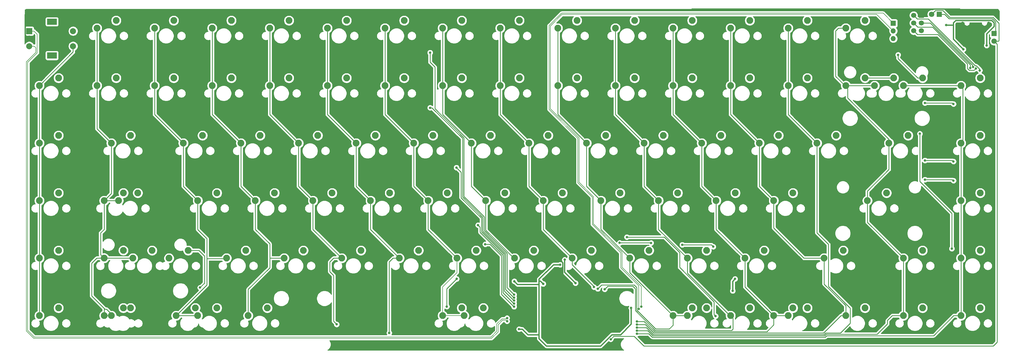
<source format=gbr>
%TF.GenerationSoftware,KiCad,Pcbnew,(5.1.9)-1*%
%TF.CreationDate,2021-05-17T13:40:12-04:00*%
%TF.ProjectId,rnm-75E,726e6d2d-3735-4452-9e6b-696361645f70,rev?*%
%TF.SameCoordinates,Original*%
%TF.FileFunction,Copper,L1,Top*%
%TF.FilePolarity,Positive*%
%FSLAX46Y46*%
G04 Gerber Fmt 4.6, Leading zero omitted, Abs format (unit mm)*
G04 Created by KiCad (PCBNEW (5.1.9)-1) date 2021-05-17 13:40:12*
%MOMM*%
%LPD*%
G01*
G04 APERTURE LIST*
%TA.AperFunction,ComponentPad*%
%ADD10C,2.250000*%
%TD*%
%TA.AperFunction,ComponentPad*%
%ADD11R,2.000000X2.000000*%
%TD*%
%TA.AperFunction,ComponentPad*%
%ADD12C,2.000000*%
%TD*%
%TA.AperFunction,ComponentPad*%
%ADD13R,3.200000X2.000000*%
%TD*%
%TA.AperFunction,ComponentPad*%
%ADD14O,1.000000X2.100000*%
%TD*%
%TA.AperFunction,ComponentPad*%
%ADD15O,1.000000X1.600000*%
%TD*%
%TA.AperFunction,ComponentPad*%
%ADD16R,1.700000X1.700000*%
%TD*%
%TA.AperFunction,ComponentPad*%
%ADD17C,1.700000*%
%TD*%
%TA.AperFunction,ComponentPad*%
%ADD18C,1.800000*%
%TD*%
%TA.AperFunction,ComponentPad*%
%ADD19R,1.800000X1.800000*%
%TD*%
%TA.AperFunction,ComponentPad*%
%ADD20O,1.700000X1.700000*%
%TD*%
%TA.AperFunction,ViaPad*%
%ADD21C,0.800000*%
%TD*%
%TA.AperFunction,Conductor*%
%ADD22C,0.203200*%
%TD*%
%TA.AperFunction,Conductor*%
%ADD23C,0.381000*%
%TD*%
%TA.AperFunction,Conductor*%
%ADD24C,0.254000*%
%TD*%
%TA.AperFunction,Conductor*%
%ADD25C,0.200000*%
%TD*%
%TA.AperFunction,Conductor*%
%ADD26C,0.100000*%
%TD*%
G04 APERTURE END LIST*
D10*
%TO.P,MX78,2*%
%TO.N,Net-(D76-Pad2)*%
X340665250Y-96577000D03*
%TO.P,MX78,1*%
%TO.N,COL14*%
X334315250Y-99117000D03*
%TD*%
%TO.P,MX_SPLIT_LS_R1,2*%
%TO.N,Net-(D_SPLIT_RS_R1-Pad2)*%
X116840000Y-172790000D03*
%TO.P,MX_SPLIT_LS_R1,1*%
%TO.N,COL4*%
X110490000Y-175330000D03*
%TD*%
%TO.P,MX_SPLIT_LS_L1,2*%
%TO.N,Net-(D10-Pad2)*%
X95390000Y-172770000D03*
%TO.P,MX_SPLIT_LS_L1,1*%
%TO.N,COL1*%
X89040000Y-175310000D03*
%TD*%
%TO.P,MX_SPLIT_BS_R1,2*%
%TO.N,Net-(D_SPLIT_BS_R1-Pad2)*%
X359710000Y-115620000D03*
%TO.P,MX_SPLIT_BS_R1,1*%
%TO.N,COL15*%
X353360000Y-118160000D03*
%TD*%
%TO.P,MX_SPLIT_BS_L1,2*%
%TO.N,Net-(D78-Pad2)*%
X340670000Y-115620000D03*
%TO.P,MX_SPLIT_BS_L1,1*%
%TO.N,COL14*%
X334320000Y-118160000D03*
%TD*%
D11*
%TO.P,SW2,A*%
%TO.N,ENCODER+*%
X64281500Y-100069500D03*
D12*
%TO.P,SW2,C*%
%TO.N,GND*%
X64281500Y-102569500D03*
%TO.P,SW2,B*%
%TO.N,ENCODER-*%
X64281500Y-105069500D03*
D13*
%TO.P,SW2,MP*%
%TO.N,N/C*%
X71781500Y-96969500D03*
X71781500Y-108169500D03*
D12*
%TO.P,SW2,S2*%
%TO.N,Net-(D84-Pad2)*%
X78781500Y-100069500D03*
%TO.P,SW2,S1*%
%TO.N,COL0*%
X78781500Y-105069500D03*
%TD*%
D10*
%TO.P,MX81,2*%
%TO.N,Net-(D79-Pad2)*%
X354952750Y-134677000D03*
%TO.P,MX81,1*%
%TO.N,COL14*%
X348602750Y-137217000D03*
%TD*%
%TO.P,MX93,2*%
%TO.N,Net-(D41-Pad2)*%
X207315250Y-191827000D03*
%TO.P,MX93,1*%
%TO.N,COL6*%
X200965250Y-194367000D03*
%TD*%
D14*
%TO.P,J2,S1*%
%TO.N,GND*%
X381615000Y-97950000D03*
X372975000Y-97950000D03*
D15*
X372975000Y-93770000D03*
X381615000Y-93770000D03*
%TD*%
D10*
%TO.P,MX62,2*%
%TO.N,Net-(D63-Pad2)*%
X288277750Y-172777000D03*
%TO.P,MX62,1*%
%TO.N,COL10*%
X281927750Y-175317000D03*
%TD*%
%TO.P,MX86,2*%
%TO.N,Net-(D85-Pad2)*%
X378765250Y-115627000D03*
%TO.P,MX86,1*%
%TO.N,COL15*%
X372415250Y-118167000D03*
%TD*%
%TO.P,MX10,2*%
%TO.N,Net-(D10-Pad2)*%
X104921500Y-172777000D03*
%TO.P,MX10,1*%
%TO.N,COL1*%
X98571500Y-175317000D03*
%TD*%
D16*
%TO.P,J1,6*%
%TO.N,GND*%
X359302500Y-94862500D03*
D17*
%TO.P,J1,5*%
%TO.N,RESET*%
X356762500Y-94862500D03*
%TO.P,J1,4*%
%TO.N,MOSI*%
X359302500Y-97402500D03*
%TO.P,J1,3*%
%TO.N,SCK*%
X356762500Y-97402500D03*
%TO.P,J1,2*%
%TO.N,VCC*%
X359302500Y-99942500D03*
%TO.P,J1,1*%
%TO.N,MISO*%
X356762500Y-99942500D03*
%TD*%
D10*
%TO.P,MX83,2*%
%TO.N,Net-(D81-Pad2)*%
X359715250Y-172777000D03*
%TO.P,MX83,1*%
%TO.N,COL14*%
X353365250Y-175317000D03*
%TD*%
%TO.P,MX57,2*%
%TO.N,Net-(D57-Pad2)*%
X269227750Y-172777000D03*
%TO.P,MX57,1*%
%TO.N,COL9*%
X262877750Y-175317000D03*
%TD*%
D18*
%TO.P,CAPS_LOCK_LED2,2*%
%TO.N,LED_PIN*%
X383369000Y-103403250D03*
D19*
%TO.P,CAPS_LOCK_LED2,1*%
%TO.N,Net-(CAPS_LOCK_LED1-Pad1)*%
X383369000Y-100863250D03*
%TD*%
D18*
%TO.P,CAPS_LOCK_LED1,2*%
%TO.N,LED_PIN*%
X362731500Y-94513250D03*
D19*
%TO.P,CAPS_LOCK_LED1,1*%
%TO.N,Net-(CAPS_LOCK_LED1-Pad1)*%
X365271500Y-94513250D03*
%TD*%
D10*
%TO.P,MX92,2*%
%TO.N,Net-(D14-Pad2)*%
X126352750Y-191827000D03*
%TO.P,MX92,1*%
%TO.N,COL2*%
X120002750Y-194367000D03*
%TD*%
%TO.P,MX91,2*%
%TO.N,Net-(D11-Pad2)*%
X97777750Y-191827000D03*
%TO.P,MX91,1*%
%TO.N,COL1*%
X91427750Y-194367000D03*
%TD*%
%TO.P,MX90,2*%
%TO.N,Net-(D9-Pad2)*%
X95396500Y-153727000D03*
%TO.P,MX90,1*%
%TO.N,COL1*%
X89046500Y-156267000D03*
%TD*%
%TO.P,MX85,2*%
%TO.N,Net-(D83-Pad2)*%
X378765250Y-191827000D03*
%TO.P,MX85,1*%
%TO.N,COL15*%
X372415250Y-194367000D03*
%TD*%
%TO.P,MX41,2*%
%TO.N,Net-(D41-Pad2)*%
X214459000Y-191827000D03*
%TO.P,MX41,1*%
%TO.N,COL6*%
X208109000Y-194367000D03*
%TD*%
D20*
%TO.P,J3,4*%
%TO.N,GND*%
X350043750Y-105092500D03*
%TO.P,J3,3*%
%TO.N,+5V*%
X350043750Y-102552500D03*
%TO.P,J3,2*%
%TO.N,SCL*%
X350043750Y-100012500D03*
D16*
%TO.P,J3,1*%
%TO.N,SDA*%
X350043750Y-97472500D03*
%TD*%
D10*
%TO.P,MX2,1*%
%TO.N,COL0*%
X67615250Y-137217000D03*
%TO.P,MX2,2*%
%TO.N,Net-(D2-Pad2)*%
X73965250Y-134677000D03*
%TD*%
%TO.P,MX4,2*%
%TO.N,Net-(D4-Pad2)*%
X73965250Y-172777000D03*
%TO.P,MX4,1*%
%TO.N,COL0*%
X67615250Y-175317000D03*
%TD*%
%TO.P,MX89,2*%
%TO.N,Net-(D88-Pad2)*%
X378765250Y-172777000D03*
%TO.P,MX89,1*%
%TO.N,COL15*%
X372415250Y-175317000D03*
%TD*%
%TO.P,MX88,2*%
%TO.N,Net-(D87-Pad2)*%
X378765250Y-153727000D03*
%TO.P,MX88,1*%
%TO.N,COL15*%
X372415250Y-156267000D03*
%TD*%
%TO.P,MX87,2*%
%TO.N,Net-(D86-Pad2)*%
X378765250Y-134677000D03*
%TO.P,MX87,1*%
%TO.N,COL15*%
X372415250Y-137217000D03*
%TD*%
%TO.P,MX84,2*%
%TO.N,Net-(D82-Pad2)*%
X359715250Y-191827000D03*
%TO.P,MX84,1*%
%TO.N,COL14*%
X353365250Y-194367000D03*
%TD*%
%TO.P,MX82,2*%
%TO.N,Net-(D80-Pad2)*%
X347809000Y-153727000D03*
%TO.P,MX82,1*%
%TO.N,COL14*%
X341459000Y-156267000D03*
%TD*%
%TO.P,MX80,2*%
%TO.N,Net-(D78-Pad2)*%
X350190250Y-115627000D03*
%TO.P,MX80,1*%
%TO.N,COL14*%
X343840250Y-118167000D03*
%TD*%
%TO.P,MX79,2*%
%TO.N,Net-(D77-Pad2)*%
X340665250Y-191827000D03*
%TO.P,MX79,1*%
%TO.N,COL12*%
X334315250Y-194367000D03*
%TD*%
%TO.P,MX77,2*%
%TO.N,Net-(D75-Pad2)*%
X333521500Y-172777000D03*
%TO.P,MX77,1*%
%TO.N,COL12*%
X327171500Y-175317000D03*
%TD*%
%TO.P,MX76,2*%
%TO.N,Net-(D74-Pad2)*%
X331140250Y-134677000D03*
%TO.P,MX76,1*%
%TO.N,COL13*%
X324790250Y-137217000D03*
%TD*%
%TO.P,MX75,2*%
%TO.N,Net-(D73-Pad2)*%
X321615250Y-115627000D03*
%TO.P,MX75,1*%
%TO.N,COL13*%
X315265250Y-118167000D03*
%TD*%
%TO.P,MX74,2*%
%TO.N,Net-(D72-Pad2)*%
X321615250Y-96577000D03*
%TO.P,MX74,1*%
%TO.N,COL13*%
X315265250Y-99117000D03*
%TD*%
%TO.P,MX73,2*%
%TO.N,Net-(D71-Pad2)*%
X316852750Y-153727000D03*
%TO.P,MX73,1*%
%TO.N,COL12*%
X310502750Y-156267000D03*
%TD*%
%TO.P,MX72,2*%
%TO.N,Net-(D70-Pad2)*%
X312090250Y-134677000D03*
%TO.P,MX72,1*%
%TO.N,COL12*%
X305740250Y-137217000D03*
%TD*%
%TO.P,MX71,2*%
%TO.N,Net-(D66-Pad2)*%
X316852750Y-191827000D03*
%TO.P,MX71,1*%
%TO.N,COL11*%
X310502750Y-194367000D03*
%TD*%
%TO.P,MX70,2*%
%TO.N,Net-(D66-Pad2)*%
X321615250Y-191827000D03*
%TO.P,MX70,1*%
%TO.N,COL11*%
X315265250Y-194367000D03*
%TD*%
%TO.P,MX69,2*%
%TO.N,Net-(D69-Pad2)*%
X307327750Y-172777000D03*
%TO.P,MX69,1*%
%TO.N,COL11*%
X300977750Y-175317000D03*
%TD*%
%TO.P,MX68,2*%
%TO.N,Net-(D68-Pad2)*%
X302565250Y-115627000D03*
%TO.P,MX68,1*%
%TO.N,COL12*%
X296215250Y-118167000D03*
%TD*%
%TO.P,MX67,2*%
%TO.N,Net-(D67-Pad2)*%
X302565250Y-96577000D03*
%TO.P,MX67,1*%
%TO.N,COL12*%
X296215250Y-99117000D03*
%TD*%
%TO.P,MX66,2*%
%TO.N,Net-(D65-Pad2)*%
X297802750Y-153727000D03*
%TO.P,MX66,1*%
%TO.N,COL11*%
X291452750Y-156267000D03*
%TD*%
%TO.P,MX65,2*%
%TO.N,Net-(D64-Pad2)*%
X293040250Y-134677000D03*
%TO.P,MX65,1*%
%TO.N,COL11*%
X286690250Y-137217000D03*
%TD*%
%TO.P,MX64,2*%
%TO.N,Net-(D53-Pad2)*%
X288277750Y-191827000D03*
%TO.P,MX64,1*%
%TO.N,COL9*%
X281927750Y-194367000D03*
%TD*%
%TO.P,MX63,2*%
%TO.N,Net-(D60-Pad2)*%
X302565250Y-191827000D03*
%TO.P,MX63,1*%
%TO.N,COL10*%
X296215250Y-194367000D03*
%TD*%
%TO.P,MX61,2*%
%TO.N,Net-(D62-Pad2)*%
X283515250Y-115627000D03*
%TO.P,MX61,1*%
%TO.N,COL11*%
X277165250Y-118167000D03*
%TD*%
%TO.P,MX60,2*%
%TO.N,Net-(D61-Pad2)*%
X283515250Y-96577000D03*
%TO.P,MX60,1*%
%TO.N,COL11*%
X277165250Y-99117000D03*
%TD*%
%TO.P,MX59,2*%
%TO.N,Net-(D59-Pad2)*%
X278752750Y-153727000D03*
%TO.P,MX59,1*%
%TO.N,COL10*%
X272402750Y-156267000D03*
%TD*%
%TO.P,MX58,2*%
%TO.N,Net-(D58-Pad2)*%
X273990250Y-134677000D03*
%TO.P,MX58,1*%
%TO.N,COL10*%
X267640250Y-137217000D03*
%TD*%
%TO.P,MX56,2*%
%TO.N,Net-(D56-Pad2)*%
X264465250Y-115627000D03*
%TO.P,MX56,1*%
%TO.N,COL10*%
X258115250Y-118167000D03*
%TD*%
%TO.P,MX55,2*%
%TO.N,Net-(D55-Pad2)*%
X264465250Y-96577000D03*
%TO.P,MX55,1*%
%TO.N,COL10*%
X258115250Y-99117000D03*
%TD*%
%TO.P,MX54,2*%
%TO.N,Net-(D54-Pad2)*%
X259702750Y-153727000D03*
%TO.P,MX54,1*%
%TO.N,COL9*%
X253352750Y-156267000D03*
%TD*%
%TO.P,MX53,2*%
%TO.N,Net-(D53-Pad2)*%
X283515250Y-191827000D03*
%TO.P,MX53,1*%
%TO.N,COL9*%
X277165250Y-194367000D03*
%TD*%
%TO.P,MX52,2*%
%TO.N,Net-(D52-Pad2)*%
X254940250Y-134677000D03*
%TO.P,MX52,1*%
%TO.N,COL9*%
X248590250Y-137217000D03*
%TD*%
%TO.P,MX51,2*%
%TO.N,Net-(D51-Pad2)*%
X250177750Y-172777000D03*
%TO.P,MX51,1*%
%TO.N,COL8*%
X243827750Y-175317000D03*
%TD*%
%TO.P,MX50,2*%
%TO.N,Net-(D50-Pad2)*%
X245415250Y-115627000D03*
%TO.P,MX50,1*%
%TO.N,COL9*%
X239065250Y-118167000D03*
%TD*%
%TO.P,MX49,2*%
%TO.N,Net-(D49-Pad2)*%
X245415250Y-96577000D03*
%TO.P,MX49,1*%
%TO.N,COL9*%
X239065250Y-99117000D03*
%TD*%
%TO.P,MX48,2*%
%TO.N,Net-(D48-Pad2)*%
X240652750Y-153727000D03*
%TO.P,MX48,1*%
%TO.N,COL8*%
X234302750Y-156267000D03*
%TD*%
%TO.P,MX47,2*%
%TO.N,Net-(D47-Pad2)*%
X235890250Y-134677000D03*
%TO.P,MX47,1*%
%TO.N,COL8*%
X229540250Y-137217000D03*
%TD*%
%TO.P,MX46,2*%
%TO.N,Net-(D46-Pad2)*%
X231127750Y-172777000D03*
%TO.P,MX46,1*%
%TO.N,COL7*%
X224777750Y-175317000D03*
%TD*%
%TO.P,MX45,2*%
%TO.N,Net-(D45-Pad2)*%
X226365250Y-115627000D03*
%TO.P,MX45,1*%
%TO.N,COL8*%
X220015250Y-118167000D03*
%TD*%
%TO.P,MX44,2*%
%TO.N,Net-(D44-Pad2)*%
X226365250Y-96577000D03*
%TO.P,MX44,1*%
%TO.N,COL8*%
X220015250Y-99117000D03*
%TD*%
%TO.P,MX43,2*%
%TO.N,Net-(D43-Pad2)*%
X221602750Y-153727000D03*
%TO.P,MX43,1*%
%TO.N,COL7*%
X215252750Y-156267000D03*
%TD*%
%TO.P,MX42,2*%
%TO.N,Net-(D42-Pad2)*%
X216840250Y-134677000D03*
%TO.P,MX42,1*%
%TO.N,COL7*%
X210490250Y-137217000D03*
%TD*%
%TO.P,MX40,2*%
%TO.N,Net-(D40-Pad2)*%
X212077750Y-172777000D03*
%TO.P,MX40,1*%
%TO.N,COL6*%
X205727750Y-175317000D03*
%TD*%
%TO.P,MX39,2*%
%TO.N,Net-(D39-Pad2)*%
X207315250Y-115627000D03*
%TO.P,MX39,1*%
%TO.N,COL7*%
X200965250Y-118167000D03*
%TD*%
%TO.P,MX38,2*%
%TO.N,Net-(D38-Pad2)*%
X207315250Y-96577000D03*
%TO.P,MX38,1*%
%TO.N,COL7*%
X200965250Y-99117000D03*
%TD*%
%TO.P,MX37,2*%
%TO.N,Net-(D37-Pad2)*%
X202552750Y-153727000D03*
%TO.P,MX37,1*%
%TO.N,COL6*%
X196202750Y-156267000D03*
%TD*%
%TO.P,MX36,2*%
%TO.N,Net-(D36-Pad2)*%
X197790250Y-134677000D03*
%TO.P,MX36,1*%
%TO.N,COL6*%
X191440250Y-137217000D03*
%TD*%
%TO.P,MX35,2*%
%TO.N,Net-(D35-Pad2)*%
X193027750Y-172777000D03*
%TO.P,MX35,1*%
%TO.N,COL5*%
X186677750Y-175317000D03*
%TD*%
%TO.P,MX34,2*%
%TO.N,Net-(D34-Pad2)*%
X188265250Y-115627000D03*
%TO.P,MX34,1*%
%TO.N,COL6*%
X181915250Y-118167000D03*
%TD*%
%TO.P,MX33,2*%
%TO.N,Net-(D33-Pad2)*%
X188265250Y-96577000D03*
%TO.P,MX33,1*%
%TO.N,COL6*%
X181915250Y-99117000D03*
%TD*%
%TO.P,MX32,2*%
%TO.N,Net-(D32-Pad2)*%
X183502750Y-153727000D03*
%TO.P,MX32,1*%
%TO.N,COL5*%
X177152750Y-156267000D03*
%TD*%
%TO.P,MX31,2*%
%TO.N,Net-(D31-Pad2)*%
X178740250Y-134677000D03*
%TO.P,MX31,1*%
%TO.N,COL5*%
X172390250Y-137217000D03*
%TD*%
%TO.P,MX30,2*%
%TO.N,Net-(D30-Pad2)*%
X173977750Y-172777000D03*
%TO.P,MX30,1*%
%TO.N,COL4*%
X167627750Y-175317000D03*
%TD*%
%TO.P,MX29,2*%
%TO.N,Net-(D29-Pad2)*%
X169215250Y-115627000D03*
%TO.P,MX29,1*%
%TO.N,COL5*%
X162865250Y-118167000D03*
%TD*%
%TO.P,MX28,2*%
%TO.N,Net-(D28-Pad2)*%
X169215250Y-96577000D03*
%TO.P,MX28,1*%
%TO.N,COL5*%
X162865250Y-99117000D03*
%TD*%
%TO.P,MX27,2*%
%TO.N,Net-(D27-Pad2)*%
X164452750Y-153727000D03*
%TO.P,MX27,1*%
%TO.N,COL4*%
X158102750Y-156267000D03*
%TD*%
%TO.P,MX26,2*%
%TO.N,Net-(D26-Pad2)*%
X159690250Y-134677000D03*
%TO.P,MX26,1*%
%TO.N,COL4*%
X153340250Y-137217000D03*
%TD*%
%TO.P,MX25,2*%
%TO.N,Net-(D25-Pad2)*%
X154927750Y-172777000D03*
%TO.P,MX25,1*%
%TO.N,COL3*%
X148577750Y-175317000D03*
%TD*%
%TO.P,MX24,2*%
%TO.N,Net-(D24-Pad2)*%
X150165250Y-115627000D03*
%TO.P,MX24,1*%
%TO.N,COL4*%
X143815250Y-118167000D03*
%TD*%
%TO.P,MX23,2*%
%TO.N,Net-(D23-Pad2)*%
X150165250Y-96577000D03*
%TO.P,MX23,1*%
%TO.N,COL4*%
X143815250Y-99117000D03*
%TD*%
%TO.P,MX22,2*%
%TO.N,Net-(D22-Pad2)*%
X145402750Y-153727000D03*
%TO.P,MX22,1*%
%TO.N,COL3*%
X139052750Y-156267000D03*
%TD*%
%TO.P,MX21,2*%
%TO.N,Net-(D21-Pad2)*%
X140640250Y-134677000D03*
%TO.P,MX21,1*%
%TO.N,COL3*%
X134290250Y-137217000D03*
%TD*%
%TO.P,MX20,2*%
%TO.N,Net-(D20-Pad2)*%
X143021500Y-191827000D03*
%TO.P,MX20,1*%
%TO.N,COL3*%
X136671500Y-194367000D03*
%TD*%
%TO.P,MX19,2*%
%TO.N,Net-(D19-Pad2)*%
X135877750Y-172777000D03*
%TO.P,MX19,1*%
%TO.N,COL2*%
X129527750Y-175317000D03*
%TD*%
%TO.P,MX18,2*%
%TO.N,Net-(D18-Pad2)*%
X131115250Y-115627000D03*
%TO.P,MX18,1*%
%TO.N,COL3*%
X124765250Y-118167000D03*
%TD*%
%TO.P,MX17,2*%
%TO.N,Net-(D17-Pad2)*%
X131115250Y-96577000D03*
%TO.P,MX17,1*%
%TO.N,COL3*%
X124765250Y-99117000D03*
%TD*%
%TO.P,MX16,2*%
%TO.N,Net-(D16-Pad2)*%
X126352750Y-153727000D03*
%TO.P,MX16,1*%
%TO.N,COL2*%
X120002750Y-156267000D03*
%TD*%
%TO.P,MX15,2*%
%TO.N,Net-(D15-Pad2)*%
X121590250Y-134677000D03*
%TO.P,MX15,1*%
%TO.N,COL2*%
X115240250Y-137217000D03*
%TD*%
%TO.P,MX14,2*%
%TO.N,Net-(D14-Pad2)*%
X119209000Y-191827000D03*
%TO.P,MX14,1*%
%TO.N,COL2*%
X112859000Y-194367000D03*
%TD*%
%TO.P,MX13,2*%
%TO.N,Net-(D13-Pad2)*%
X112065250Y-115627000D03*
%TO.P,MX13,1*%
%TO.N,COL2*%
X105715250Y-118167000D03*
%TD*%
%TO.P,MX12,2*%
%TO.N,Net-(D12-Pad2)*%
X112065250Y-96577000D03*
%TO.P,MX12,1*%
%TO.N,COL2*%
X105715250Y-99117000D03*
%TD*%
%TO.P,MX11,2*%
%TO.N,Net-(D11-Pad2)*%
X95396500Y-191827000D03*
%TO.P,MX11,1*%
%TO.N,COL1*%
X89046500Y-194367000D03*
%TD*%
%TO.P,MX9,2*%
%TO.N,Net-(D9-Pad2)*%
X100159000Y-153727000D03*
%TO.P,MX9,1*%
%TO.N,COL1*%
X93809000Y-156267000D03*
%TD*%
%TO.P,MX8,2*%
%TO.N,Net-(D8-Pad2)*%
X97777750Y-134677000D03*
%TO.P,MX8,1*%
%TO.N,COL1*%
X91427750Y-137217000D03*
%TD*%
%TO.P,MX7,2*%
%TO.N,Net-(D7-Pad2)*%
X93015250Y-115627000D03*
%TO.P,MX7,1*%
%TO.N,COL1*%
X86665250Y-118167000D03*
%TD*%
%TO.P,MX6,2*%
%TO.N,Net-(D6-Pad2)*%
X93015250Y-96577000D03*
%TO.P,MX6,1*%
%TO.N,COL1*%
X86665250Y-99117000D03*
%TD*%
%TO.P,MX5,2*%
%TO.N,Net-(D5-Pad2)*%
X73965250Y-191827000D03*
%TO.P,MX5,1*%
%TO.N,COL0*%
X67615250Y-194367000D03*
%TD*%
%TO.P,MX3,2*%
%TO.N,Net-(D3-Pad2)*%
X73965250Y-153727000D03*
%TO.P,MX3,1*%
%TO.N,COL0*%
X67615250Y-156267000D03*
%TD*%
%TO.P,MX1,1*%
%TO.N,COL0*%
X67615250Y-118167000D03*
%TO.P,MX1,2*%
%TO.N,Net-(D1-Pad2)*%
X73965250Y-115627000D03*
%TD*%
D21*
%TO.N,GND*%
X279387750Y-189763250D03*
X219539000Y-188652000D03*
X346126250Y-175825000D03*
X222301250Y-193287500D03*
X227857500Y-173443750D03*
X223095000Y-165506250D03*
X241637000Y-182810000D03*
X226270000Y-195668750D03*
X274688750Y-189318750D03*
X234207500Y-175825000D03*
X362795000Y-166300000D03*
X258813750Y-179000000D03*
X242145000Y-171856250D03*
X238970000Y-173443750D03*
X232022817Y-179990317D03*
X354063750Y-155187500D03*
X234950000Y-182562500D03*
%TO.N,VCC*%
X380921000Y-104832000D03*
X373209000Y-106102000D03*
X367557500Y-98037500D03*
%TO.N,RESET*%
X378670000Y-113118750D03*
%TO.N,MISO*%
X377320271Y-112450078D03*
%TO.N,MOSI*%
X376435253Y-111984517D03*
%TO.N,SCK*%
X375495000Y-112325000D03*
%TO.N,LED_PIN*%
X256594593Y-202180843D03*
%TO.N,ROWB*%
X196837750Y-125469500D03*
X224619000Y-188382003D03*
X360509000Y-123882000D03*
X369938750Y-124231250D03*
%TO.N,ROWC*%
X360509000Y-142932000D03*
X205569000Y-145313250D03*
X224619000Y-189382006D03*
X369938750Y-143281250D03*
%TO.N,ROWD*%
X360509000Y-149282000D03*
X212712750Y-164363250D03*
X224619000Y-190382009D03*
X369938750Y-149631250D03*
%TO.N,ROWE*%
X259544000Y-170237000D03*
X280245000Y-170872000D03*
X215094000Y-170713250D03*
X224619000Y-191382012D03*
X290500250Y-171507000D03*
X269926250Y-170268750D03*
%TO.N,ROWF*%
X261925250Y-168332000D03*
X291294000Y-194525750D03*
%TO.N,ROWA*%
X196837750Y-107213250D03*
X224619000Y-187382000D03*
%TO.N,COL4*%
X165945000Y-197256250D03*
%TO.N,COL5*%
X183344000Y-200082000D03*
%TO.N,COL7*%
X202394000Y-191350750D03*
X205632500Y-182175000D03*
%TO.N,COL8*%
X251035006Y-184888249D03*
%TO.N,COL9*%
X252303069Y-185462934D03*
%TO.N,COL10*%
X254591000Y-185604000D03*
%TO.N,COL11*%
X265259000Y-196272000D03*
%TO.N,COL12*%
X265255758Y-197296892D03*
%TO.N,COL13*%
X265248260Y-198317529D03*
%TO.N,COL14*%
X265269975Y-199317295D03*
%TO.N,COL15*%
X265255625Y-200317194D03*
%TO.N,SCL*%
X266687750Y-191350750D03*
%TO.N,SDA*%
X265894000Y-192144500D03*
%TO.N,+5V*%
X263354000Y-191827000D03*
X244939000Y-183572000D03*
X239859000Y-177476000D03*
X234271000Y-183826000D03*
X226270000Y-198843750D03*
X241351250Y-175825000D03*
X224682500Y-182968750D03*
X296913750Y-186143750D03*
X297707500Y-182175000D03*
%TO.N,ENCODER+*%
X222301250Y-195143750D03*
%TO.N,ENCODER-*%
X222301250Y-196193750D03*
%TO.N,Net-(D93-Pad4)*%
X369399000Y-172142000D03*
X358826250Y-134092500D03*
%TO.N,Net-(D_SPLIT_BS_R1-Pad2)*%
X351631250Y-107950000D03*
%TO.N,Net-(D_SPLIT_RS_R1-Pad2)*%
X120767192Y-185060942D03*
%TD*%
D22*
%TO.N,GND*%
X219539000Y-190525250D02*
X222301250Y-193287500D01*
X219539000Y-188652000D02*
X219539000Y-190525250D01*
X227857500Y-170268750D02*
X223095000Y-165506250D01*
X227857500Y-173443750D02*
X227857500Y-170268750D01*
D23*
X226270000Y-195383000D02*
X226270000Y-195668750D01*
X219539000Y-188652000D02*
X226270000Y-195383000D01*
X275133250Y-189763250D02*
X279387750Y-189763250D01*
X274688750Y-189318750D02*
X275133250Y-189763250D01*
X258813750Y-179000000D02*
X254845000Y-175031250D01*
X362795000Y-163918750D02*
X354063750Y-155187500D01*
X362795000Y-166300000D02*
X362795000Y-163918750D01*
X238970000Y-174985634D02*
X238970000Y-173443750D01*
X233965317Y-179990317D02*
X238970000Y-174985634D01*
X232022817Y-179990317D02*
X233965317Y-179990317D01*
X240711239Y-176772489D02*
X239712500Y-175773750D01*
X240711239Y-181884239D02*
X240711239Y-176772489D01*
X241637000Y-182810000D02*
X240711239Y-181884239D01*
X239712500Y-175773750D02*
X239712500Y-173037500D01*
X237163125Y-172869375D02*
X234207500Y-175825000D01*
X238918750Y-172243750D02*
X239712500Y-173037500D01*
X238918750Y-172243750D02*
X237788750Y-172243750D01*
X237788750Y-172243750D02*
X237163125Y-172869375D01*
X245675000Y-171856250D02*
X248850000Y-175031250D01*
X242145000Y-171856250D02*
X245675000Y-171856250D01*
X254845000Y-175031250D02*
X248850000Y-175031250D01*
X62890999Y-101381901D02*
X62890999Y-96816309D01*
X64078598Y-102569500D02*
X62890999Y-101381901D01*
X64281500Y-102569500D02*
X64078598Y-102569500D01*
X66756779Y-92950529D02*
X283286971Y-92950529D01*
X62890999Y-96816309D02*
X66756779Y-92950529D01*
X283286971Y-92950529D02*
X283468761Y-92768739D01*
X359302500Y-92934978D02*
X359468739Y-92768739D01*
X359302500Y-94862500D02*
X359302500Y-92934978D01*
X371973739Y-92768739D02*
X372975000Y-93770000D01*
X359468739Y-92768739D02*
X371973739Y-92768739D01*
X283468761Y-92768739D02*
X351731261Y-92768739D01*
X351731261Y-92768739D02*
X359468739Y-92768739D01*
X241389500Y-182562500D02*
X241637000Y-182810000D01*
X234950000Y-182562500D02*
X241389500Y-182562500D01*
X351731261Y-103404989D02*
X351731261Y-92768739D01*
X350043750Y-105092500D02*
X351731261Y-103404989D01*
D22*
%TO.N,VCC*%
X380987750Y-104832000D02*
X380921000Y-104832000D01*
D23*
X369878499Y-102771499D02*
X373209000Y-106102000D01*
X367617751Y-98097751D02*
X367557500Y-98037500D01*
X369878499Y-98097751D02*
X367617751Y-98097751D01*
X369878499Y-98097751D02*
X369878499Y-102771499D01*
X380921000Y-100930000D02*
X380921000Y-104832000D01*
X383369000Y-98482000D02*
X380921000Y-100930000D01*
X369878499Y-97308809D02*
X370677818Y-96509490D01*
X369878499Y-98097751D02*
X369878499Y-97308809D01*
X382595510Y-96540510D02*
X383369000Y-97314000D01*
X382595510Y-96509490D02*
X382595510Y-96540510D01*
X383369000Y-97314000D02*
X383369000Y-98482000D01*
X370677818Y-96509490D02*
X382595510Y-96509490D01*
D24*
%TO.N,COL0*%
X67615250Y-120198038D02*
X67615250Y-137217000D01*
X67615250Y-159315962D02*
X67615250Y-194367000D01*
X67615250Y-137217000D02*
X67615250Y-159315962D01*
X67615250Y-118167000D02*
X67615250Y-137217000D01*
X78781500Y-107000750D02*
X67615250Y-118167000D01*
X78781500Y-105069500D02*
X78781500Y-107000750D01*
%TO.N,COL1*%
X86665250Y-99117000D02*
X86665250Y-118167000D01*
X86665250Y-132454500D02*
X91427750Y-137217000D01*
X86665250Y-118167000D02*
X86665250Y-132454500D01*
X91427750Y-153885750D02*
X89046500Y-156267000D01*
X91427750Y-137217000D02*
X91427750Y-153885750D01*
X89046500Y-156267000D02*
X93809000Y-156267000D01*
X89046500Y-156267000D02*
X89046500Y-165792000D01*
X89047000Y-175317000D02*
X89040000Y-175310000D01*
X98571500Y-175317000D02*
X89047000Y-175317000D01*
X87915001Y-174185001D02*
X89040000Y-175310000D01*
X87915001Y-166923499D02*
X87915001Y-174185001D01*
X89046500Y-165792000D02*
X87915001Y-166923499D01*
X89040000Y-175310000D02*
X86627500Y-175310000D01*
X86627500Y-175310000D02*
X84931250Y-177006250D01*
X84931250Y-177006250D02*
X84931250Y-187825750D01*
X91427750Y-194367000D02*
X89046500Y-194367000D01*
X91427750Y-194367000D02*
X91427750Y-193821500D01*
X89840250Y-192234000D02*
X89046500Y-192234000D01*
X91427750Y-193821500D02*
X89840250Y-192234000D01*
X89046500Y-192234000D02*
X89046500Y-194367000D01*
X89046500Y-191941000D02*
X89046500Y-192234000D01*
X89339500Y-192234000D02*
X88649625Y-191544125D01*
X89840250Y-192234000D02*
X89339500Y-192234000D01*
X88649625Y-191544125D02*
X89046500Y-191941000D01*
X84931250Y-187825750D02*
X88649625Y-191544125D01*
%TO.N,RESET*%
X357939501Y-96039501D02*
X356762500Y-94862500D01*
X361590751Y-96039501D02*
X357939501Y-96039501D01*
X377082500Y-111531250D02*
X361590751Y-96039501D01*
X378670000Y-112723845D02*
X378670000Y-113118750D01*
X377477405Y-111531250D02*
X378670000Y-112723845D01*
X377082500Y-111531250D02*
X377477405Y-111531250D01*
%TO.N,MISO*%
X356762500Y-99942500D02*
X358032500Y-101212500D01*
X358032500Y-101212500D02*
X364837552Y-101212500D01*
X364837552Y-101212500D02*
X374531901Y-110906849D01*
X376718348Y-113052001D02*
X377320271Y-112450078D01*
X375146039Y-113052001D02*
X376718348Y-113052001D01*
X374531901Y-112437863D02*
X375146039Y-113052001D01*
X374531901Y-110906849D02*
X374531901Y-112437863D01*
%TO.N,MOSI*%
X362311685Y-97402500D02*
X376288750Y-111379565D01*
X359302500Y-97402500D02*
X362311685Y-97402500D01*
X376288750Y-111838014D02*
X376435253Y-111984517D01*
X376288750Y-111379565D02*
X376288750Y-111838014D01*
%TO.N,SCK*%
X358125499Y-98765499D02*
X363032617Y-98765499D01*
X356762500Y-97402500D02*
X358125499Y-98765499D01*
X375495000Y-111227882D02*
X375495000Y-112325000D01*
X363032617Y-98765499D02*
X375495000Y-111227882D01*
%TO.N,LED_PIN*%
X384385000Y-104419250D02*
X383369000Y-103403250D01*
X267545000Y-204400000D02*
X383115000Y-204400000D01*
X264370000Y-201225000D02*
X267545000Y-204400000D01*
X260401250Y-201225000D02*
X264370000Y-201225000D01*
X384385000Y-203130000D02*
X384385000Y-104419250D01*
X383115000Y-204400000D02*
X384385000Y-203130000D01*
X257550436Y-201225000D02*
X256594593Y-202180843D01*
X260401250Y-201225000D02*
X257550436Y-201225000D01*
X384797750Y-103403250D02*
X383369000Y-103403250D01*
X384956500Y-97496544D02*
X384956500Y-103244500D01*
X384956500Y-103244500D02*
X384797750Y-103403250D01*
X382997926Y-95537970D02*
X384956500Y-97496544D01*
X368684821Y-95537970D02*
X382997926Y-95537970D01*
X366433101Y-93286249D02*
X368684821Y-95537970D01*
X363958501Y-93286249D02*
X366433101Y-93286249D01*
X362731500Y-94513250D02*
X363958501Y-93286249D01*
D22*
%TO.N,Net-(CAPS_LOCK_LED1-Pad1)*%
X365271500Y-94513250D02*
X365323110Y-94564860D01*
D24*
X367018035Y-94513250D02*
X365271500Y-94513250D01*
X367837805Y-95333020D02*
X367018035Y-94513250D01*
X383369000Y-100863250D02*
X384162750Y-100863250D01*
X367837805Y-95333020D02*
X367837805Y-95342805D01*
X368496765Y-95991980D02*
X367837805Y-95333020D01*
X370463459Y-95991980D02*
X368496765Y-95991980D01*
X383886510Y-100345740D02*
X383369000Y-100863250D01*
X383886510Y-97099641D02*
X383886510Y-100345740D01*
X383583359Y-96796490D02*
X383886510Y-97099641D01*
X383583359Y-96765470D02*
X383583359Y-96796490D01*
X382809869Y-95991980D02*
X383583359Y-96765470D01*
X370463459Y-95991980D02*
X382809869Y-95991980D01*
%TO.N,ROWB*%
X196837750Y-125469500D02*
X197458618Y-125469500D01*
X197458618Y-125469500D02*
X207564239Y-135575121D01*
X207564239Y-155094306D02*
X214300250Y-161830317D01*
X207564239Y-135575121D02*
X207564239Y-155094306D01*
X214300250Y-161830317D02*
X214300250Y-166389585D01*
X224543041Y-188382003D02*
X224619000Y-188382003D01*
X221851739Y-185690701D02*
X224543041Y-188382003D01*
X221851739Y-173941074D02*
X221851739Y-185690701D01*
X214300250Y-166389585D02*
X221851739Y-173941074D01*
X365589000Y-123882000D02*
X360509000Y-123882000D01*
X365589000Y-123882000D02*
X368287750Y-123882000D01*
X369589500Y-123882000D02*
X369938750Y-124231250D01*
X368287750Y-123882000D02*
X369589500Y-123882000D01*
%TO.N,ROWC*%
X365112750Y-142932000D02*
X368287750Y-142932000D01*
X360509000Y-142932000D02*
X365112750Y-142932000D01*
X365112750Y-142932000D02*
X365589000Y-142932000D01*
X207110229Y-146854479D02*
X205569000Y-145313250D01*
X207110229Y-155282362D02*
X207110229Y-146854479D01*
X213846240Y-166577642D02*
X213846240Y-162018373D01*
X221397729Y-174129131D02*
X213846240Y-166577642D01*
X221397729Y-186236694D02*
X221397729Y-174129131D01*
X224543041Y-189382006D02*
X221397729Y-186236694D01*
X213846240Y-162018373D02*
X207110229Y-155282362D01*
X224619000Y-189382006D02*
X224543041Y-189382006D01*
X369589500Y-142932000D02*
X369938750Y-143281250D01*
X368287750Y-142932000D02*
X369589500Y-142932000D01*
%TO.N,ROWD*%
X360509000Y-149282000D02*
X365589000Y-149282000D01*
X213392230Y-166765699D02*
X220943719Y-174317187D01*
X220943719Y-174317187D02*
X220943719Y-186782687D01*
X213392230Y-165042730D02*
X213392230Y-166765699D01*
X212712750Y-164363250D02*
X213392230Y-165042730D01*
X224543041Y-190382009D02*
X224619000Y-190382009D01*
X220943719Y-186782687D02*
X224543041Y-190382009D01*
X365589000Y-149282000D02*
X368287750Y-149282000D01*
X368287750Y-149282000D02*
X369589500Y-149282000D01*
X369589500Y-149282000D02*
X369938750Y-149631250D01*
%TO.N,ROWE*%
X284309000Y-170872000D02*
X280245000Y-170872000D01*
X215094000Y-170713250D02*
X216681500Y-170713250D01*
X216681500Y-170713250D02*
X220489709Y-174521459D01*
X224543041Y-191382012D02*
X224619000Y-191382012D01*
X220489709Y-187328680D02*
X224543041Y-191382012D01*
X220489709Y-174521459D02*
X220489709Y-187328680D01*
X289865250Y-170872000D02*
X290500250Y-171507000D01*
X284309000Y-170872000D02*
X289865250Y-170872000D01*
X264401750Y-170237000D02*
X269894500Y-170237000D01*
X259544000Y-170237000D02*
X264401750Y-170237000D01*
X269894500Y-170237000D02*
X269926250Y-170268750D01*
X264401750Y-170237000D02*
X264624000Y-170237000D01*
%TO.N,ROWF*%
X261925250Y-168332000D02*
X274300684Y-168332000D01*
X274300684Y-168332000D02*
X279387750Y-173419066D01*
X279387750Y-178365962D02*
X290785038Y-189763250D01*
X279387750Y-173419066D02*
X279387750Y-178365962D01*
X290785038Y-194016788D02*
X291294000Y-194525750D01*
X290785038Y-189763250D02*
X290785038Y-194016788D01*
%TO.N,ROWA*%
X222305749Y-173753018D02*
X222305749Y-185068749D01*
X214798740Y-166246009D02*
X222305749Y-173753018D01*
X214798740Y-161686740D02*
X214798740Y-166246009D01*
X208018249Y-154906249D02*
X214798740Y-161686740D01*
X208018249Y-135387065D02*
X208018249Y-154906249D01*
X222305749Y-185068749D02*
X224619000Y-187382000D01*
X198425250Y-111975750D02*
X198425250Y-125794066D01*
X198425250Y-125794066D02*
X208018249Y-135387065D01*
X196837750Y-110388250D02*
X198425250Y-111975750D01*
X196837750Y-107213250D02*
X196837750Y-110388250D01*
%TO.N,Net-(D78-Pad2)*%
X340677000Y-115627000D02*
X340670000Y-115620000D01*
X350190250Y-115627000D02*
X340677000Y-115627000D01*
%TO.N,COL2*%
X105715250Y-99117000D02*
X105715250Y-118167000D01*
X120002750Y-156267000D02*
X120002750Y-165792000D01*
X123019000Y-184207000D02*
X112859000Y-194367000D01*
X123019000Y-180234760D02*
X123019000Y-184207000D01*
X105715250Y-127692000D02*
X115240250Y-137217000D01*
X105715250Y-118167000D02*
X105715250Y-127692000D01*
X115240250Y-151504500D02*
X120002750Y-156267000D01*
X115240250Y-137217000D02*
X115240250Y-151504500D01*
X123019000Y-168808250D02*
X122780875Y-168570125D01*
X120002750Y-165792000D02*
X122780875Y-168570125D01*
X129369000Y-175475750D02*
X129527750Y-175317000D01*
X123019000Y-175475750D02*
X129369000Y-175475750D01*
X123019000Y-180234760D02*
X123019000Y-175475750D01*
X123019000Y-175475750D02*
X123019000Y-168808250D01*
X120002750Y-194367000D02*
X112859000Y-194367000D01*
%TO.N,COL3*%
X124765250Y-99117000D02*
X124765250Y-118167000D01*
X124765250Y-127692000D02*
X134290250Y-137217000D01*
X124765250Y-118167000D02*
X124765250Y-127692000D01*
X134290250Y-151504500D02*
X139052750Y-156267000D01*
X134290250Y-137217000D02*
X134290250Y-151504500D01*
X139052750Y-156267000D02*
X139052750Y-165792000D01*
X136671500Y-185632260D02*
X136671500Y-194367000D01*
X143815250Y-178488510D02*
X143654755Y-178649005D01*
X143654755Y-178649005D02*
X136671500Y-185632260D01*
X139052750Y-165792000D02*
X143815250Y-170554500D01*
X148577750Y-175317000D02*
X143815250Y-175317000D01*
X143815250Y-175317000D02*
X143815250Y-178488510D01*
X143815250Y-170554500D02*
X143815250Y-175317000D01*
%TO.N,COL4*%
X143815250Y-99117000D02*
X143815250Y-118167000D01*
X143815250Y-127692000D02*
X153340250Y-137217000D01*
X143815250Y-118167000D02*
X143815250Y-127692000D01*
X153340250Y-151504500D02*
X158102750Y-156267000D01*
X153340250Y-137217000D02*
X153340250Y-151504500D01*
X158102750Y-165792000D02*
X167627750Y-175317000D01*
X158102750Y-156267000D02*
X158102750Y-165792000D01*
X164929000Y-181032000D02*
X163659000Y-179762000D01*
X163659000Y-179762000D02*
X163659000Y-178776788D01*
X163659000Y-178776788D02*
X163659000Y-176587000D01*
X163659000Y-176587000D02*
X164929000Y-175317000D01*
X164929000Y-175317000D02*
X167627750Y-175317000D01*
X164929000Y-181032000D02*
X164929000Y-196240250D01*
X164929000Y-196240250D02*
X165945000Y-197256250D01*
%TO.N,COL5*%
X162865250Y-99117000D02*
X162865250Y-118167000D01*
X162865250Y-127692000D02*
X172390250Y-137217000D01*
X162865250Y-118167000D02*
X162865250Y-127692000D01*
X172390250Y-151504500D02*
X177152750Y-156267000D01*
X172390250Y-137217000D02*
X172390250Y-151504500D01*
X177152750Y-165792000D02*
X186677750Y-175317000D01*
X177152750Y-156267000D02*
X177152750Y-165792000D01*
X183344000Y-200082000D02*
X183344000Y-176587000D01*
X183344000Y-176587000D02*
X184614000Y-175317000D01*
X184614000Y-175317000D02*
X186677750Y-175317000D01*
%TO.N,COL6*%
X181915250Y-99117000D02*
X181915250Y-118167000D01*
X181915250Y-127692000D02*
X191440250Y-137217000D01*
X181915250Y-118167000D02*
X181915250Y-127692000D01*
X191440250Y-151504500D02*
X196202750Y-156267000D01*
X191440250Y-137217000D02*
X191440250Y-151504500D01*
X196202750Y-165792000D02*
X205727750Y-175317000D01*
X196202750Y-156267000D02*
X196202750Y-165792000D01*
D22*
X205727750Y-175317000D02*
X205727750Y-180079500D01*
X200965250Y-184842000D02*
X200965250Y-194367000D01*
X205727750Y-180079500D02*
X200965250Y-184842000D01*
X200965250Y-194367000D02*
X208109000Y-194367000D01*
D24*
%TO.N,COL7*%
X200965250Y-99117000D02*
X200965250Y-118167000D01*
X200965250Y-127692000D02*
X210490250Y-137217000D01*
X200965250Y-118167000D02*
X200965250Y-127692000D01*
X210490250Y-151504500D02*
X215252750Y-156267000D01*
X210490250Y-137217000D02*
X210490250Y-151504500D01*
X202394000Y-186588250D02*
X202394000Y-191350750D01*
X224511797Y-175317000D02*
X224777750Y-175317000D01*
X215252750Y-166057953D02*
X224511797Y-175317000D01*
X215252750Y-156267000D02*
X215252750Y-166057953D01*
X202394000Y-185413500D02*
X202394000Y-186588250D01*
X205632500Y-182175000D02*
X202394000Y-185413500D01*
%TO.N,COL8*%
X220015250Y-99117000D02*
X220015250Y-118167000D01*
X220015250Y-127692000D02*
X229540250Y-137217000D01*
X220015250Y-118167000D02*
X220015250Y-127692000D01*
X229540250Y-151504500D02*
X234302750Y-156267000D01*
X229540250Y-137217000D02*
X229540250Y-151504500D01*
X234302750Y-165792000D02*
X243827750Y-175317000D01*
X234302750Y-156267000D02*
X234302750Y-165792000D01*
X251035006Y-184689190D02*
X251035006Y-184888249D01*
X243827750Y-177481934D02*
X251035006Y-184689190D01*
X243827750Y-175317000D02*
X243827750Y-177481934D01*
%TO.N,COL9*%
X239065250Y-99117000D02*
X239065250Y-118167000D01*
X239065250Y-127692000D02*
X248590250Y-137217000D01*
X239065250Y-118167000D02*
X239065250Y-127692000D01*
X248590250Y-151504500D02*
X253352750Y-156267000D01*
X248590250Y-137217000D02*
X248590250Y-151504500D01*
X253352750Y-165792000D02*
X262877750Y-175317000D01*
X253352750Y-156267000D02*
X253352750Y-165792000D01*
X262877750Y-175317000D02*
X262877750Y-180079500D01*
X277165250Y-194367000D02*
X281927750Y-194367000D01*
X269942125Y-187143875D02*
X277165250Y-194367000D01*
X262877750Y-180079500D02*
X269942125Y-187143875D01*
X277165250Y-197542000D02*
X277165250Y-194367000D01*
X275933359Y-198773891D02*
X277165250Y-197542000D01*
X271447429Y-198773891D02*
X275933359Y-198773891D01*
X265166999Y-192493461D02*
X271447429Y-198773891D01*
X265166999Y-185067499D02*
X265166999Y-192493461D01*
X264154817Y-184207000D02*
X264306500Y-184207000D01*
X264306500Y-184207000D02*
X265166999Y-185067499D01*
X264096241Y-184148424D02*
X264154817Y-184207000D01*
X253617579Y-184148424D02*
X264096241Y-184148424D01*
X252303069Y-185462934D02*
X253617579Y-184148424D01*
%TO.N,COL10*%
X258115250Y-99117000D02*
X258115250Y-118167000D01*
X258115250Y-127692000D02*
X267640250Y-137217000D01*
X258115250Y-118167000D02*
X258115250Y-127692000D01*
X267640250Y-151504500D02*
X272402750Y-156267000D01*
X267640250Y-137217000D02*
X267640250Y-151504500D01*
X272402750Y-165792000D02*
X281927750Y-175317000D01*
X272402750Y-156267000D02*
X272402750Y-165792000D01*
X297009000Y-195160750D02*
X296215250Y-194367000D01*
X271259373Y-199227901D02*
X296593099Y-199227901D01*
X264712989Y-192681518D02*
X271259373Y-199227901D01*
X264712989Y-185407239D02*
X264712989Y-192681518D01*
X297009000Y-198812000D02*
X297009000Y-195160750D01*
X263908184Y-184602434D02*
X264712989Y-185407239D01*
X296593099Y-199227901D02*
X297009000Y-198812000D01*
X296030854Y-194367000D02*
X296215250Y-194367000D01*
X281927750Y-180263896D02*
X296030854Y-194367000D01*
X281927750Y-175317000D02*
X281927750Y-180263896D01*
X255592566Y-184602434D02*
X256129434Y-184602434D01*
X254591000Y-185604000D02*
X255592566Y-184602434D01*
X256129434Y-184602434D02*
X263908184Y-184602434D01*
%TO.N,COL11*%
X277165250Y-99117000D02*
X277165250Y-118167000D01*
X277165250Y-127692000D02*
X286690250Y-137217000D01*
X277165250Y-118167000D02*
X277165250Y-127692000D01*
X286690250Y-151504500D02*
X291452750Y-156267000D01*
X286690250Y-137217000D02*
X286690250Y-151504500D01*
X291452750Y-165792000D02*
X300977750Y-175317000D01*
X291452750Y-156267000D02*
X291452750Y-165792000D01*
X300977750Y-184842000D02*
X310502750Y-194367000D01*
X300977750Y-175317000D02*
X300977750Y-184842000D01*
X310502750Y-194367000D02*
X315265250Y-194367000D01*
X310502750Y-197415962D02*
X310502750Y-194367000D01*
X308236801Y-199681911D02*
X310502750Y-197415962D01*
X271071316Y-199681910D02*
X308236801Y-199681911D01*
X267661406Y-196272000D02*
X271071316Y-199681910D01*
X265259000Y-196272000D02*
X267661406Y-196272000D01*
%TO.N,COL12*%
X296215250Y-99117000D02*
X296215250Y-118167000D01*
X296215250Y-127692000D02*
X305740250Y-137217000D01*
X296215250Y-118167000D02*
X296215250Y-127692000D01*
X305740250Y-151504500D02*
X310502750Y-156267000D01*
X305740250Y-137217000D02*
X305740250Y-151504500D01*
X310502750Y-156267000D02*
X310502750Y-165315750D01*
X320504000Y-175317000D02*
X327171500Y-175317000D01*
X310502750Y-165315750D02*
X320504000Y-175317000D01*
X332724260Y-194367000D02*
X334315250Y-194367000D01*
X326955339Y-200135921D02*
X332724260Y-194367000D01*
X268044232Y-197296892D02*
X270883261Y-200135921D01*
X270883261Y-200135921D02*
X326955339Y-200135921D01*
X265255758Y-197296892D02*
X268044232Y-197296892D01*
X334315250Y-194367000D02*
X334315250Y-191040316D01*
X327171500Y-183896566D02*
X327171500Y-175317000D01*
X334315250Y-191040316D02*
X327171500Y-183896566D01*
%TO.N,COL13*%
X315265250Y-99117000D02*
X315265250Y-118167000D01*
X315265250Y-127692000D02*
X324790250Y-137217000D01*
X315265250Y-118167000D02*
X315265250Y-127692000D01*
X324790250Y-166903250D02*
X324790250Y-137217000D01*
X328623501Y-170736501D02*
X324790250Y-166903250D01*
X335767251Y-191850251D02*
X328623501Y-184706501D01*
X327651326Y-200082000D02*
X332569000Y-200082000D01*
X327143396Y-200589930D02*
X327651326Y-200082000D01*
X270695204Y-200589930D02*
X327143396Y-200589930D01*
X328623501Y-184706501D02*
X328623501Y-170736501D01*
X268422803Y-198317529D02*
X270695204Y-200589930D01*
X265248260Y-198317529D02*
X268422803Y-198317529D01*
X332569000Y-200082000D02*
X335767251Y-196883749D01*
X335767251Y-196883749D02*
X335767251Y-191850251D01*
%TO.N,COL14*%
X348602750Y-137217000D02*
X348602750Y-145948250D01*
X341459000Y-153092000D02*
X341459000Y-156267000D01*
X348602750Y-145948250D02*
X341459000Y-153092000D01*
X341459000Y-163410750D02*
X353365250Y-175317000D01*
X341459000Y-156267000D02*
X341459000Y-163410750D01*
X353365250Y-175317000D02*
X353365250Y-194367000D01*
X351774260Y-194367000D02*
X353365250Y-194367000D01*
X349714000Y-194367000D02*
X351774260Y-194367000D01*
X348104260Y-195976740D02*
X349714000Y-194367000D01*
X348104260Y-197095057D02*
X348104260Y-195976740D01*
X344663306Y-200536010D02*
X348104260Y-197095057D01*
X327839382Y-200536010D02*
X344663306Y-200536010D01*
X327331453Y-201043940D02*
X327839382Y-200536010D01*
X271300940Y-201043940D02*
X327331453Y-201043940D01*
X271300940Y-201043940D02*
X270647060Y-201043940D01*
X270507148Y-201043940D02*
X271300940Y-201043940D01*
X268780503Y-199317295D02*
X270507148Y-201043940D01*
X265269975Y-199317295D02*
X268780503Y-199317295D01*
X334327000Y-118167000D02*
X334320000Y-118160000D01*
X343840250Y-118167000D02*
X334327000Y-118167000D01*
X334060000Y-118160000D02*
X334320000Y-118160000D01*
X330993750Y-115093750D02*
X334060000Y-118160000D01*
X330993750Y-100012500D02*
X330993750Y-115093750D01*
X331889250Y-99117000D02*
X330993750Y-100012500D01*
X334315250Y-99117000D02*
X331889250Y-99117000D01*
X348602750Y-135877750D02*
X348602750Y-137217000D01*
X334962500Y-122237500D02*
X348602750Y-135877750D01*
X334962500Y-118802500D02*
X334962500Y-122237500D01*
X334320000Y-118160000D02*
X334962500Y-118802500D01*
%TO.N,COL15*%
X372415250Y-177481934D02*
X372415250Y-194367000D01*
X327519510Y-201497950D02*
X327577230Y-201440230D01*
X328027439Y-200990020D02*
X327519510Y-201497950D01*
X363410980Y-200990020D02*
X328027439Y-200990020D01*
X370034000Y-194367000D02*
X363410980Y-200990020D01*
X372415250Y-194367000D02*
X370034000Y-194367000D01*
X270484950Y-201497950D02*
X327519510Y-201497950D01*
X270319091Y-201497949D02*
X270484950Y-201497950D01*
X269138336Y-200317194D02*
X270319091Y-201497949D01*
X265255625Y-200317194D02*
X269138336Y-200317194D01*
X372408250Y-118160000D02*
X372415250Y-118167000D01*
X353360000Y-118160000D02*
X372408250Y-118160000D01*
X372415250Y-137217000D02*
X372415250Y-139553500D01*
X372415250Y-139553500D02*
X372415250Y-177481934D01*
X373062500Y-118814250D02*
X372415250Y-118167000D01*
X373062500Y-136569750D02*
X373062500Y-118814250D01*
X372415250Y-137217000D02*
X373062500Y-136569750D01*
D22*
%TO.N,SCL*%
X266687750Y-184678370D02*
X266687750Y-191350750D01*
X260337750Y-178328370D02*
X266687750Y-184678370D01*
X260337750Y-173383146D02*
X260337750Y-178328370D01*
X246143649Y-150169149D02*
X250906149Y-154931649D01*
X250906149Y-163951545D02*
X260337750Y-173383146D01*
X250906149Y-154931649D02*
X250906149Y-163951545D01*
X240494000Y-94513250D02*
X236618649Y-98388601D01*
X246143649Y-135376545D02*
X246143649Y-150169149D01*
X236618649Y-98388601D02*
X236618649Y-125851545D01*
X236618649Y-125851545D02*
X246143649Y-135376545D01*
X344544500Y-94513250D02*
X343750750Y-94513250D01*
X350043750Y-100012500D02*
X344544500Y-94513250D01*
X343750750Y-94513250D02*
X240494000Y-94513250D01*
X344475250Y-94513250D02*
X343750750Y-94513250D01*
%TO.N,SDA*%
X236215439Y-98221586D02*
X236451635Y-97985391D01*
X259934540Y-173550160D02*
X250502939Y-164118560D01*
X236215439Y-126018560D02*
X236215439Y-98221586D01*
X245740439Y-135543559D02*
X236215439Y-126018560D01*
X245740439Y-150336164D02*
X245740439Y-135543559D01*
X250502939Y-155098663D02*
X245740439Y-150336164D01*
X265894000Y-184454844D02*
X259934540Y-178495385D01*
X250502939Y-164118560D02*
X250502939Y-155098663D01*
X259934540Y-178495385D02*
X259934540Y-173550160D01*
X265894000Y-192144500D02*
X265894000Y-184454844D01*
X337734710Y-94110040D02*
X344642265Y-94110040D01*
X236451635Y-97985391D02*
X240326985Y-94110040D01*
X240326985Y-94110040D02*
X337734710Y-94110040D01*
X346681290Y-94110040D02*
X350043750Y-97472500D01*
X337734710Y-94110040D02*
X346681290Y-94110040D01*
D23*
%TO.N,+5V*%
X234271000Y-183826000D02*
X233382000Y-182937000D01*
X233382000Y-182937000D02*
X232874000Y-182937000D01*
X232874000Y-195944873D02*
X232874000Y-198177000D01*
X235287000Y-204400000D02*
X232874000Y-201987000D01*
X256988125Y-200669375D02*
X253257500Y-204400000D01*
X259845625Y-200669375D02*
X256988125Y-200669375D01*
X263354000Y-197161000D02*
X259845625Y-200669375D01*
X253257500Y-204400000D02*
X235287000Y-204400000D01*
X263354000Y-191827000D02*
X263354000Y-197161000D01*
X232874000Y-195414750D02*
X232874000Y-195944873D01*
X232874000Y-200685250D02*
X232874000Y-198177000D01*
X232874000Y-201987000D02*
X232874000Y-200685250D01*
X227349500Y-198843750D02*
X229191000Y-200685250D01*
X226270000Y-198843750D02*
X227349500Y-198843750D01*
X232874000Y-200685250D02*
X229191000Y-200685250D01*
X241292249Y-175884001D02*
X241351250Y-175825000D01*
X241292249Y-179925249D02*
X241292249Y-175884001D01*
X244939000Y-183572000D02*
X241292249Y-179925249D01*
X225730250Y-184016500D02*
X224682500Y-182968750D01*
X232874000Y-184016500D02*
X225730250Y-184016500D01*
X232874000Y-182937000D02*
X232874000Y-184016500D01*
X232874000Y-184016500D02*
X232874000Y-195414750D01*
X296913750Y-186143750D02*
X296913750Y-182968750D01*
X296913750Y-182968750D02*
X297707500Y-182175000D01*
X232874000Y-182257250D02*
X232874000Y-182937000D01*
X237655250Y-177476000D02*
X232874000Y-182257250D01*
X239859000Y-177476000D02*
X237655250Y-177476000D01*
D22*
%TO.N,ENCODER+*%
X65869000Y-100069500D02*
X66662750Y-100863250D01*
X66887750Y-103244500D02*
X66887750Y-101088250D01*
X65869000Y-100069500D02*
X64281500Y-100069500D01*
X66887750Y-101088250D02*
X65869000Y-100069500D01*
D25*
X66887750Y-103244500D02*
X66887750Y-107306450D01*
X66887750Y-107306450D02*
X63776250Y-110417950D01*
X63776250Y-110417950D02*
X63776250Y-199258550D01*
X63776250Y-199258550D02*
X65962200Y-201444500D01*
X65962200Y-201444500D02*
X217001050Y-201444500D01*
X217001050Y-201444500D02*
X218901250Y-199544300D01*
X218901250Y-199544300D02*
X218901250Y-197163050D01*
X218901250Y-197163050D02*
X220620550Y-195443750D01*
X222001250Y-195443750D02*
X222301250Y-195143750D01*
X220620550Y-195443750D02*
X222001250Y-195443750D01*
D22*
%TO.N,ENCODER-*%
X66437750Y-105577360D02*
X66437750Y-105850750D01*
X65929890Y-105069500D02*
X66437750Y-105577360D01*
X64281500Y-105069500D02*
X65929890Y-105069500D01*
D25*
X219351250Y-199730700D02*
X219351250Y-197349450D01*
X63326250Y-199444950D02*
X65775800Y-201894500D01*
X66437750Y-105850750D02*
X66437750Y-107120050D01*
X217187450Y-201894500D02*
X219351250Y-199730700D01*
X66437750Y-107120050D02*
X63326250Y-110231550D01*
X63326250Y-110231550D02*
X63326250Y-199444950D01*
X65775800Y-201894500D02*
X217187450Y-201894500D01*
X219351250Y-197349450D02*
X220806950Y-195893750D01*
X222001250Y-195893750D02*
X222301250Y-196193750D01*
X220806950Y-195893750D02*
X222001250Y-195893750D01*
D24*
%TO.N,Net-(D93-Pad4)*%
X369399000Y-160489750D02*
X369399000Y-172142000D01*
X358826250Y-149917000D02*
X369399000Y-160489750D01*
X358826250Y-134092500D02*
X358826250Y-149917000D01*
X358826250Y-133756250D02*
X358826250Y-134092500D01*
%TO.N,Net-(D_SPLIT_BS_R1-Pad2)*%
X351631250Y-109132240D02*
X351631250Y-107950000D01*
X358119010Y-115620000D02*
X351631250Y-109132240D01*
X359710000Y-115620000D02*
X358119010Y-115620000D01*
%TO.N,Net-(D_SPLIT_RS_R1-Pad2)*%
X122237500Y-183590634D02*
X120767192Y-185060942D01*
X116840000Y-172790000D02*
X120402500Y-172790000D01*
X122237500Y-174625000D02*
X120402500Y-172790000D01*
X122237500Y-174625000D02*
X122237500Y-183590634D01*
%TD*%
%TO.N,GND*%
X363138070Y-93029049D02*
X362882684Y-92978250D01*
X362580316Y-92978250D01*
X362283757Y-93037239D01*
X362004405Y-93152951D01*
X361752995Y-93320938D01*
X361539188Y-93534745D01*
X361371201Y-93786155D01*
X361255489Y-94065507D01*
X361196500Y-94362066D01*
X361196500Y-94664434D01*
X361255489Y-94960993D01*
X361371201Y-95240345D01*
X361396028Y-95277501D01*
X358255132Y-95277501D01*
X358204179Y-95226548D01*
X358247500Y-95008760D01*
X358247500Y-94716240D01*
X358190432Y-94429342D01*
X358078490Y-94159089D01*
X357915975Y-93915868D01*
X357709132Y-93709025D01*
X357465911Y-93546510D01*
X357195658Y-93434568D01*
X356908760Y-93377500D01*
X356616240Y-93377500D01*
X356329342Y-93434568D01*
X356059089Y-93546510D01*
X355815868Y-93709025D01*
X355609025Y-93915868D01*
X355446510Y-94159089D01*
X355334568Y-94429342D01*
X355277500Y-94716240D01*
X355277500Y-95008760D01*
X355334568Y-95295658D01*
X355446510Y-95565911D01*
X355609025Y-95809132D01*
X355815868Y-96015975D01*
X355990260Y-96132500D01*
X355815868Y-96249025D01*
X355609025Y-96455868D01*
X355446510Y-96699089D01*
X355334568Y-96969342D01*
X355277500Y-97256240D01*
X355277500Y-97548760D01*
X355334568Y-97835658D01*
X355446510Y-98105911D01*
X355609025Y-98349132D01*
X355815868Y-98555975D01*
X355990260Y-98672500D01*
X355815868Y-98789025D01*
X355609025Y-98995868D01*
X355446510Y-99239089D01*
X355334568Y-99509342D01*
X355277500Y-99796240D01*
X355277500Y-100088760D01*
X355334568Y-100375658D01*
X355446510Y-100645911D01*
X355609025Y-100889132D01*
X355815868Y-101095975D01*
X356059089Y-101258490D01*
X356329342Y-101370432D01*
X356616240Y-101427500D01*
X356908760Y-101427500D01*
X357126548Y-101384179D01*
X357467220Y-101724851D01*
X357491078Y-101753922D01*
X357607108Y-101849145D01*
X357739485Y-101919902D01*
X357883122Y-101963474D01*
X357995074Y-101974500D01*
X357995076Y-101974500D01*
X358032499Y-101978186D01*
X358069922Y-101974500D01*
X364521922Y-101974500D01*
X373769901Y-111222480D01*
X373769902Y-112400430D01*
X373766215Y-112437863D01*
X373780928Y-112587241D01*
X373824500Y-112730878D01*
X373895256Y-112863255D01*
X373927565Y-112902623D01*
X373990480Y-112979285D01*
X374019550Y-113003142D01*
X374580759Y-113564352D01*
X374604617Y-113593423D01*
X374720647Y-113688646D01*
X374835928Y-113750265D01*
X374845526Y-113755395D01*
X374853024Y-113759403D01*
X374996661Y-113802975D01*
X375108613Y-113814001D01*
X375108615Y-113814001D01*
X375146038Y-113817687D01*
X375183461Y-113814001D01*
X376680925Y-113814001D01*
X376718348Y-113817687D01*
X376755771Y-113814001D01*
X376755774Y-113814001D01*
X376867726Y-113802975D01*
X377011363Y-113759403D01*
X377143740Y-113688646D01*
X377259770Y-113593423D01*
X377283632Y-113564347D01*
X377362901Y-113485078D01*
X377422210Y-113485078D01*
X377622169Y-113445304D01*
X377675787Y-113423094D01*
X377752795Y-113609006D01*
X377866063Y-113778524D01*
X378010226Y-113922687D01*
X378113741Y-113991853D01*
X377931577Y-114067308D01*
X377643315Y-114259919D01*
X377398169Y-114505065D01*
X377205558Y-114793327D01*
X377072886Y-115113627D01*
X377005250Y-115453655D01*
X377005250Y-115800345D01*
X377072886Y-116140373D01*
X377205558Y-116460673D01*
X377398169Y-116748935D01*
X377643315Y-116994081D01*
X377931577Y-117186692D01*
X378251877Y-117319364D01*
X378591905Y-117387000D01*
X378938595Y-117387000D01*
X379278623Y-117319364D01*
X379598923Y-117186692D01*
X379887185Y-116994081D01*
X380132331Y-116748935D01*
X380324942Y-116460673D01*
X380457614Y-116140373D01*
X380525250Y-115800345D01*
X380525250Y-115453655D01*
X380457614Y-115113627D01*
X380324942Y-114793327D01*
X380132331Y-114505065D01*
X379887185Y-114259919D01*
X379598923Y-114067308D01*
X379299160Y-113943143D01*
X379329774Y-113922687D01*
X379473937Y-113778524D01*
X379587205Y-113609006D01*
X379665226Y-113420648D01*
X379705000Y-113220689D01*
X379705000Y-113016811D01*
X379665226Y-112816852D01*
X379587205Y-112628494D01*
X379473937Y-112458976D01*
X379329774Y-112314813D01*
X379307398Y-112299862D01*
X379306645Y-112298453D01*
X379211422Y-112182423D01*
X379182353Y-112158567D01*
X378042689Y-111018904D01*
X378018827Y-110989828D01*
X377902797Y-110894605D01*
X377770420Y-110823848D01*
X377626783Y-110780276D01*
X377514831Y-110769250D01*
X377514828Y-110769250D01*
X377477405Y-110765564D01*
X377439982Y-110769250D01*
X377398130Y-110769250D01*
X373663073Y-107034193D01*
X373699256Y-107019205D01*
X373868774Y-106905937D01*
X374012937Y-106761774D01*
X374126205Y-106592256D01*
X374204226Y-106403898D01*
X374244000Y-106203939D01*
X374244000Y-106000061D01*
X374204226Y-105800102D01*
X374126205Y-105611744D01*
X374012937Y-105442226D01*
X373868774Y-105298063D01*
X373699256Y-105184795D01*
X373510898Y-105106774D01*
X373349006Y-105074572D01*
X370703999Y-102429567D01*
X370703999Y-98138303D01*
X370707993Y-98097751D01*
X370703999Y-98057198D01*
X370703999Y-97650742D01*
X371019751Y-97334990D01*
X373445000Y-97334990D01*
X373445000Y-97514552D01*
X373481892Y-97700022D01*
X373554259Y-97874731D01*
X373659319Y-98031964D01*
X373793036Y-98165681D01*
X373950269Y-98270741D01*
X374124978Y-98343108D01*
X374310448Y-98380000D01*
X374499552Y-98380000D01*
X374685022Y-98343108D01*
X374859731Y-98270741D01*
X375016964Y-98165681D01*
X375150681Y-98031964D01*
X375255741Y-97874731D01*
X375328108Y-97700022D01*
X375365000Y-97514552D01*
X375365000Y-97334990D01*
X379225000Y-97334990D01*
X379225000Y-97514552D01*
X379261892Y-97700022D01*
X379334259Y-97874731D01*
X379439319Y-98031964D01*
X379573036Y-98165681D01*
X379730269Y-98270741D01*
X379904978Y-98343108D01*
X380090448Y-98380000D01*
X380279552Y-98380000D01*
X380465022Y-98343108D01*
X380639731Y-98270741D01*
X380796964Y-98165681D01*
X380930681Y-98031964D01*
X381035741Y-97874731D01*
X381108108Y-97700022D01*
X381145000Y-97514552D01*
X381145000Y-97334990D01*
X382222558Y-97334990D01*
X382543500Y-97655933D01*
X382543501Y-98140066D01*
X380365966Y-100317602D01*
X380334459Y-100343459D01*
X380284424Y-100404428D01*
X380231301Y-100469158D01*
X380154648Y-100612566D01*
X380154647Y-100612567D01*
X380107444Y-100768175D01*
X380096726Y-100877000D01*
X380091506Y-100930000D01*
X380095500Y-100970551D01*
X380095501Y-104204496D01*
X380003795Y-104341744D01*
X379925774Y-104530102D01*
X379886000Y-104730061D01*
X379886000Y-104933939D01*
X379925774Y-105133898D01*
X380003795Y-105322256D01*
X380117063Y-105491774D01*
X380261226Y-105635937D01*
X380430744Y-105749205D01*
X380619102Y-105827226D01*
X380819061Y-105867000D01*
X381022939Y-105867000D01*
X381222898Y-105827226D01*
X381411256Y-105749205D01*
X381580774Y-105635937D01*
X381724937Y-105491774D01*
X381838205Y-105322256D01*
X381916226Y-105133898D01*
X381956000Y-104933939D01*
X381956000Y-104730061D01*
X381916226Y-104530102D01*
X381838205Y-104341744D01*
X381746500Y-104204497D01*
X381746500Y-101271932D01*
X381830928Y-101187504D01*
X381830928Y-101763250D01*
X381843188Y-101887732D01*
X381879498Y-102007430D01*
X381938463Y-102117744D01*
X382017815Y-102214435D01*
X382114506Y-102293787D01*
X382224820Y-102352752D01*
X382243127Y-102358306D01*
X382176688Y-102424745D01*
X382008701Y-102676155D01*
X381892989Y-102955507D01*
X381834000Y-103252066D01*
X381834000Y-103554434D01*
X381892989Y-103850993D01*
X382008701Y-104130345D01*
X382176688Y-104381755D01*
X382390495Y-104595562D01*
X382641905Y-104763549D01*
X382921257Y-104879261D01*
X383217816Y-104938250D01*
X383520184Y-104938250D01*
X383623001Y-104917799D01*
X383623000Y-202814369D01*
X382799370Y-203638000D01*
X267860631Y-203638000D01*
X265538779Y-201316148D01*
X265557523Y-201312420D01*
X265745881Y-201234399D01*
X265915399Y-201121131D01*
X265957336Y-201079194D01*
X268822706Y-201079194D01*
X269753815Y-202010303D01*
X269777666Y-202039367D01*
X269806732Y-202063221D01*
X269806739Y-202063228D01*
X269893698Y-202134594D01*
X269994551Y-202188500D01*
X270026072Y-202205349D01*
X270026075Y-202205350D01*
X270026082Y-202205352D01*
X270169709Y-202248922D01*
X270220693Y-202253943D01*
X270319091Y-202263635D01*
X270356518Y-202259949D01*
X270447518Y-202259949D01*
X270447524Y-202259950D01*
X327482087Y-202259950D01*
X327519510Y-202263636D01*
X327556933Y-202259950D01*
X327556936Y-202259950D01*
X327668888Y-202248924D01*
X327812525Y-202205352D01*
X327944902Y-202134595D01*
X328060932Y-202039372D01*
X328084794Y-202010296D01*
X328142510Y-201952580D01*
X328343069Y-201752020D01*
X363373557Y-201752020D01*
X363410980Y-201755706D01*
X363448403Y-201752020D01*
X363448406Y-201752020D01*
X363560358Y-201740994D01*
X363703995Y-201697422D01*
X363836372Y-201626665D01*
X363952402Y-201531442D01*
X363976264Y-201502366D01*
X370349630Y-195129000D01*
X370825870Y-195129000D01*
X370855558Y-195200673D01*
X370987888Y-195398719D01*
X370704799Y-195455029D01*
X370429997Y-195568856D01*
X370182681Y-195734107D01*
X369972357Y-195944431D01*
X369807106Y-196191747D01*
X369693279Y-196466549D01*
X369635250Y-196758278D01*
X369635250Y-197055722D01*
X369693279Y-197347451D01*
X369807106Y-197622253D01*
X369972357Y-197869569D01*
X370182681Y-198079893D01*
X370429997Y-198245144D01*
X370704799Y-198358971D01*
X370996528Y-198417000D01*
X371293972Y-198417000D01*
X371585701Y-198358971D01*
X371860503Y-198245144D01*
X372107819Y-198079893D01*
X372318143Y-197869569D01*
X372483394Y-197622253D01*
X372597221Y-197347451D01*
X372655250Y-197055722D01*
X372655250Y-196758278D01*
X372633330Y-196648076D01*
X373596350Y-196648076D01*
X373596350Y-197165924D01*
X373697377Y-197673822D01*
X373895549Y-198152251D01*
X374183250Y-198582826D01*
X374549424Y-198949000D01*
X374979999Y-199236701D01*
X375458428Y-199434873D01*
X375966326Y-199535900D01*
X376484174Y-199535900D01*
X376992072Y-199434873D01*
X377470501Y-199236701D01*
X377901076Y-198949000D01*
X378267250Y-198582826D01*
X378554951Y-198152251D01*
X378753123Y-197673822D01*
X378854150Y-197165924D01*
X378854150Y-196758278D01*
X379795250Y-196758278D01*
X379795250Y-197055722D01*
X379853279Y-197347451D01*
X379967106Y-197622253D01*
X380132357Y-197869569D01*
X380342681Y-198079893D01*
X380589997Y-198245144D01*
X380864799Y-198358971D01*
X381156528Y-198417000D01*
X381453972Y-198417000D01*
X381745701Y-198358971D01*
X382020503Y-198245144D01*
X382267819Y-198079893D01*
X382478143Y-197869569D01*
X382643394Y-197622253D01*
X382757221Y-197347451D01*
X382815250Y-197055722D01*
X382815250Y-196758278D01*
X382757221Y-196466549D01*
X382643394Y-196191747D01*
X382478143Y-195944431D01*
X382267819Y-195734107D01*
X382020503Y-195568856D01*
X381745701Y-195455029D01*
X381453972Y-195397000D01*
X381156528Y-195397000D01*
X380864799Y-195455029D01*
X380589997Y-195568856D01*
X380342681Y-195734107D01*
X380132357Y-195944431D01*
X379967106Y-196191747D01*
X379853279Y-196466549D01*
X379795250Y-196758278D01*
X378854150Y-196758278D01*
X378854150Y-196648076D01*
X378753123Y-196140178D01*
X378554951Y-195661749D01*
X378267250Y-195231174D01*
X377901076Y-194865000D01*
X377470501Y-194577299D01*
X376992072Y-194379127D01*
X376484174Y-194278100D01*
X375966326Y-194278100D01*
X375458428Y-194379127D01*
X374979999Y-194577299D01*
X374549424Y-194865000D01*
X374183250Y-195231174D01*
X373895549Y-195661749D01*
X373697377Y-196140178D01*
X373596350Y-196648076D01*
X372633330Y-196648076D01*
X372597221Y-196466549D01*
X372483394Y-196191747D01*
X372440132Y-196127000D01*
X372588595Y-196127000D01*
X372928623Y-196059364D01*
X373248923Y-195926692D01*
X373537185Y-195734081D01*
X373782331Y-195488935D01*
X373974942Y-195200673D01*
X374107614Y-194880373D01*
X374175250Y-194540345D01*
X374175250Y-194193655D01*
X374107614Y-193853627D01*
X373974942Y-193533327D01*
X373782331Y-193245065D01*
X373537185Y-192999919D01*
X373248923Y-192807308D01*
X373177250Y-192777620D01*
X373177250Y-191653655D01*
X377005250Y-191653655D01*
X377005250Y-192000345D01*
X377072886Y-192340373D01*
X377205558Y-192660673D01*
X377398169Y-192948935D01*
X377643315Y-193194081D01*
X377931577Y-193386692D01*
X378251877Y-193519364D01*
X378591905Y-193587000D01*
X378938595Y-193587000D01*
X379278623Y-193519364D01*
X379598923Y-193386692D01*
X379887185Y-193194081D01*
X380132331Y-192948935D01*
X380324942Y-192660673D01*
X380457614Y-192340373D01*
X380525250Y-192000345D01*
X380525250Y-191653655D01*
X380457614Y-191313627D01*
X380324942Y-190993327D01*
X380132331Y-190705065D01*
X379887185Y-190459919D01*
X379598923Y-190267308D01*
X379278623Y-190134636D01*
X378938595Y-190067000D01*
X378591905Y-190067000D01*
X378251877Y-190134636D01*
X377931577Y-190267308D01*
X377643315Y-190459919D01*
X377398169Y-190705065D01*
X377205558Y-190993327D01*
X377072886Y-191313627D01*
X377005250Y-191653655D01*
X373177250Y-191653655D01*
X373177250Y-177598076D01*
X373596350Y-177598076D01*
X373596350Y-178115924D01*
X373697377Y-178623822D01*
X373895549Y-179102251D01*
X374183250Y-179532826D01*
X374549424Y-179899000D01*
X374979999Y-180186701D01*
X375458428Y-180384873D01*
X375966326Y-180485900D01*
X376484174Y-180485900D01*
X376992072Y-180384873D01*
X377470501Y-180186701D01*
X377901076Y-179899000D01*
X378267250Y-179532826D01*
X378554951Y-179102251D01*
X378753123Y-178623822D01*
X378854150Y-178115924D01*
X378854150Y-177708278D01*
X379795250Y-177708278D01*
X379795250Y-178005722D01*
X379853279Y-178297451D01*
X379967106Y-178572253D01*
X380132357Y-178819569D01*
X380342681Y-179029893D01*
X380589997Y-179195144D01*
X380864799Y-179308971D01*
X381156528Y-179367000D01*
X381453972Y-179367000D01*
X381745701Y-179308971D01*
X382020503Y-179195144D01*
X382267819Y-179029893D01*
X382478143Y-178819569D01*
X382643394Y-178572253D01*
X382757221Y-178297451D01*
X382815250Y-178005722D01*
X382815250Y-177708278D01*
X382757221Y-177416549D01*
X382643394Y-177141747D01*
X382478143Y-176894431D01*
X382267819Y-176684107D01*
X382020503Y-176518856D01*
X381745701Y-176405029D01*
X381453972Y-176347000D01*
X381156528Y-176347000D01*
X380864799Y-176405029D01*
X380589997Y-176518856D01*
X380342681Y-176684107D01*
X380132357Y-176894431D01*
X379967106Y-177141747D01*
X379853279Y-177416549D01*
X379795250Y-177708278D01*
X378854150Y-177708278D01*
X378854150Y-177598076D01*
X378753123Y-177090178D01*
X378554951Y-176611749D01*
X378267250Y-176181174D01*
X377901076Y-175815000D01*
X377470501Y-175527299D01*
X376992072Y-175329127D01*
X376484174Y-175228100D01*
X375966326Y-175228100D01*
X375458428Y-175329127D01*
X374979999Y-175527299D01*
X374549424Y-175815000D01*
X374183250Y-176181174D01*
X373895549Y-176611749D01*
X373697377Y-177090178D01*
X373596350Y-177598076D01*
X373177250Y-177598076D01*
X373177250Y-176906380D01*
X373248923Y-176876692D01*
X373537185Y-176684081D01*
X373782331Y-176438935D01*
X373974942Y-176150673D01*
X374107614Y-175830373D01*
X374175250Y-175490345D01*
X374175250Y-175143655D01*
X374107614Y-174803627D01*
X373974942Y-174483327D01*
X373782331Y-174195065D01*
X373537185Y-173949919D01*
X373248923Y-173757308D01*
X373177250Y-173727620D01*
X373177250Y-172603655D01*
X377005250Y-172603655D01*
X377005250Y-172950345D01*
X377072886Y-173290373D01*
X377205558Y-173610673D01*
X377398169Y-173898935D01*
X377643315Y-174144081D01*
X377931577Y-174336692D01*
X378251877Y-174469364D01*
X378591905Y-174537000D01*
X378938595Y-174537000D01*
X379278623Y-174469364D01*
X379598923Y-174336692D01*
X379887185Y-174144081D01*
X380132331Y-173898935D01*
X380324942Y-173610673D01*
X380457614Y-173290373D01*
X380525250Y-172950345D01*
X380525250Y-172603655D01*
X380457614Y-172263627D01*
X380324942Y-171943327D01*
X380132331Y-171655065D01*
X379887185Y-171409919D01*
X379598923Y-171217308D01*
X379278623Y-171084636D01*
X378938595Y-171017000D01*
X378591905Y-171017000D01*
X378251877Y-171084636D01*
X377931577Y-171217308D01*
X377643315Y-171409919D01*
X377398169Y-171655065D01*
X377205558Y-171943327D01*
X377072886Y-172263627D01*
X377005250Y-172603655D01*
X373177250Y-172603655D01*
X373177250Y-158548076D01*
X373596350Y-158548076D01*
X373596350Y-159065924D01*
X373697377Y-159573822D01*
X373895549Y-160052251D01*
X374183250Y-160482826D01*
X374549424Y-160849000D01*
X374979999Y-161136701D01*
X375458428Y-161334873D01*
X375966326Y-161435900D01*
X376484174Y-161435900D01*
X376992072Y-161334873D01*
X377470501Y-161136701D01*
X377901076Y-160849000D01*
X378267250Y-160482826D01*
X378554951Y-160052251D01*
X378753123Y-159573822D01*
X378854150Y-159065924D01*
X378854150Y-158658278D01*
X379795250Y-158658278D01*
X379795250Y-158955722D01*
X379853279Y-159247451D01*
X379967106Y-159522253D01*
X380132357Y-159769569D01*
X380342681Y-159979893D01*
X380589997Y-160145144D01*
X380864799Y-160258971D01*
X381156528Y-160317000D01*
X381453972Y-160317000D01*
X381745701Y-160258971D01*
X382020503Y-160145144D01*
X382267819Y-159979893D01*
X382478143Y-159769569D01*
X382643394Y-159522253D01*
X382757221Y-159247451D01*
X382815250Y-158955722D01*
X382815250Y-158658278D01*
X382757221Y-158366549D01*
X382643394Y-158091747D01*
X382478143Y-157844431D01*
X382267819Y-157634107D01*
X382020503Y-157468856D01*
X381745701Y-157355029D01*
X381453972Y-157297000D01*
X381156528Y-157297000D01*
X380864799Y-157355029D01*
X380589997Y-157468856D01*
X380342681Y-157634107D01*
X380132357Y-157844431D01*
X379967106Y-158091747D01*
X379853279Y-158366549D01*
X379795250Y-158658278D01*
X378854150Y-158658278D01*
X378854150Y-158548076D01*
X378753123Y-158040178D01*
X378554951Y-157561749D01*
X378267250Y-157131174D01*
X377901076Y-156765000D01*
X377470501Y-156477299D01*
X376992072Y-156279127D01*
X376484174Y-156178100D01*
X375966326Y-156178100D01*
X375458428Y-156279127D01*
X374979999Y-156477299D01*
X374549424Y-156765000D01*
X374183250Y-157131174D01*
X373895549Y-157561749D01*
X373697377Y-158040178D01*
X373596350Y-158548076D01*
X373177250Y-158548076D01*
X373177250Y-157856380D01*
X373248923Y-157826692D01*
X373537185Y-157634081D01*
X373782331Y-157388935D01*
X373974942Y-157100673D01*
X374107614Y-156780373D01*
X374175250Y-156440345D01*
X374175250Y-156093655D01*
X374107614Y-155753627D01*
X373974942Y-155433327D01*
X373782331Y-155145065D01*
X373537185Y-154899919D01*
X373248923Y-154707308D01*
X373177250Y-154677620D01*
X373177250Y-153553655D01*
X377005250Y-153553655D01*
X377005250Y-153900345D01*
X377072886Y-154240373D01*
X377205558Y-154560673D01*
X377398169Y-154848935D01*
X377643315Y-155094081D01*
X377931577Y-155286692D01*
X378251877Y-155419364D01*
X378591905Y-155487000D01*
X378938595Y-155487000D01*
X379278623Y-155419364D01*
X379598923Y-155286692D01*
X379887185Y-155094081D01*
X380132331Y-154848935D01*
X380324942Y-154560673D01*
X380457614Y-154240373D01*
X380525250Y-153900345D01*
X380525250Y-153553655D01*
X380457614Y-153213627D01*
X380324942Y-152893327D01*
X380132331Y-152605065D01*
X379887185Y-152359919D01*
X379598923Y-152167308D01*
X379278623Y-152034636D01*
X378938595Y-151967000D01*
X378591905Y-151967000D01*
X378251877Y-152034636D01*
X377931577Y-152167308D01*
X377643315Y-152359919D01*
X377398169Y-152605065D01*
X377205558Y-152893327D01*
X377072886Y-153213627D01*
X377005250Y-153553655D01*
X373177250Y-153553655D01*
X373177250Y-139498076D01*
X373596350Y-139498076D01*
X373596350Y-140015924D01*
X373697377Y-140523822D01*
X373895549Y-141002251D01*
X374183250Y-141432826D01*
X374549424Y-141799000D01*
X374979999Y-142086701D01*
X375458428Y-142284873D01*
X375966326Y-142385900D01*
X376484174Y-142385900D01*
X376992072Y-142284873D01*
X377470501Y-142086701D01*
X377901076Y-141799000D01*
X378267250Y-141432826D01*
X378554951Y-141002251D01*
X378753123Y-140523822D01*
X378854150Y-140015924D01*
X378854150Y-139608278D01*
X379795250Y-139608278D01*
X379795250Y-139905722D01*
X379853279Y-140197451D01*
X379967106Y-140472253D01*
X380132357Y-140719569D01*
X380342681Y-140929893D01*
X380589997Y-141095144D01*
X380864799Y-141208971D01*
X381156528Y-141267000D01*
X381453972Y-141267000D01*
X381745701Y-141208971D01*
X382020503Y-141095144D01*
X382267819Y-140929893D01*
X382478143Y-140719569D01*
X382643394Y-140472253D01*
X382757221Y-140197451D01*
X382815250Y-139905722D01*
X382815250Y-139608278D01*
X382757221Y-139316549D01*
X382643394Y-139041747D01*
X382478143Y-138794431D01*
X382267819Y-138584107D01*
X382020503Y-138418856D01*
X381745701Y-138305029D01*
X381453972Y-138247000D01*
X381156528Y-138247000D01*
X380864799Y-138305029D01*
X380589997Y-138418856D01*
X380342681Y-138584107D01*
X380132357Y-138794431D01*
X379967106Y-139041747D01*
X379853279Y-139316549D01*
X379795250Y-139608278D01*
X378854150Y-139608278D01*
X378854150Y-139498076D01*
X378753123Y-138990178D01*
X378554951Y-138511749D01*
X378267250Y-138081174D01*
X377901076Y-137715000D01*
X377470501Y-137427299D01*
X376992072Y-137229127D01*
X376484174Y-137128100D01*
X375966326Y-137128100D01*
X375458428Y-137229127D01*
X374979999Y-137427299D01*
X374549424Y-137715000D01*
X374183250Y-138081174D01*
X373895549Y-138511749D01*
X373697377Y-138990178D01*
X373596350Y-139498076D01*
X373177250Y-139498076D01*
X373177250Y-138806380D01*
X373248923Y-138776692D01*
X373537185Y-138584081D01*
X373782331Y-138338935D01*
X373974942Y-138050673D01*
X374107614Y-137730373D01*
X374175250Y-137390345D01*
X374175250Y-137043655D01*
X374107614Y-136703627D01*
X373974942Y-136383327D01*
X373824500Y-136158175D01*
X373824500Y-134503655D01*
X377005250Y-134503655D01*
X377005250Y-134850345D01*
X377072886Y-135190373D01*
X377205558Y-135510673D01*
X377398169Y-135798935D01*
X377643315Y-136044081D01*
X377931577Y-136236692D01*
X378251877Y-136369364D01*
X378591905Y-136437000D01*
X378938595Y-136437000D01*
X379278623Y-136369364D01*
X379598923Y-136236692D01*
X379887185Y-136044081D01*
X380132331Y-135798935D01*
X380324942Y-135510673D01*
X380457614Y-135190373D01*
X380525250Y-134850345D01*
X380525250Y-134503655D01*
X380457614Y-134163627D01*
X380324942Y-133843327D01*
X380132331Y-133555065D01*
X379887185Y-133309919D01*
X379598923Y-133117308D01*
X379278623Y-132984636D01*
X378938595Y-132917000D01*
X378591905Y-132917000D01*
X378251877Y-132984636D01*
X377931577Y-133117308D01*
X377643315Y-133309919D01*
X377398169Y-133555065D01*
X377205558Y-133843327D01*
X377072886Y-134163627D01*
X377005250Y-134503655D01*
X373824500Y-134503655D01*
X373824500Y-121780724D01*
X373895549Y-121952251D01*
X374183250Y-122382826D01*
X374549424Y-122749000D01*
X374979999Y-123036701D01*
X375458428Y-123234873D01*
X375966326Y-123335900D01*
X376484174Y-123335900D01*
X376992072Y-123234873D01*
X377470501Y-123036701D01*
X377901076Y-122749000D01*
X378267250Y-122382826D01*
X378554951Y-121952251D01*
X378753123Y-121473822D01*
X378854150Y-120965924D01*
X378854150Y-120558278D01*
X379795250Y-120558278D01*
X379795250Y-120855722D01*
X379853279Y-121147451D01*
X379967106Y-121422253D01*
X380132357Y-121669569D01*
X380342681Y-121879893D01*
X380589997Y-122045144D01*
X380864799Y-122158971D01*
X381156528Y-122217000D01*
X381453972Y-122217000D01*
X381745701Y-122158971D01*
X382020503Y-122045144D01*
X382267819Y-121879893D01*
X382478143Y-121669569D01*
X382643394Y-121422253D01*
X382757221Y-121147451D01*
X382815250Y-120855722D01*
X382815250Y-120558278D01*
X382757221Y-120266549D01*
X382643394Y-119991747D01*
X382478143Y-119744431D01*
X382267819Y-119534107D01*
X382020503Y-119368856D01*
X381745701Y-119255029D01*
X381453972Y-119197000D01*
X381156528Y-119197000D01*
X380864799Y-119255029D01*
X380589997Y-119368856D01*
X380342681Y-119534107D01*
X380132357Y-119744431D01*
X379967106Y-119991747D01*
X379853279Y-120266549D01*
X379795250Y-120558278D01*
X378854150Y-120558278D01*
X378854150Y-120448076D01*
X378753123Y-119940178D01*
X378554951Y-119461749D01*
X378267250Y-119031174D01*
X377901076Y-118665000D01*
X377470501Y-118377299D01*
X376992072Y-118179127D01*
X376484174Y-118078100D01*
X375966326Y-118078100D01*
X375458428Y-118179127D01*
X374979999Y-118377299D01*
X374549424Y-118665000D01*
X374183250Y-119031174D01*
X373895549Y-119461749D01*
X373824500Y-119633276D01*
X373824500Y-119225825D01*
X373974942Y-119000673D01*
X374107614Y-118680373D01*
X374175250Y-118340345D01*
X374175250Y-117993655D01*
X374107614Y-117653627D01*
X373974942Y-117333327D01*
X373782331Y-117045065D01*
X373537185Y-116799919D01*
X373248923Y-116607308D01*
X372928623Y-116474636D01*
X372588595Y-116407000D01*
X372241905Y-116407000D01*
X371901877Y-116474636D01*
X371581577Y-116607308D01*
X371293315Y-116799919D01*
X371048169Y-117045065D01*
X370855558Y-117333327D01*
X370828770Y-117398000D01*
X354949380Y-117398000D01*
X354919692Y-117326327D01*
X354727081Y-117038065D01*
X354481935Y-116792919D01*
X354193673Y-116600308D01*
X353873373Y-116467636D01*
X353533345Y-116400000D01*
X353186655Y-116400000D01*
X352846627Y-116467636D01*
X352526327Y-116600308D01*
X352238065Y-116792919D01*
X351992919Y-117038065D01*
X351800308Y-117326327D01*
X351667636Y-117646627D01*
X351600000Y-117986655D01*
X351600000Y-118333345D01*
X351667636Y-118673373D01*
X351800308Y-118993673D01*
X351932638Y-119191719D01*
X351649549Y-119248029D01*
X351374747Y-119361856D01*
X351127431Y-119527107D01*
X350917107Y-119737431D01*
X350751856Y-119984747D01*
X350638029Y-120259549D01*
X350580000Y-120551278D01*
X350580000Y-120848722D01*
X350638029Y-121140451D01*
X350751856Y-121415253D01*
X350917107Y-121662569D01*
X351127431Y-121872893D01*
X351374747Y-122038144D01*
X351649549Y-122151971D01*
X351941278Y-122210000D01*
X352238722Y-122210000D01*
X352392529Y-122179406D01*
X352581528Y-122217000D01*
X352878972Y-122217000D01*
X353170701Y-122158971D01*
X353445503Y-122045144D01*
X353692819Y-121879893D01*
X353903143Y-121669569D01*
X354068394Y-121422253D01*
X354182221Y-121147451D01*
X354240250Y-120855722D01*
X354240250Y-120558278D01*
X354182221Y-120266549D01*
X354068394Y-119991747D01*
X353953175Y-119819309D01*
X354193673Y-119719692D01*
X354481935Y-119527081D01*
X354727081Y-119281935D01*
X354919692Y-118993673D01*
X354949380Y-118922000D01*
X355230174Y-118922000D01*
X355128000Y-119024174D01*
X354840299Y-119454749D01*
X354642127Y-119933178D01*
X354541100Y-120441076D01*
X354541100Y-120958924D01*
X354642127Y-121466822D01*
X354840299Y-121945251D01*
X355128000Y-122375826D01*
X355494174Y-122742000D01*
X355924749Y-123029701D01*
X356403178Y-123227873D01*
X356911076Y-123328900D01*
X357428924Y-123328900D01*
X357936822Y-123227873D01*
X358415251Y-123029701D01*
X358845826Y-122742000D01*
X359212000Y-122375826D01*
X359499701Y-121945251D01*
X359697873Y-121466822D01*
X359798900Y-120958924D01*
X359798900Y-120551278D01*
X360740000Y-120551278D01*
X360740000Y-120848722D01*
X360798029Y-121140451D01*
X360911856Y-121415253D01*
X361077107Y-121662569D01*
X361287431Y-121872893D01*
X361534747Y-122038144D01*
X361809549Y-122151971D01*
X362101278Y-122210000D01*
X362398722Y-122210000D01*
X362690451Y-122151971D01*
X362965253Y-122038144D01*
X363212569Y-121872893D01*
X363422893Y-121662569D01*
X363588144Y-121415253D01*
X363701971Y-121140451D01*
X363760000Y-120848722D01*
X363760000Y-120551278D01*
X363701971Y-120259549D01*
X363588144Y-119984747D01*
X363422893Y-119737431D01*
X363212569Y-119527107D01*
X362965253Y-119361856D01*
X362690451Y-119248029D01*
X362398722Y-119190000D01*
X362101278Y-119190000D01*
X361809549Y-119248029D01*
X361534747Y-119361856D01*
X361287431Y-119527107D01*
X361077107Y-119737431D01*
X360911856Y-119984747D01*
X360798029Y-120259549D01*
X360740000Y-120551278D01*
X359798900Y-120551278D01*
X359798900Y-120441076D01*
X359697873Y-119933178D01*
X359499701Y-119454749D01*
X359212000Y-119024174D01*
X359109826Y-118922000D01*
X370822971Y-118922000D01*
X370855558Y-119000673D01*
X370987888Y-119198719D01*
X370704799Y-119255029D01*
X370429997Y-119368856D01*
X370182681Y-119534107D01*
X369972357Y-119744431D01*
X369807106Y-119991747D01*
X369693279Y-120266549D01*
X369635250Y-120558278D01*
X369635250Y-120855722D01*
X369693279Y-121147451D01*
X369807106Y-121422253D01*
X369972357Y-121669569D01*
X370182681Y-121879893D01*
X370429997Y-122045144D01*
X370704799Y-122158971D01*
X370996528Y-122217000D01*
X371293972Y-122217000D01*
X371585701Y-122158971D01*
X371860503Y-122045144D01*
X372107819Y-121879893D01*
X372300501Y-121687211D01*
X372300500Y-135457000D01*
X372241905Y-135457000D01*
X371901877Y-135524636D01*
X371581577Y-135657308D01*
X371293315Y-135849919D01*
X371048169Y-136095065D01*
X370855558Y-136383327D01*
X370722886Y-136703627D01*
X370655250Y-137043655D01*
X370655250Y-137390345D01*
X370722886Y-137730373D01*
X370855558Y-138050673D01*
X370987888Y-138248719D01*
X370704799Y-138305029D01*
X370429997Y-138418856D01*
X370182681Y-138584107D01*
X369972357Y-138794431D01*
X369807106Y-139041747D01*
X369693279Y-139316549D01*
X369635250Y-139608278D01*
X369635250Y-139905722D01*
X369693279Y-140197451D01*
X369807106Y-140472253D01*
X369972357Y-140719569D01*
X370182681Y-140929893D01*
X370429997Y-141095144D01*
X370704799Y-141208971D01*
X370996528Y-141267000D01*
X371293972Y-141267000D01*
X371585701Y-141208971D01*
X371653250Y-141180991D01*
X371653250Y-154677620D01*
X371581577Y-154707308D01*
X371293315Y-154899919D01*
X371048169Y-155145065D01*
X370855558Y-155433327D01*
X370722886Y-155753627D01*
X370655250Y-156093655D01*
X370655250Y-156440345D01*
X370722886Y-156780373D01*
X370855558Y-157100673D01*
X370987888Y-157298719D01*
X370704799Y-157355029D01*
X370429997Y-157468856D01*
X370182681Y-157634107D01*
X369972357Y-157844431D01*
X369807106Y-158091747D01*
X369693279Y-158366549D01*
X369635250Y-158658278D01*
X369635250Y-158955722D01*
X369693279Y-159247451D01*
X369807106Y-159522253D01*
X369972357Y-159769569D01*
X370182681Y-159979893D01*
X370429997Y-160145144D01*
X370704799Y-160258971D01*
X370996528Y-160317000D01*
X371293972Y-160317000D01*
X371585701Y-160258971D01*
X371653251Y-160230991D01*
X371653251Y-173727620D01*
X371581577Y-173757308D01*
X371293315Y-173949919D01*
X371048169Y-174195065D01*
X370855558Y-174483327D01*
X370722886Y-174803627D01*
X370655250Y-175143655D01*
X370655250Y-175490345D01*
X370722886Y-175830373D01*
X370855558Y-176150673D01*
X370987888Y-176348719D01*
X370704799Y-176405029D01*
X370429997Y-176518856D01*
X370182681Y-176684107D01*
X369972357Y-176894431D01*
X369807106Y-177141747D01*
X369693279Y-177416549D01*
X369635250Y-177708278D01*
X369635250Y-178005722D01*
X369693279Y-178297451D01*
X369807106Y-178572253D01*
X369972357Y-178819569D01*
X370182681Y-179029893D01*
X370429997Y-179195144D01*
X370704799Y-179308971D01*
X370996528Y-179367000D01*
X371293972Y-179367000D01*
X371585701Y-179308971D01*
X371653250Y-179280991D01*
X371653251Y-192777620D01*
X371581577Y-192807308D01*
X371293315Y-192999919D01*
X371048169Y-193245065D01*
X370855558Y-193533327D01*
X370825870Y-193605000D01*
X370071423Y-193605000D01*
X370034000Y-193601314D01*
X369996577Y-193605000D01*
X369996574Y-193605000D01*
X369884622Y-193616026D01*
X369740985Y-193659598D01*
X369696870Y-193683178D01*
X369608607Y-193730355D01*
X369582750Y-193751576D01*
X369492578Y-193825578D01*
X369468716Y-193854654D01*
X363095350Y-200228020D01*
X346048926Y-200228020D01*
X348616613Y-197660335D01*
X348645682Y-197636479D01*
X348740905Y-197520449D01*
X348811662Y-197388072D01*
X348855234Y-197244435D01*
X348866260Y-197132483D01*
X348866260Y-197132481D01*
X348869946Y-197095058D01*
X348866260Y-197057635D01*
X348866260Y-196292370D01*
X350029631Y-195129000D01*
X351775870Y-195129000D01*
X351805558Y-195200673D01*
X351937888Y-195398719D01*
X351654799Y-195455029D01*
X351379997Y-195568856D01*
X351132681Y-195734107D01*
X350922357Y-195944431D01*
X350757106Y-196191747D01*
X350643279Y-196466549D01*
X350585250Y-196758278D01*
X350585250Y-197055722D01*
X350643279Y-197347451D01*
X350757106Y-197622253D01*
X350922357Y-197869569D01*
X351132681Y-198079893D01*
X351379997Y-198245144D01*
X351654799Y-198358971D01*
X351946528Y-198417000D01*
X352243972Y-198417000D01*
X352535701Y-198358971D01*
X352810503Y-198245144D01*
X353057819Y-198079893D01*
X353268143Y-197869569D01*
X353433394Y-197622253D01*
X353547221Y-197347451D01*
X353605250Y-197055722D01*
X353605250Y-196758278D01*
X353583330Y-196648076D01*
X354546350Y-196648076D01*
X354546350Y-197165924D01*
X354647377Y-197673822D01*
X354845549Y-198152251D01*
X355133250Y-198582826D01*
X355499424Y-198949000D01*
X355929999Y-199236701D01*
X356408428Y-199434873D01*
X356916326Y-199535900D01*
X357434174Y-199535900D01*
X357942072Y-199434873D01*
X358420501Y-199236701D01*
X358851076Y-198949000D01*
X359217250Y-198582826D01*
X359504951Y-198152251D01*
X359703123Y-197673822D01*
X359804150Y-197165924D01*
X359804150Y-196758278D01*
X360745250Y-196758278D01*
X360745250Y-197055722D01*
X360803279Y-197347451D01*
X360917106Y-197622253D01*
X361082357Y-197869569D01*
X361292681Y-198079893D01*
X361539997Y-198245144D01*
X361814799Y-198358971D01*
X362106528Y-198417000D01*
X362403972Y-198417000D01*
X362695701Y-198358971D01*
X362970503Y-198245144D01*
X363217819Y-198079893D01*
X363428143Y-197869569D01*
X363593394Y-197622253D01*
X363707221Y-197347451D01*
X363765250Y-197055722D01*
X363765250Y-196758278D01*
X363707221Y-196466549D01*
X363593394Y-196191747D01*
X363428143Y-195944431D01*
X363217819Y-195734107D01*
X362970503Y-195568856D01*
X362695701Y-195455029D01*
X362403972Y-195397000D01*
X362106528Y-195397000D01*
X361814799Y-195455029D01*
X361539997Y-195568856D01*
X361292681Y-195734107D01*
X361082357Y-195944431D01*
X360917106Y-196191747D01*
X360803279Y-196466549D01*
X360745250Y-196758278D01*
X359804150Y-196758278D01*
X359804150Y-196648076D01*
X359703123Y-196140178D01*
X359504951Y-195661749D01*
X359217250Y-195231174D01*
X358851076Y-194865000D01*
X358420501Y-194577299D01*
X357942072Y-194379127D01*
X357434174Y-194278100D01*
X356916326Y-194278100D01*
X356408428Y-194379127D01*
X355929999Y-194577299D01*
X355499424Y-194865000D01*
X355133250Y-195231174D01*
X354845549Y-195661749D01*
X354647377Y-196140178D01*
X354546350Y-196648076D01*
X353583330Y-196648076D01*
X353547221Y-196466549D01*
X353433394Y-196191747D01*
X353390132Y-196127000D01*
X353538595Y-196127000D01*
X353878623Y-196059364D01*
X354198923Y-195926692D01*
X354487185Y-195734081D01*
X354732331Y-195488935D01*
X354924942Y-195200673D01*
X355057614Y-194880373D01*
X355125250Y-194540345D01*
X355125250Y-194193655D01*
X355057614Y-193853627D01*
X354924942Y-193533327D01*
X354732331Y-193245065D01*
X354487185Y-192999919D01*
X354198923Y-192807308D01*
X354127250Y-192777620D01*
X354127250Y-191653655D01*
X357955250Y-191653655D01*
X357955250Y-192000345D01*
X358022886Y-192340373D01*
X358155558Y-192660673D01*
X358348169Y-192948935D01*
X358593315Y-193194081D01*
X358881577Y-193386692D01*
X359201877Y-193519364D01*
X359541905Y-193587000D01*
X359888595Y-193587000D01*
X360228623Y-193519364D01*
X360548923Y-193386692D01*
X360837185Y-193194081D01*
X361082331Y-192948935D01*
X361274942Y-192660673D01*
X361407614Y-192340373D01*
X361475250Y-192000345D01*
X361475250Y-191653655D01*
X361407614Y-191313627D01*
X361274942Y-190993327D01*
X361082331Y-190705065D01*
X360837185Y-190459919D01*
X360548923Y-190267308D01*
X360228623Y-190134636D01*
X359888595Y-190067000D01*
X359541905Y-190067000D01*
X359201877Y-190134636D01*
X358881577Y-190267308D01*
X358593315Y-190459919D01*
X358348169Y-190705065D01*
X358155558Y-190993327D01*
X358022886Y-191313627D01*
X357955250Y-191653655D01*
X354127250Y-191653655D01*
X354127250Y-177598076D01*
X354546350Y-177598076D01*
X354546350Y-178115924D01*
X354647377Y-178623822D01*
X354845549Y-179102251D01*
X355133250Y-179532826D01*
X355499424Y-179899000D01*
X355929999Y-180186701D01*
X356408428Y-180384873D01*
X356916326Y-180485900D01*
X357434174Y-180485900D01*
X357942072Y-180384873D01*
X358420501Y-180186701D01*
X358851076Y-179899000D01*
X359217250Y-179532826D01*
X359504951Y-179102251D01*
X359703123Y-178623822D01*
X359804150Y-178115924D01*
X359804150Y-177708278D01*
X360745250Y-177708278D01*
X360745250Y-178005722D01*
X360803279Y-178297451D01*
X360917106Y-178572253D01*
X361082357Y-178819569D01*
X361292681Y-179029893D01*
X361539997Y-179195144D01*
X361814799Y-179308971D01*
X362106528Y-179367000D01*
X362403972Y-179367000D01*
X362695701Y-179308971D01*
X362970503Y-179195144D01*
X363217819Y-179029893D01*
X363428143Y-178819569D01*
X363593394Y-178572253D01*
X363707221Y-178297451D01*
X363765250Y-178005722D01*
X363765250Y-177708278D01*
X363707221Y-177416549D01*
X363593394Y-177141747D01*
X363428143Y-176894431D01*
X363217819Y-176684107D01*
X362970503Y-176518856D01*
X362695701Y-176405029D01*
X362403972Y-176347000D01*
X362106528Y-176347000D01*
X361814799Y-176405029D01*
X361539997Y-176518856D01*
X361292681Y-176684107D01*
X361082357Y-176894431D01*
X360917106Y-177141747D01*
X360803279Y-177416549D01*
X360745250Y-177708278D01*
X359804150Y-177708278D01*
X359804150Y-177598076D01*
X359703123Y-177090178D01*
X359504951Y-176611749D01*
X359217250Y-176181174D01*
X358851076Y-175815000D01*
X358420501Y-175527299D01*
X357942072Y-175329127D01*
X357434174Y-175228100D01*
X356916326Y-175228100D01*
X356408428Y-175329127D01*
X355929999Y-175527299D01*
X355499424Y-175815000D01*
X355133250Y-176181174D01*
X354845549Y-176611749D01*
X354647377Y-177090178D01*
X354546350Y-177598076D01*
X354127250Y-177598076D01*
X354127250Y-176906380D01*
X354198923Y-176876692D01*
X354487185Y-176684081D01*
X354732331Y-176438935D01*
X354924942Y-176150673D01*
X355057614Y-175830373D01*
X355125250Y-175490345D01*
X355125250Y-175143655D01*
X355057614Y-174803627D01*
X354924942Y-174483327D01*
X354732331Y-174195065D01*
X354487185Y-173949919D01*
X354198923Y-173757308D01*
X353878623Y-173624636D01*
X353538595Y-173557000D01*
X353191905Y-173557000D01*
X352851877Y-173624636D01*
X352780204Y-173654324D01*
X351729535Y-172603655D01*
X357955250Y-172603655D01*
X357955250Y-172950345D01*
X358022886Y-173290373D01*
X358155558Y-173610673D01*
X358348169Y-173898935D01*
X358593315Y-174144081D01*
X358881577Y-174336692D01*
X359201877Y-174469364D01*
X359541905Y-174537000D01*
X359888595Y-174537000D01*
X360228623Y-174469364D01*
X360548923Y-174336692D01*
X360837185Y-174144081D01*
X361082331Y-173898935D01*
X361274942Y-173610673D01*
X361407614Y-173290373D01*
X361475250Y-172950345D01*
X361475250Y-172603655D01*
X361407614Y-172263627D01*
X361274942Y-171943327D01*
X361082331Y-171655065D01*
X360837185Y-171409919D01*
X360548923Y-171217308D01*
X360228623Y-171084636D01*
X359888595Y-171017000D01*
X359541905Y-171017000D01*
X359201877Y-171084636D01*
X358881577Y-171217308D01*
X358593315Y-171409919D01*
X358348169Y-171655065D01*
X358155558Y-171943327D01*
X358022886Y-172263627D01*
X357955250Y-172603655D01*
X351729535Y-172603655D01*
X345928956Y-166803076D01*
X354546350Y-166803076D01*
X354546350Y-167320924D01*
X354647377Y-167828822D01*
X354845549Y-168307251D01*
X355133250Y-168737826D01*
X355499424Y-169104000D01*
X355929999Y-169391701D01*
X356408428Y-169589873D01*
X356916326Y-169690900D01*
X357434174Y-169690900D01*
X357942072Y-169589873D01*
X358420501Y-169391701D01*
X358851076Y-169104000D01*
X359217250Y-168737826D01*
X359504951Y-168307251D01*
X359703123Y-167828822D01*
X359804150Y-167320924D01*
X359804150Y-166803076D01*
X359703123Y-166295178D01*
X359504951Y-165816749D01*
X359217250Y-165386174D01*
X358851076Y-165020000D01*
X358420501Y-164732299D01*
X357942072Y-164534127D01*
X357434174Y-164433100D01*
X356916326Y-164433100D01*
X356408428Y-164534127D01*
X355929999Y-164732299D01*
X355499424Y-165020000D01*
X355133250Y-165386174D01*
X354845549Y-165816749D01*
X354647377Y-166295178D01*
X354546350Y-166803076D01*
X345928956Y-166803076D01*
X342221000Y-163095120D01*
X342221000Y-158548076D01*
X342640100Y-158548076D01*
X342640100Y-159065924D01*
X342741127Y-159573822D01*
X342939299Y-160052251D01*
X343227000Y-160482826D01*
X343593174Y-160849000D01*
X344023749Y-161136701D01*
X344502178Y-161334873D01*
X345010076Y-161435900D01*
X345527924Y-161435900D01*
X346035822Y-161334873D01*
X346514251Y-161136701D01*
X346944826Y-160849000D01*
X347311000Y-160482826D01*
X347598701Y-160052251D01*
X347796873Y-159573822D01*
X347897900Y-159065924D01*
X347897900Y-158658278D01*
X348839000Y-158658278D01*
X348839000Y-158955722D01*
X348897029Y-159247451D01*
X349010856Y-159522253D01*
X349176107Y-159769569D01*
X349386431Y-159979893D01*
X349633747Y-160145144D01*
X349908549Y-160258971D01*
X350200278Y-160317000D01*
X350497722Y-160317000D01*
X350789451Y-160258971D01*
X351064253Y-160145144D01*
X351311569Y-159979893D01*
X351521893Y-159769569D01*
X351687144Y-159522253D01*
X351800971Y-159247451D01*
X351859000Y-158955722D01*
X351859000Y-158658278D01*
X351800971Y-158366549D01*
X351687144Y-158091747D01*
X351521893Y-157844431D01*
X351311569Y-157634107D01*
X351064253Y-157468856D01*
X350789451Y-157355029D01*
X350497722Y-157297000D01*
X350200278Y-157297000D01*
X349908549Y-157355029D01*
X349633747Y-157468856D01*
X349386431Y-157634107D01*
X349176107Y-157844431D01*
X349010856Y-158091747D01*
X348897029Y-158366549D01*
X348839000Y-158658278D01*
X347897900Y-158658278D01*
X347897900Y-158548076D01*
X347796873Y-158040178D01*
X347598701Y-157561749D01*
X347311000Y-157131174D01*
X346944826Y-156765000D01*
X346514251Y-156477299D01*
X346035822Y-156279127D01*
X345527924Y-156178100D01*
X345010076Y-156178100D01*
X344502178Y-156279127D01*
X344023749Y-156477299D01*
X343593174Y-156765000D01*
X343227000Y-157131174D01*
X342939299Y-157561749D01*
X342741127Y-158040178D01*
X342640100Y-158548076D01*
X342221000Y-158548076D01*
X342221000Y-157856380D01*
X342292673Y-157826692D01*
X342580935Y-157634081D01*
X342826081Y-157388935D01*
X343018692Y-157100673D01*
X343151364Y-156780373D01*
X343219000Y-156440345D01*
X343219000Y-156093655D01*
X343151364Y-155753627D01*
X343018692Y-155433327D01*
X342826081Y-155145065D01*
X342580935Y-154899919D01*
X342292673Y-154707308D01*
X342221000Y-154677620D01*
X342221000Y-153553655D01*
X346049000Y-153553655D01*
X346049000Y-153900345D01*
X346116636Y-154240373D01*
X346249308Y-154560673D01*
X346441919Y-154848935D01*
X346687065Y-155094081D01*
X346975327Y-155286692D01*
X347295627Y-155419364D01*
X347635655Y-155487000D01*
X347982345Y-155487000D01*
X348322373Y-155419364D01*
X348642673Y-155286692D01*
X348930935Y-155094081D01*
X349176081Y-154848935D01*
X349368692Y-154560673D01*
X349501364Y-154240373D01*
X349569000Y-153900345D01*
X349569000Y-153553655D01*
X349501364Y-153213627D01*
X349368692Y-152893327D01*
X349176081Y-152605065D01*
X348930935Y-152359919D01*
X348642673Y-152167308D01*
X348322373Y-152034636D01*
X347982345Y-151967000D01*
X347635655Y-151967000D01*
X347295627Y-152034636D01*
X346975327Y-152167308D01*
X346687065Y-152359919D01*
X346441919Y-152605065D01*
X346249308Y-152893327D01*
X346116636Y-153213627D01*
X346049000Y-153553655D01*
X342221000Y-153553655D01*
X342221000Y-153407630D01*
X344019273Y-151609357D01*
X355016250Y-151609357D01*
X355016250Y-152034643D01*
X355099220Y-152451757D01*
X355261969Y-152844670D01*
X355498246Y-153198282D01*
X355798968Y-153499004D01*
X356152580Y-153735281D01*
X356545493Y-153898030D01*
X356962607Y-153981000D01*
X357387893Y-153981000D01*
X357805007Y-153898030D01*
X358197920Y-153735281D01*
X358551532Y-153499004D01*
X358852254Y-153198282D01*
X359088531Y-152844670D01*
X359251280Y-152451757D01*
X359334250Y-152034643D01*
X359334250Y-151609357D01*
X359307749Y-151476129D01*
X368637000Y-160805381D01*
X368637001Y-171440288D01*
X368595063Y-171482226D01*
X368481795Y-171651744D01*
X368403774Y-171840102D01*
X368364000Y-172040061D01*
X368364000Y-172243939D01*
X368403774Y-172443898D01*
X368481795Y-172632256D01*
X368595063Y-172801774D01*
X368739226Y-172945937D01*
X368908744Y-173059205D01*
X369097102Y-173137226D01*
X369297061Y-173177000D01*
X369500939Y-173177000D01*
X369700898Y-173137226D01*
X369889256Y-173059205D01*
X370058774Y-172945937D01*
X370202937Y-172801774D01*
X370316205Y-172632256D01*
X370394226Y-172443898D01*
X370434000Y-172243939D01*
X370434000Y-172040061D01*
X370394226Y-171840102D01*
X370316205Y-171651744D01*
X370202937Y-171482226D01*
X370161000Y-171440289D01*
X370161000Y-160527172D01*
X370164686Y-160489749D01*
X370161000Y-160452324D01*
X370149974Y-160340372D01*
X370106402Y-160196735D01*
X370035645Y-160064358D01*
X369940422Y-159948328D01*
X369911353Y-159924472D01*
X360278260Y-150291380D01*
X360407061Y-150317000D01*
X360610939Y-150317000D01*
X360810898Y-150277226D01*
X360999256Y-150199205D01*
X361168774Y-150085937D01*
X361210711Y-150044000D01*
X368989441Y-150044000D01*
X369021545Y-150121506D01*
X369134813Y-150291024D01*
X369278976Y-150435187D01*
X369448494Y-150548455D01*
X369636852Y-150626476D01*
X369836811Y-150666250D01*
X370040689Y-150666250D01*
X370240648Y-150626476D01*
X370429006Y-150548455D01*
X370598524Y-150435187D01*
X370742687Y-150291024D01*
X370855955Y-150121506D01*
X370933976Y-149933148D01*
X370973750Y-149733189D01*
X370973750Y-149529311D01*
X370933976Y-149329352D01*
X370855955Y-149140994D01*
X370742687Y-148971476D01*
X370598524Y-148827313D01*
X370429006Y-148714045D01*
X370240648Y-148636024D01*
X370040689Y-148596250D01*
X369923023Y-148596250D01*
X369882515Y-148574598D01*
X369738878Y-148531026D01*
X369626926Y-148520000D01*
X369626923Y-148520000D01*
X369589500Y-148516314D01*
X369552077Y-148520000D01*
X361210711Y-148520000D01*
X361168774Y-148478063D01*
X360999256Y-148364795D01*
X360810898Y-148286774D01*
X360610939Y-148247000D01*
X360407061Y-148247000D01*
X360207102Y-148286774D01*
X360018744Y-148364795D01*
X359849226Y-148478063D01*
X359705063Y-148622226D01*
X359591795Y-148791744D01*
X359588250Y-148800302D01*
X359588250Y-143413698D01*
X359591795Y-143422256D01*
X359705063Y-143591774D01*
X359849226Y-143735937D01*
X360018744Y-143849205D01*
X360207102Y-143927226D01*
X360407061Y-143967000D01*
X360610939Y-143967000D01*
X360810898Y-143927226D01*
X360999256Y-143849205D01*
X361168774Y-143735937D01*
X361210711Y-143694000D01*
X368989441Y-143694000D01*
X369021545Y-143771506D01*
X369134813Y-143941024D01*
X369278976Y-144085187D01*
X369448494Y-144198455D01*
X369636852Y-144276476D01*
X369836811Y-144316250D01*
X370040689Y-144316250D01*
X370240648Y-144276476D01*
X370429006Y-144198455D01*
X370598524Y-144085187D01*
X370742687Y-143941024D01*
X370855955Y-143771506D01*
X370933976Y-143583148D01*
X370973750Y-143383189D01*
X370973750Y-143179311D01*
X370933976Y-142979352D01*
X370855955Y-142790994D01*
X370742687Y-142621476D01*
X370598524Y-142477313D01*
X370429006Y-142364045D01*
X370240648Y-142286024D01*
X370040689Y-142246250D01*
X369923023Y-142246250D01*
X369882515Y-142224598D01*
X369738878Y-142181026D01*
X369626926Y-142170000D01*
X369626923Y-142170000D01*
X369589500Y-142166314D01*
X369552077Y-142170000D01*
X361210711Y-142170000D01*
X361168774Y-142128063D01*
X360999256Y-142014795D01*
X360810898Y-141936774D01*
X360610939Y-141897000D01*
X360407061Y-141897000D01*
X360207102Y-141936774D01*
X360018744Y-142014795D01*
X359849226Y-142128063D01*
X359705063Y-142272226D01*
X359591795Y-142441744D01*
X359588250Y-142450302D01*
X359588250Y-134794211D01*
X359630187Y-134752274D01*
X359743455Y-134582756D01*
X359821476Y-134394398D01*
X359861250Y-134194439D01*
X359861250Y-133990561D01*
X359821476Y-133790602D01*
X359743455Y-133602244D01*
X359630187Y-133432726D01*
X359486024Y-133288563D01*
X359332621Y-133186062D01*
X359251641Y-133119605D01*
X359119264Y-133048848D01*
X358975627Y-133005276D01*
X358826250Y-132990564D01*
X358676872Y-133005276D01*
X358533235Y-133048848D01*
X358400858Y-133119605D01*
X358319878Y-133186063D01*
X358166476Y-133288563D01*
X358022313Y-133432726D01*
X357909045Y-133602244D01*
X357831024Y-133790602D01*
X357791250Y-133990561D01*
X357791250Y-134194439D01*
X357831024Y-134394398D01*
X357909045Y-134582756D01*
X358022313Y-134752274D01*
X358064250Y-134794211D01*
X358064250Y-138359312D01*
X357933201Y-138305029D01*
X357641472Y-138247000D01*
X357344028Y-138247000D01*
X357052299Y-138305029D01*
X356777497Y-138418856D01*
X356530181Y-138584107D01*
X356319857Y-138794431D01*
X356154606Y-139041747D01*
X356040779Y-139316549D01*
X355982750Y-139608278D01*
X355982750Y-139905722D01*
X356040779Y-140197451D01*
X356154606Y-140472253D01*
X356319857Y-140719569D01*
X356530181Y-140929893D01*
X356777497Y-141095144D01*
X357052299Y-141208971D01*
X357344028Y-141267000D01*
X357641472Y-141267000D01*
X357933201Y-141208971D01*
X358064250Y-141154688D01*
X358064251Y-149853352D01*
X357805007Y-149745970D01*
X357387893Y-149663000D01*
X356962607Y-149663000D01*
X356545493Y-149745970D01*
X356152580Y-149908719D01*
X355798968Y-150144996D01*
X355498246Y-150445718D01*
X355261969Y-150799330D01*
X355099220Y-151192243D01*
X355016250Y-151609357D01*
X344019273Y-151609357D01*
X349115102Y-146513529D01*
X349144172Y-146489672D01*
X349239395Y-146373642D01*
X349310152Y-146241265D01*
X349353724Y-146097628D01*
X349364750Y-145985676D01*
X349364750Y-145985674D01*
X349368436Y-145948251D01*
X349364750Y-145910828D01*
X349364750Y-139498076D01*
X349783850Y-139498076D01*
X349783850Y-140015924D01*
X349884877Y-140523822D01*
X350083049Y-141002251D01*
X350370750Y-141432826D01*
X350736924Y-141799000D01*
X351167499Y-142086701D01*
X351645928Y-142284873D01*
X352153826Y-142385900D01*
X352671674Y-142385900D01*
X353179572Y-142284873D01*
X353658001Y-142086701D01*
X354088576Y-141799000D01*
X354454750Y-141432826D01*
X354742451Y-141002251D01*
X354940623Y-140523822D01*
X355041650Y-140015924D01*
X355041650Y-139498076D01*
X354940623Y-138990178D01*
X354742451Y-138511749D01*
X354454750Y-138081174D01*
X354088576Y-137715000D01*
X353658001Y-137427299D01*
X353179572Y-137229127D01*
X352671674Y-137128100D01*
X352153826Y-137128100D01*
X351645928Y-137229127D01*
X351167499Y-137427299D01*
X350736924Y-137715000D01*
X350370750Y-138081174D01*
X350083049Y-138511749D01*
X349884877Y-138990178D01*
X349783850Y-139498076D01*
X349364750Y-139498076D01*
X349364750Y-138806380D01*
X349436423Y-138776692D01*
X349724685Y-138584081D01*
X349969831Y-138338935D01*
X350162442Y-138050673D01*
X350295114Y-137730373D01*
X350362750Y-137390345D01*
X350362750Y-137043655D01*
X350295114Y-136703627D01*
X350162442Y-136383327D01*
X349969831Y-136095065D01*
X349724685Y-135849919D01*
X349436423Y-135657308D01*
X349317185Y-135607918D01*
X349310152Y-135584735D01*
X349268801Y-135507373D01*
X349239395Y-135452357D01*
X349204607Y-135409969D01*
X349144172Y-135336328D01*
X349115097Y-135312467D01*
X348306285Y-134503655D01*
X353192750Y-134503655D01*
X353192750Y-134850345D01*
X353260386Y-135190373D01*
X353393058Y-135510673D01*
X353585669Y-135798935D01*
X353830815Y-136044081D01*
X354119077Y-136236692D01*
X354439377Y-136369364D01*
X354779405Y-136437000D01*
X355126095Y-136437000D01*
X355466123Y-136369364D01*
X355786423Y-136236692D01*
X356074685Y-136044081D01*
X356319831Y-135798935D01*
X356512442Y-135510673D01*
X356645114Y-135190373D01*
X356712750Y-134850345D01*
X356712750Y-134503655D01*
X356645114Y-134163627D01*
X356512442Y-133843327D01*
X356319831Y-133555065D01*
X356074685Y-133309919D01*
X355786423Y-133117308D01*
X355466123Y-132984636D01*
X355126095Y-132917000D01*
X354779405Y-132917000D01*
X354439377Y-132984636D01*
X354119077Y-133117308D01*
X353830815Y-133309919D01*
X353585669Y-133555065D01*
X353393058Y-133843327D01*
X353260386Y-134163627D01*
X353192750Y-134503655D01*
X348306285Y-134503655D01*
X342505706Y-128703076D01*
X356927600Y-128703076D01*
X356927600Y-129220924D01*
X357028627Y-129728822D01*
X357226799Y-130207251D01*
X357514500Y-130637826D01*
X357880674Y-131004000D01*
X358311249Y-131291701D01*
X358789678Y-131489873D01*
X359297576Y-131590900D01*
X359815424Y-131590900D01*
X360323322Y-131489873D01*
X360801751Y-131291701D01*
X361232326Y-131004000D01*
X361598500Y-130637826D01*
X361886201Y-130207251D01*
X362084373Y-129728822D01*
X362185400Y-129220924D01*
X362185400Y-128703076D01*
X362084373Y-128195178D01*
X361886201Y-127716749D01*
X361598500Y-127286174D01*
X361232326Y-126920000D01*
X360801751Y-126632299D01*
X360323322Y-126434127D01*
X359815424Y-126333100D01*
X359297576Y-126333100D01*
X358789678Y-126434127D01*
X358311249Y-126632299D01*
X357880674Y-126920000D01*
X357514500Y-127286174D01*
X357226799Y-127716749D01*
X357028627Y-128195178D01*
X356927600Y-128703076D01*
X342505706Y-128703076D01*
X337582691Y-123780061D01*
X359474000Y-123780061D01*
X359474000Y-123983939D01*
X359513774Y-124183898D01*
X359591795Y-124372256D01*
X359705063Y-124541774D01*
X359849226Y-124685937D01*
X360018744Y-124799205D01*
X360207102Y-124877226D01*
X360407061Y-124917000D01*
X360610939Y-124917000D01*
X360810898Y-124877226D01*
X360999256Y-124799205D01*
X361168774Y-124685937D01*
X361210711Y-124644000D01*
X368989441Y-124644000D01*
X369021545Y-124721506D01*
X369134813Y-124891024D01*
X369278976Y-125035187D01*
X369448494Y-125148455D01*
X369636852Y-125226476D01*
X369836811Y-125266250D01*
X370040689Y-125266250D01*
X370240648Y-125226476D01*
X370429006Y-125148455D01*
X370598524Y-125035187D01*
X370742687Y-124891024D01*
X370855955Y-124721506D01*
X370933976Y-124533148D01*
X370973750Y-124333189D01*
X370973750Y-124129311D01*
X370933976Y-123929352D01*
X370855955Y-123740994D01*
X370742687Y-123571476D01*
X370598524Y-123427313D01*
X370429006Y-123314045D01*
X370240648Y-123236024D01*
X370040689Y-123196250D01*
X369923023Y-123196250D01*
X369882515Y-123174598D01*
X369738878Y-123131026D01*
X369626926Y-123120000D01*
X369626923Y-123120000D01*
X369589500Y-123116314D01*
X369552077Y-123120000D01*
X361210711Y-123120000D01*
X361168774Y-123078063D01*
X360999256Y-122964795D01*
X360810898Y-122886774D01*
X360610939Y-122847000D01*
X360407061Y-122847000D01*
X360207102Y-122886774D01*
X360018744Y-122964795D01*
X359849226Y-123078063D01*
X359705063Y-123222226D01*
X359591795Y-123391744D01*
X359513774Y-123580102D01*
X359474000Y-123780061D01*
X337582691Y-123780061D01*
X336726778Y-122924148D01*
X336884749Y-123029701D01*
X337363178Y-123227873D01*
X337871076Y-123328900D01*
X338388924Y-123328900D01*
X338896822Y-123227873D01*
X339375251Y-123029701D01*
X339805826Y-122742000D01*
X340172000Y-122375826D01*
X340459701Y-121945251D01*
X340657873Y-121466822D01*
X340758900Y-120958924D01*
X340758900Y-120441076D01*
X340657873Y-119933178D01*
X340459701Y-119454749D01*
X340172000Y-119024174D01*
X340076826Y-118929000D01*
X342250870Y-118929000D01*
X342280558Y-119000673D01*
X342412888Y-119198719D01*
X342129799Y-119255029D01*
X341854997Y-119368856D01*
X341607681Y-119534107D01*
X341397357Y-119744431D01*
X341232106Y-119991747D01*
X341118279Y-120266549D01*
X341060250Y-120558278D01*
X341060250Y-120855722D01*
X341118279Y-121147451D01*
X341232106Y-121422253D01*
X341397357Y-121669569D01*
X341607681Y-121879893D01*
X341854997Y-122045144D01*
X342129799Y-122158971D01*
X342421528Y-122217000D01*
X342718972Y-122217000D01*
X342907721Y-122179455D01*
X343061278Y-122210000D01*
X343358722Y-122210000D01*
X343650451Y-122151971D01*
X343925253Y-122038144D01*
X344172569Y-121872893D01*
X344382893Y-121662569D01*
X344548144Y-121415253D01*
X344661971Y-121140451D01*
X344720000Y-120848722D01*
X344720000Y-120551278D01*
X344699472Y-120448076D01*
X345021350Y-120448076D01*
X345021350Y-120965924D01*
X345122377Y-121473822D01*
X345320549Y-121952251D01*
X345608250Y-122382826D01*
X345974424Y-122749000D01*
X346404999Y-123036701D01*
X346883428Y-123234873D01*
X347391326Y-123335900D01*
X347909174Y-123335900D01*
X348417072Y-123234873D01*
X348895501Y-123036701D01*
X349326076Y-122749000D01*
X349692250Y-122382826D01*
X349979951Y-121952251D01*
X350178123Y-121473822D01*
X350279150Y-120965924D01*
X350279150Y-120448076D01*
X350178123Y-119940178D01*
X349979951Y-119461749D01*
X349692250Y-119031174D01*
X349326076Y-118665000D01*
X348895501Y-118377299D01*
X348417072Y-118179127D01*
X347909174Y-118078100D01*
X347391326Y-118078100D01*
X346883428Y-118179127D01*
X346404999Y-118377299D01*
X345974424Y-118665000D01*
X345608250Y-119031174D01*
X345320549Y-119461749D01*
X345122377Y-119940178D01*
X345021350Y-120448076D01*
X344699472Y-120448076D01*
X344661971Y-120259549D01*
X344548144Y-119984747D01*
X344440360Y-119823437D01*
X344673923Y-119726692D01*
X344962185Y-119534081D01*
X345207331Y-119288935D01*
X345399942Y-119000673D01*
X345532614Y-118680373D01*
X345600250Y-118340345D01*
X345600250Y-117993655D01*
X345532614Y-117653627D01*
X345399942Y-117333327D01*
X345207331Y-117045065D01*
X344962185Y-116799919D01*
X344673923Y-116607308D01*
X344353623Y-116474636D01*
X344013595Y-116407000D01*
X343666905Y-116407000D01*
X343326877Y-116474636D01*
X343006577Y-116607308D01*
X342718315Y-116799919D01*
X342473169Y-117045065D01*
X342280558Y-117333327D01*
X342250870Y-117405000D01*
X335912279Y-117405000D01*
X335879692Y-117326327D01*
X335687081Y-117038065D01*
X335441935Y-116792919D01*
X335153673Y-116600308D01*
X334833373Y-116467636D01*
X334493345Y-116400000D01*
X334146655Y-116400000D01*
X333806627Y-116467636D01*
X333551106Y-116573476D01*
X331755750Y-114778120D01*
X331755750Y-113509357D01*
X333585000Y-113509357D01*
X333585000Y-113934643D01*
X333667970Y-114351757D01*
X333830719Y-114744670D01*
X334066996Y-115098282D01*
X334367718Y-115399004D01*
X334721330Y-115635281D01*
X335114243Y-115798030D01*
X335531357Y-115881000D01*
X335956643Y-115881000D01*
X336373757Y-115798030D01*
X336766670Y-115635281D01*
X337048967Y-115446655D01*
X338910000Y-115446655D01*
X338910000Y-115793345D01*
X338977636Y-116133373D01*
X339110308Y-116453673D01*
X339302919Y-116741935D01*
X339548065Y-116987081D01*
X339836327Y-117179692D01*
X340156627Y-117312364D01*
X340496655Y-117380000D01*
X340843345Y-117380000D01*
X341183373Y-117312364D01*
X341503673Y-117179692D01*
X341791935Y-116987081D01*
X342037081Y-116741935D01*
X342229692Y-116453673D01*
X342256480Y-116389000D01*
X348600870Y-116389000D01*
X348630558Y-116460673D01*
X348823169Y-116748935D01*
X349068315Y-116994081D01*
X349356577Y-117186692D01*
X349676877Y-117319364D01*
X350016905Y-117387000D01*
X350363595Y-117387000D01*
X350703623Y-117319364D01*
X351023923Y-117186692D01*
X351312185Y-116994081D01*
X351557331Y-116748935D01*
X351749942Y-116460673D01*
X351882614Y-116140373D01*
X351950250Y-115800345D01*
X351950250Y-115453655D01*
X351882614Y-115113627D01*
X351749942Y-114793327D01*
X351557331Y-114505065D01*
X351312185Y-114259919D01*
X351023923Y-114067308D01*
X350703623Y-113934636D01*
X350363595Y-113867000D01*
X350016905Y-113867000D01*
X349676877Y-113934636D01*
X349356577Y-114067308D01*
X349068315Y-114259919D01*
X348823169Y-114505065D01*
X348630558Y-114793327D01*
X348600870Y-114865000D01*
X342262279Y-114865000D01*
X342229692Y-114786327D01*
X342037081Y-114498065D01*
X341791935Y-114252919D01*
X341503673Y-114060308D01*
X341183373Y-113927636D01*
X340843345Y-113860000D01*
X340496655Y-113860000D01*
X340156627Y-113927636D01*
X339836327Y-114060308D01*
X339548065Y-114252919D01*
X339302919Y-114498065D01*
X339110308Y-114786327D01*
X338977636Y-115106627D01*
X338910000Y-115446655D01*
X337048967Y-115446655D01*
X337120282Y-115399004D01*
X337421004Y-115098282D01*
X337657281Y-114744670D01*
X337820030Y-114351757D01*
X337903000Y-113934643D01*
X337903000Y-113509357D01*
X337820030Y-113092243D01*
X337657281Y-112699330D01*
X337421004Y-112345718D01*
X337120282Y-112044996D01*
X336766670Y-111808719D01*
X336373757Y-111645970D01*
X335956643Y-111563000D01*
X335531357Y-111563000D01*
X335114243Y-111645970D01*
X334721330Y-111808719D01*
X334367718Y-112044996D01*
X334066996Y-112345718D01*
X333830719Y-112699330D01*
X333667970Y-113092243D01*
X333585000Y-113509357D01*
X331755750Y-113509357D01*
X331755750Y-107848061D01*
X350596250Y-107848061D01*
X350596250Y-108051939D01*
X350636024Y-108251898D01*
X350714045Y-108440256D01*
X350827313Y-108609774D01*
X350869250Y-108651711D01*
X350869250Y-109094816D01*
X350865564Y-109132240D01*
X350869250Y-109169663D01*
X350869250Y-109169665D01*
X350880276Y-109281617D01*
X350923848Y-109425254D01*
X350923849Y-109425255D01*
X350994605Y-109557632D01*
X351034233Y-109605918D01*
X351089828Y-109673662D01*
X351118904Y-109697524D01*
X357553730Y-116132351D01*
X357577588Y-116161422D01*
X357693618Y-116256645D01*
X357825995Y-116327402D01*
X357969632Y-116370974D01*
X358081584Y-116382000D01*
X358081586Y-116382000D01*
X358119009Y-116385686D01*
X358122024Y-116385389D01*
X358150308Y-116453673D01*
X358342919Y-116741935D01*
X358588065Y-116987081D01*
X358876327Y-117179692D01*
X359196627Y-117312364D01*
X359536655Y-117380000D01*
X359883345Y-117380000D01*
X360223373Y-117312364D01*
X360543673Y-117179692D01*
X360831935Y-116987081D01*
X361077081Y-116741935D01*
X361269692Y-116453673D01*
X361402364Y-116133373D01*
X361470000Y-115793345D01*
X361470000Y-115446655D01*
X361402364Y-115106627D01*
X361335611Y-114945469D01*
X361469781Y-114744670D01*
X361632530Y-114351757D01*
X361715500Y-113934643D01*
X361715500Y-113509357D01*
X361632530Y-113092243D01*
X361469781Y-112699330D01*
X361233504Y-112345718D01*
X360932782Y-112044996D01*
X360579170Y-111808719D01*
X360186257Y-111645970D01*
X359769143Y-111563000D01*
X359343857Y-111563000D01*
X358926743Y-111645970D01*
X358533830Y-111808719D01*
X358180218Y-112044996D01*
X357879496Y-112345718D01*
X357643219Y-112699330D01*
X357480470Y-113092243D01*
X357397500Y-113509357D01*
X357397500Y-113820859D01*
X352393250Y-108816610D01*
X352393250Y-108651711D01*
X352435187Y-108609774D01*
X352548455Y-108440256D01*
X352626476Y-108251898D01*
X352666250Y-108051939D01*
X352666250Y-107848061D01*
X352626476Y-107648102D01*
X352548455Y-107459744D01*
X352435187Y-107290226D01*
X352291024Y-107146063D01*
X352121506Y-107032795D01*
X351933148Y-106954774D01*
X351733189Y-106915000D01*
X351529311Y-106915000D01*
X351329352Y-106954774D01*
X351140994Y-107032795D01*
X350971476Y-107146063D01*
X350827313Y-107290226D01*
X350714045Y-107459744D01*
X350636024Y-107648102D01*
X350596250Y-107848061D01*
X331755750Y-107848061D01*
X331755750Y-102445054D01*
X331872357Y-102619569D01*
X332082681Y-102829893D01*
X332329997Y-102995144D01*
X332604799Y-103108971D01*
X332896528Y-103167000D01*
X333193972Y-103167000D01*
X333485701Y-103108971D01*
X333760503Y-102995144D01*
X334007819Y-102829893D01*
X334218143Y-102619569D01*
X334383394Y-102372253D01*
X334497221Y-102097451D01*
X334555250Y-101805722D01*
X334555250Y-101508278D01*
X334533330Y-101398076D01*
X335496350Y-101398076D01*
X335496350Y-101915924D01*
X335597377Y-102423822D01*
X335795549Y-102902251D01*
X336083250Y-103332826D01*
X336449424Y-103699000D01*
X336879999Y-103986701D01*
X337358428Y-104184873D01*
X337866326Y-104285900D01*
X338384174Y-104285900D01*
X338892072Y-104184873D01*
X339370501Y-103986701D01*
X339801076Y-103699000D01*
X340167250Y-103332826D01*
X340454951Y-102902251D01*
X340653123Y-102423822D01*
X340754150Y-101915924D01*
X340754150Y-101508278D01*
X341695250Y-101508278D01*
X341695250Y-101805722D01*
X341753279Y-102097451D01*
X341867106Y-102372253D01*
X342032357Y-102619569D01*
X342242681Y-102829893D01*
X342489997Y-102995144D01*
X342764799Y-103108971D01*
X343056528Y-103167000D01*
X343353972Y-103167000D01*
X343645701Y-103108971D01*
X343920503Y-102995144D01*
X344167819Y-102829893D01*
X344378143Y-102619569D01*
X344543394Y-102372253D01*
X344657221Y-102097451D01*
X344715250Y-101805722D01*
X344715250Y-101508278D01*
X344657221Y-101216549D01*
X344543394Y-100941747D01*
X344378143Y-100694431D01*
X344167819Y-100484107D01*
X343920503Y-100318856D01*
X343645701Y-100205029D01*
X343353972Y-100147000D01*
X343056528Y-100147000D01*
X342764799Y-100205029D01*
X342489997Y-100318856D01*
X342242681Y-100484107D01*
X342032357Y-100694431D01*
X341867106Y-100941747D01*
X341753279Y-101216549D01*
X341695250Y-101508278D01*
X340754150Y-101508278D01*
X340754150Y-101398076D01*
X340653123Y-100890178D01*
X340454951Y-100411749D01*
X340167250Y-99981174D01*
X339801076Y-99615000D01*
X339370501Y-99327299D01*
X338892072Y-99129127D01*
X338384174Y-99028100D01*
X337866326Y-99028100D01*
X337358428Y-99129127D01*
X336879999Y-99327299D01*
X336449424Y-99615000D01*
X336083250Y-99981174D01*
X335795549Y-100411749D01*
X335597377Y-100890178D01*
X335496350Y-101398076D01*
X334533330Y-101398076D01*
X334497221Y-101216549D01*
X334383394Y-100941747D01*
X334340132Y-100877000D01*
X334488595Y-100877000D01*
X334828623Y-100809364D01*
X335148923Y-100676692D01*
X335437185Y-100484081D01*
X335682331Y-100238935D01*
X335874942Y-99950673D01*
X336007614Y-99630373D01*
X336075250Y-99290345D01*
X336075250Y-98943655D01*
X336007614Y-98603627D01*
X335874942Y-98283327D01*
X335682331Y-97995065D01*
X335437185Y-97749919D01*
X335148923Y-97557308D01*
X334828623Y-97424636D01*
X334488595Y-97357000D01*
X334141905Y-97357000D01*
X333801877Y-97424636D01*
X333481577Y-97557308D01*
X333193315Y-97749919D01*
X332948169Y-97995065D01*
X332755558Y-98283327D01*
X332725870Y-98355000D01*
X331926672Y-98355000D01*
X331889249Y-98351314D01*
X331851826Y-98355000D01*
X331851824Y-98355000D01*
X331739872Y-98366026D01*
X331596235Y-98409598D01*
X331463858Y-98480355D01*
X331347828Y-98575578D01*
X331323971Y-98604649D01*
X330481404Y-99447216D01*
X330452328Y-99471078D01*
X330415075Y-99516472D01*
X330357105Y-99587108D01*
X330333980Y-99630373D01*
X330286348Y-99719486D01*
X330242776Y-99863123D01*
X330232915Y-99963250D01*
X330228064Y-100012500D01*
X330231750Y-100049923D01*
X330231751Y-115056317D01*
X330228064Y-115093750D01*
X330242777Y-115243128D01*
X330286349Y-115386765D01*
X330357105Y-115519142D01*
X330428471Y-115606101D01*
X330452329Y-115635172D01*
X330481399Y-115659029D01*
X332601316Y-117778947D01*
X332560000Y-117986655D01*
X332560000Y-118333345D01*
X332627636Y-118673373D01*
X332760308Y-118993673D01*
X332892638Y-119191719D01*
X332609549Y-119248029D01*
X332334747Y-119361856D01*
X332087431Y-119527107D01*
X331877107Y-119737431D01*
X331711856Y-119984747D01*
X331598029Y-120259549D01*
X331540000Y-120551278D01*
X331540000Y-120848722D01*
X331598029Y-121140451D01*
X331711856Y-121415253D01*
X331877107Y-121662569D01*
X332087431Y-121872893D01*
X332334747Y-122038144D01*
X332609549Y-122151971D01*
X332901278Y-122210000D01*
X333198722Y-122210000D01*
X333490451Y-122151971D01*
X333765253Y-122038144D01*
X334012569Y-121872893D01*
X334200501Y-121684961D01*
X334200501Y-122200067D01*
X334196814Y-122237500D01*
X334211527Y-122386878D01*
X334255099Y-122530515D01*
X334325855Y-122662892D01*
X334390778Y-122742000D01*
X334421079Y-122778922D01*
X334450149Y-122802779D01*
X347490690Y-135843320D01*
X347480815Y-135849919D01*
X347235669Y-136095065D01*
X347043058Y-136383327D01*
X346910386Y-136703627D01*
X346842750Y-137043655D01*
X346842750Y-137390345D01*
X346910386Y-137730373D01*
X347043058Y-138050673D01*
X347175388Y-138248719D01*
X346892299Y-138305029D01*
X346617497Y-138418856D01*
X346370181Y-138584107D01*
X346159857Y-138794431D01*
X345994606Y-139041747D01*
X345880779Y-139316549D01*
X345822750Y-139608278D01*
X345822750Y-139905722D01*
X345880779Y-140197451D01*
X345994606Y-140472253D01*
X346159857Y-140719569D01*
X346370181Y-140929893D01*
X346617497Y-141095144D01*
X346892299Y-141208971D01*
X347184028Y-141267000D01*
X347481472Y-141267000D01*
X347773201Y-141208971D01*
X347840750Y-141180991D01*
X347840751Y-145632618D01*
X340946654Y-152526716D01*
X340917578Y-152550578D01*
X340872862Y-152605065D01*
X340822355Y-152666608D01*
X340784535Y-152737365D01*
X340751598Y-152798986D01*
X340708026Y-152942623D01*
X340697000Y-153054574D01*
X340693314Y-153092000D01*
X340697000Y-153129423D01*
X340697000Y-154677620D01*
X340625327Y-154707308D01*
X340337065Y-154899919D01*
X340091919Y-155145065D01*
X339899308Y-155433327D01*
X339766636Y-155753627D01*
X339699000Y-156093655D01*
X339699000Y-156440345D01*
X339766636Y-156780373D01*
X339899308Y-157100673D01*
X340031638Y-157298719D01*
X339748549Y-157355029D01*
X339473747Y-157468856D01*
X339226431Y-157634107D01*
X339016107Y-157844431D01*
X338850856Y-158091747D01*
X338737029Y-158366549D01*
X338679000Y-158658278D01*
X338679000Y-158955722D01*
X338737029Y-159247451D01*
X338850856Y-159522253D01*
X339016107Y-159769569D01*
X339226431Y-159979893D01*
X339473747Y-160145144D01*
X339748549Y-160258971D01*
X340040278Y-160317000D01*
X340337722Y-160317000D01*
X340629451Y-160258971D01*
X340697001Y-160230991D01*
X340697001Y-163373317D01*
X340693314Y-163410750D01*
X340708027Y-163560128D01*
X340751599Y-163703765D01*
X340822355Y-163836142D01*
X340893721Y-163923101D01*
X340917579Y-163952172D01*
X340946649Y-163976029D01*
X351702574Y-174731954D01*
X351672886Y-174803627D01*
X351605250Y-175143655D01*
X351605250Y-175490345D01*
X351672886Y-175830373D01*
X351805558Y-176150673D01*
X351937888Y-176348719D01*
X351654799Y-176405029D01*
X351379997Y-176518856D01*
X351132681Y-176684107D01*
X350922357Y-176894431D01*
X350757106Y-177141747D01*
X350643279Y-177416549D01*
X350585250Y-177708278D01*
X350585250Y-178005722D01*
X350643279Y-178297451D01*
X350757106Y-178572253D01*
X350922357Y-178819569D01*
X351132681Y-179029893D01*
X351379997Y-179195144D01*
X351654799Y-179308971D01*
X351946528Y-179367000D01*
X352243972Y-179367000D01*
X352535701Y-179308971D01*
X352603250Y-179280991D01*
X352603251Y-192777620D01*
X352531577Y-192807308D01*
X352243315Y-192999919D01*
X351998169Y-193245065D01*
X351805558Y-193533327D01*
X351775870Y-193605000D01*
X349751422Y-193605000D01*
X349713999Y-193601314D01*
X349676576Y-193605000D01*
X349676574Y-193605000D01*
X349564622Y-193616026D01*
X349420985Y-193659598D01*
X349288608Y-193730355D01*
X349172578Y-193825578D01*
X349148721Y-193854648D01*
X347591909Y-195411461D01*
X347562839Y-195435318D01*
X347538982Y-195464388D01*
X347538981Y-195464389D01*
X347467615Y-195551348D01*
X347396859Y-195683725D01*
X347353287Y-195827362D01*
X347338574Y-195976740D01*
X347342261Y-196014173D01*
X347342260Y-196779426D01*
X344347676Y-199774010D01*
X333954620Y-199774010D01*
X335731356Y-197997275D01*
X335795549Y-198152251D01*
X336083250Y-198582826D01*
X336449424Y-198949000D01*
X336879999Y-199236701D01*
X337358428Y-199434873D01*
X337866326Y-199535900D01*
X338384174Y-199535900D01*
X338892072Y-199434873D01*
X339370501Y-199236701D01*
X339801076Y-198949000D01*
X340167250Y-198582826D01*
X340454951Y-198152251D01*
X340653123Y-197673822D01*
X340754150Y-197165924D01*
X340754150Y-196758278D01*
X341695250Y-196758278D01*
X341695250Y-197055722D01*
X341753279Y-197347451D01*
X341867106Y-197622253D01*
X342032357Y-197869569D01*
X342242681Y-198079893D01*
X342489997Y-198245144D01*
X342764799Y-198358971D01*
X343056528Y-198417000D01*
X343353972Y-198417000D01*
X343645701Y-198358971D01*
X343920503Y-198245144D01*
X344167819Y-198079893D01*
X344378143Y-197869569D01*
X344543394Y-197622253D01*
X344657221Y-197347451D01*
X344715250Y-197055722D01*
X344715250Y-196758278D01*
X344657221Y-196466549D01*
X344543394Y-196191747D01*
X344378143Y-195944431D01*
X344167819Y-195734107D01*
X343920503Y-195568856D01*
X343645701Y-195455029D01*
X343353972Y-195397000D01*
X343056528Y-195397000D01*
X342764799Y-195455029D01*
X342489997Y-195568856D01*
X342242681Y-195734107D01*
X342032357Y-195944431D01*
X341867106Y-196191747D01*
X341753279Y-196466549D01*
X341695250Y-196758278D01*
X340754150Y-196758278D01*
X340754150Y-196648076D01*
X340653123Y-196140178D01*
X340454951Y-195661749D01*
X340167250Y-195231174D01*
X339801076Y-194865000D01*
X339370501Y-194577299D01*
X338892072Y-194379127D01*
X338384174Y-194278100D01*
X337866326Y-194278100D01*
X337358428Y-194379127D01*
X336879999Y-194577299D01*
X336529251Y-194811661D01*
X336529251Y-191887673D01*
X336532937Y-191850250D01*
X336528836Y-191808609D01*
X336518225Y-191700873D01*
X336503902Y-191653655D01*
X338905250Y-191653655D01*
X338905250Y-192000345D01*
X338972886Y-192340373D01*
X339105558Y-192660673D01*
X339298169Y-192948935D01*
X339543315Y-193194081D01*
X339831577Y-193386692D01*
X340151877Y-193519364D01*
X340491905Y-193587000D01*
X340838595Y-193587000D01*
X341178623Y-193519364D01*
X341498923Y-193386692D01*
X341787185Y-193194081D01*
X342032331Y-192948935D01*
X342224942Y-192660673D01*
X342357614Y-192340373D01*
X342425250Y-192000345D01*
X342425250Y-191653655D01*
X342357614Y-191313627D01*
X342224942Y-190993327D01*
X342032331Y-190705065D01*
X341787185Y-190459919D01*
X341498923Y-190267308D01*
X341178623Y-190134636D01*
X340838595Y-190067000D01*
X340491905Y-190067000D01*
X340151877Y-190134636D01*
X339831577Y-190267308D01*
X339543315Y-190459919D01*
X339298169Y-190705065D01*
X339105558Y-190993327D01*
X338972886Y-191313627D01*
X338905250Y-191653655D01*
X336503902Y-191653655D01*
X336474653Y-191557236D01*
X336403896Y-191424859D01*
X336308673Y-191308829D01*
X336279603Y-191284972D01*
X329385501Y-184390871D01*
X329385501Y-179952339D01*
X329736249Y-180186701D01*
X330214678Y-180384873D01*
X330722576Y-180485900D01*
X331240424Y-180485900D01*
X331748322Y-180384873D01*
X332226751Y-180186701D01*
X332657326Y-179899000D01*
X333023500Y-179532826D01*
X333311201Y-179102251D01*
X333509373Y-178623822D01*
X333610400Y-178115924D01*
X333610400Y-177708278D01*
X334551500Y-177708278D01*
X334551500Y-178005722D01*
X334609529Y-178297451D01*
X334723356Y-178572253D01*
X334888607Y-178819569D01*
X335098931Y-179029893D01*
X335346247Y-179195144D01*
X335621049Y-179308971D01*
X335912778Y-179367000D01*
X336210222Y-179367000D01*
X336501951Y-179308971D01*
X336776753Y-179195144D01*
X337024069Y-179029893D01*
X337234393Y-178819569D01*
X337399644Y-178572253D01*
X337513471Y-178297451D01*
X337571500Y-178005722D01*
X337571500Y-177708278D01*
X337513471Y-177416549D01*
X337399644Y-177141747D01*
X337234393Y-176894431D01*
X337024069Y-176684107D01*
X336776753Y-176518856D01*
X336501951Y-176405029D01*
X336210222Y-176347000D01*
X335912778Y-176347000D01*
X335621049Y-176405029D01*
X335346247Y-176518856D01*
X335098931Y-176684107D01*
X334888607Y-176894431D01*
X334723356Y-177141747D01*
X334609529Y-177416549D01*
X334551500Y-177708278D01*
X333610400Y-177708278D01*
X333610400Y-177598076D01*
X333509373Y-177090178D01*
X333311201Y-176611749D01*
X333023500Y-176181174D01*
X332657326Y-175815000D01*
X332226751Y-175527299D01*
X331748322Y-175329127D01*
X331240424Y-175228100D01*
X330722576Y-175228100D01*
X330214678Y-175329127D01*
X329736249Y-175527299D01*
X329385501Y-175761661D01*
X329385501Y-172603655D01*
X331761500Y-172603655D01*
X331761500Y-172950345D01*
X331829136Y-173290373D01*
X331961808Y-173610673D01*
X332154419Y-173898935D01*
X332399565Y-174144081D01*
X332687827Y-174336692D01*
X333008127Y-174469364D01*
X333348155Y-174537000D01*
X333694845Y-174537000D01*
X334034873Y-174469364D01*
X334355173Y-174336692D01*
X334643435Y-174144081D01*
X334888581Y-173898935D01*
X335081192Y-173610673D01*
X335213864Y-173290373D01*
X335281500Y-172950345D01*
X335281500Y-172603655D01*
X335213864Y-172263627D01*
X335081192Y-171943327D01*
X334888581Y-171655065D01*
X334643435Y-171409919D01*
X334355173Y-171217308D01*
X334034873Y-171084636D01*
X333694845Y-171017000D01*
X333348155Y-171017000D01*
X333008127Y-171084636D01*
X332687827Y-171217308D01*
X332399565Y-171409919D01*
X332154419Y-171655065D01*
X331961808Y-171943327D01*
X331829136Y-172263627D01*
X331761500Y-172603655D01*
X329385501Y-172603655D01*
X329385501Y-170773924D01*
X329389187Y-170736501D01*
X329381589Y-170659357D01*
X329374475Y-170587123D01*
X329330903Y-170443486D01*
X329291992Y-170370689D01*
X329260146Y-170311108D01*
X329225358Y-170268720D01*
X329164923Y-170195079D01*
X329135847Y-170171217D01*
X325767706Y-166803076D01*
X330733850Y-166803076D01*
X330733850Y-167320924D01*
X330834877Y-167828822D01*
X331033049Y-168307251D01*
X331320750Y-168737826D01*
X331686924Y-169104000D01*
X332117499Y-169391701D01*
X332595928Y-169589873D01*
X333103826Y-169690900D01*
X333621674Y-169690900D01*
X334129572Y-169589873D01*
X334608001Y-169391701D01*
X335038576Y-169104000D01*
X335404750Y-168737826D01*
X335692451Y-168307251D01*
X335890623Y-167828822D01*
X335991650Y-167320924D01*
X335991650Y-166803076D01*
X335890623Y-166295178D01*
X335692451Y-165816749D01*
X335404750Y-165386174D01*
X335038576Y-165020000D01*
X334608001Y-164732299D01*
X334129572Y-164534127D01*
X333621674Y-164433100D01*
X333103826Y-164433100D01*
X332595928Y-164534127D01*
X332117499Y-164732299D01*
X331686924Y-165020000D01*
X331320750Y-165386174D01*
X331033049Y-165816749D01*
X330834877Y-166295178D01*
X330733850Y-166803076D01*
X325767706Y-166803076D01*
X325552250Y-166587620D01*
X325552250Y-151609357D01*
X331203750Y-151609357D01*
X331203750Y-152034643D01*
X331286720Y-152451757D01*
X331449469Y-152844670D01*
X331685746Y-153198282D01*
X331986468Y-153499004D01*
X332340080Y-153735281D01*
X332732993Y-153898030D01*
X333150107Y-153981000D01*
X333575393Y-153981000D01*
X333992507Y-153898030D01*
X334385420Y-153735281D01*
X334739032Y-153499004D01*
X335039754Y-153198282D01*
X335276031Y-152844670D01*
X335438780Y-152451757D01*
X335521750Y-152034643D01*
X335521750Y-151609357D01*
X335438780Y-151192243D01*
X335276031Y-150799330D01*
X335039754Y-150445718D01*
X334739032Y-150144996D01*
X334385420Y-149908719D01*
X333992507Y-149745970D01*
X333575393Y-149663000D01*
X333150107Y-149663000D01*
X332732993Y-149745970D01*
X332340080Y-149908719D01*
X331986468Y-150144996D01*
X331685746Y-150445718D01*
X331449469Y-150799330D01*
X331286720Y-151192243D01*
X331203750Y-151609357D01*
X325552250Y-151609357D01*
X325552250Y-139498076D01*
X325971350Y-139498076D01*
X325971350Y-140015924D01*
X326072377Y-140523822D01*
X326270549Y-141002251D01*
X326558250Y-141432826D01*
X326924424Y-141799000D01*
X327354999Y-142086701D01*
X327833428Y-142284873D01*
X328341326Y-142385900D01*
X328859174Y-142385900D01*
X329367072Y-142284873D01*
X329845501Y-142086701D01*
X330276076Y-141799000D01*
X330642250Y-141432826D01*
X330929951Y-141002251D01*
X331128123Y-140523822D01*
X331229150Y-140015924D01*
X331229150Y-139608278D01*
X332170250Y-139608278D01*
X332170250Y-139905722D01*
X332228279Y-140197451D01*
X332342106Y-140472253D01*
X332507357Y-140719569D01*
X332717681Y-140929893D01*
X332964997Y-141095144D01*
X333239799Y-141208971D01*
X333531528Y-141267000D01*
X333828972Y-141267000D01*
X334120701Y-141208971D01*
X334395503Y-141095144D01*
X334642819Y-140929893D01*
X334853143Y-140719569D01*
X335018394Y-140472253D01*
X335132221Y-140197451D01*
X335190250Y-139905722D01*
X335190250Y-139608278D01*
X335132221Y-139316549D01*
X335018394Y-139041747D01*
X334853143Y-138794431D01*
X334642819Y-138584107D01*
X334395503Y-138418856D01*
X334120701Y-138305029D01*
X333828972Y-138247000D01*
X333531528Y-138247000D01*
X333239799Y-138305029D01*
X332964997Y-138418856D01*
X332717681Y-138584107D01*
X332507357Y-138794431D01*
X332342106Y-139041747D01*
X332228279Y-139316549D01*
X332170250Y-139608278D01*
X331229150Y-139608278D01*
X331229150Y-139498076D01*
X331128123Y-138990178D01*
X330929951Y-138511749D01*
X330642250Y-138081174D01*
X330276076Y-137715000D01*
X329845501Y-137427299D01*
X329367072Y-137229127D01*
X328859174Y-137128100D01*
X328341326Y-137128100D01*
X327833428Y-137229127D01*
X327354999Y-137427299D01*
X326924424Y-137715000D01*
X326558250Y-138081174D01*
X326270549Y-138511749D01*
X326072377Y-138990178D01*
X325971350Y-139498076D01*
X325552250Y-139498076D01*
X325552250Y-138806380D01*
X325623923Y-138776692D01*
X325912185Y-138584081D01*
X326157331Y-138338935D01*
X326349942Y-138050673D01*
X326482614Y-137730373D01*
X326550250Y-137390345D01*
X326550250Y-137043655D01*
X326482614Y-136703627D01*
X326349942Y-136383327D01*
X326157331Y-136095065D01*
X325912185Y-135849919D01*
X325623923Y-135657308D01*
X325303623Y-135524636D01*
X324963595Y-135457000D01*
X324616905Y-135457000D01*
X324276877Y-135524636D01*
X324205204Y-135554324D01*
X323154535Y-134503655D01*
X329380250Y-134503655D01*
X329380250Y-134850345D01*
X329447886Y-135190373D01*
X329580558Y-135510673D01*
X329773169Y-135798935D01*
X330018315Y-136044081D01*
X330306577Y-136236692D01*
X330626877Y-136369364D01*
X330966905Y-136437000D01*
X331313595Y-136437000D01*
X331653623Y-136369364D01*
X331973923Y-136236692D01*
X332262185Y-136044081D01*
X332507331Y-135798935D01*
X332699942Y-135510673D01*
X332832614Y-135190373D01*
X332900250Y-134850345D01*
X332900250Y-134503655D01*
X332832614Y-134163627D01*
X332699942Y-133843327D01*
X332507331Y-133555065D01*
X332262185Y-133309919D01*
X331973923Y-133117308D01*
X331653623Y-132984636D01*
X331313595Y-132917000D01*
X330966905Y-132917000D01*
X330626877Y-132984636D01*
X330306577Y-133117308D01*
X330018315Y-133309919D01*
X329773169Y-133555065D01*
X329580558Y-133843327D01*
X329447886Y-134163627D01*
X329380250Y-134503655D01*
X323154535Y-134503655D01*
X317353956Y-128703076D01*
X333115100Y-128703076D01*
X333115100Y-129220924D01*
X333216127Y-129728822D01*
X333414299Y-130207251D01*
X333702000Y-130637826D01*
X334068174Y-131004000D01*
X334498749Y-131291701D01*
X334977178Y-131489873D01*
X335485076Y-131590900D01*
X336002924Y-131590900D01*
X336510822Y-131489873D01*
X336989251Y-131291701D01*
X337419826Y-131004000D01*
X337786000Y-130637826D01*
X338073701Y-130207251D01*
X338271873Y-129728822D01*
X338372900Y-129220924D01*
X338372900Y-128703076D01*
X338271873Y-128195178D01*
X338073701Y-127716749D01*
X337786000Y-127286174D01*
X337419826Y-126920000D01*
X336989251Y-126632299D01*
X336510822Y-126434127D01*
X336002924Y-126333100D01*
X335485076Y-126333100D01*
X334977178Y-126434127D01*
X334498749Y-126632299D01*
X334068174Y-126920000D01*
X333702000Y-127286174D01*
X333414299Y-127716749D01*
X333216127Y-128195178D01*
X333115100Y-128703076D01*
X317353956Y-128703076D01*
X316027250Y-127376370D01*
X316027250Y-120448076D01*
X316446350Y-120448076D01*
X316446350Y-120965924D01*
X316547377Y-121473822D01*
X316745549Y-121952251D01*
X317033250Y-122382826D01*
X317399424Y-122749000D01*
X317829999Y-123036701D01*
X318308428Y-123234873D01*
X318816326Y-123335900D01*
X319334174Y-123335900D01*
X319842072Y-123234873D01*
X320320501Y-123036701D01*
X320751076Y-122749000D01*
X321117250Y-122382826D01*
X321404951Y-121952251D01*
X321603123Y-121473822D01*
X321704150Y-120965924D01*
X321704150Y-120558278D01*
X322645250Y-120558278D01*
X322645250Y-120855722D01*
X322703279Y-121147451D01*
X322817106Y-121422253D01*
X322982357Y-121669569D01*
X323192681Y-121879893D01*
X323439997Y-122045144D01*
X323714799Y-122158971D01*
X324006528Y-122217000D01*
X324303972Y-122217000D01*
X324595701Y-122158971D01*
X324870503Y-122045144D01*
X325117819Y-121879893D01*
X325328143Y-121669569D01*
X325493394Y-121422253D01*
X325607221Y-121147451D01*
X325665250Y-120855722D01*
X325665250Y-120558278D01*
X325607221Y-120266549D01*
X325493394Y-119991747D01*
X325328143Y-119744431D01*
X325117819Y-119534107D01*
X324870503Y-119368856D01*
X324595701Y-119255029D01*
X324303972Y-119197000D01*
X324006528Y-119197000D01*
X323714799Y-119255029D01*
X323439997Y-119368856D01*
X323192681Y-119534107D01*
X322982357Y-119744431D01*
X322817106Y-119991747D01*
X322703279Y-120266549D01*
X322645250Y-120558278D01*
X321704150Y-120558278D01*
X321704150Y-120448076D01*
X321603123Y-119940178D01*
X321404951Y-119461749D01*
X321117250Y-119031174D01*
X320751076Y-118665000D01*
X320320501Y-118377299D01*
X319842072Y-118179127D01*
X319334174Y-118078100D01*
X318816326Y-118078100D01*
X318308428Y-118179127D01*
X317829999Y-118377299D01*
X317399424Y-118665000D01*
X317033250Y-119031174D01*
X316745549Y-119461749D01*
X316547377Y-119940178D01*
X316446350Y-120448076D01*
X316027250Y-120448076D01*
X316027250Y-119756380D01*
X316098923Y-119726692D01*
X316387185Y-119534081D01*
X316632331Y-119288935D01*
X316824942Y-119000673D01*
X316957614Y-118680373D01*
X317025250Y-118340345D01*
X317025250Y-117993655D01*
X316957614Y-117653627D01*
X316824942Y-117333327D01*
X316632331Y-117045065D01*
X316387185Y-116799919D01*
X316098923Y-116607308D01*
X316027250Y-116577620D01*
X316027250Y-115453655D01*
X319855250Y-115453655D01*
X319855250Y-115800345D01*
X319922886Y-116140373D01*
X320055558Y-116460673D01*
X320248169Y-116748935D01*
X320493315Y-116994081D01*
X320781577Y-117186692D01*
X321101877Y-117319364D01*
X321441905Y-117387000D01*
X321788595Y-117387000D01*
X322128623Y-117319364D01*
X322448923Y-117186692D01*
X322737185Y-116994081D01*
X322982331Y-116748935D01*
X323174942Y-116460673D01*
X323307614Y-116140373D01*
X323375250Y-115800345D01*
X323375250Y-115453655D01*
X323307614Y-115113627D01*
X323174942Y-114793327D01*
X322982331Y-114505065D01*
X322737185Y-114259919D01*
X322448923Y-114067308D01*
X322128623Y-113934636D01*
X321788595Y-113867000D01*
X321441905Y-113867000D01*
X321101877Y-113934636D01*
X320781577Y-114067308D01*
X320493315Y-114259919D01*
X320248169Y-114505065D01*
X320055558Y-114793327D01*
X319922886Y-115113627D01*
X319855250Y-115453655D01*
X316027250Y-115453655D01*
X316027250Y-101398076D01*
X316446350Y-101398076D01*
X316446350Y-101915924D01*
X316547377Y-102423822D01*
X316745549Y-102902251D01*
X317033250Y-103332826D01*
X317399424Y-103699000D01*
X317829999Y-103986701D01*
X318308428Y-104184873D01*
X318816326Y-104285900D01*
X319334174Y-104285900D01*
X319842072Y-104184873D01*
X320320501Y-103986701D01*
X320751076Y-103699000D01*
X321117250Y-103332826D01*
X321404951Y-102902251D01*
X321603123Y-102423822D01*
X321704150Y-101915924D01*
X321704150Y-101508278D01*
X322645250Y-101508278D01*
X322645250Y-101805722D01*
X322703279Y-102097451D01*
X322817106Y-102372253D01*
X322982357Y-102619569D01*
X323192681Y-102829893D01*
X323439997Y-102995144D01*
X323714799Y-103108971D01*
X324006528Y-103167000D01*
X324303972Y-103167000D01*
X324595701Y-103108971D01*
X324870503Y-102995144D01*
X325117819Y-102829893D01*
X325328143Y-102619569D01*
X325493394Y-102372253D01*
X325607221Y-102097451D01*
X325665250Y-101805722D01*
X325665250Y-101508278D01*
X325607221Y-101216549D01*
X325493394Y-100941747D01*
X325328143Y-100694431D01*
X325117819Y-100484107D01*
X324870503Y-100318856D01*
X324595701Y-100205029D01*
X324303972Y-100147000D01*
X324006528Y-100147000D01*
X323714799Y-100205029D01*
X323439997Y-100318856D01*
X323192681Y-100484107D01*
X322982357Y-100694431D01*
X322817106Y-100941747D01*
X322703279Y-101216549D01*
X322645250Y-101508278D01*
X321704150Y-101508278D01*
X321704150Y-101398076D01*
X321603123Y-100890178D01*
X321404951Y-100411749D01*
X321117250Y-99981174D01*
X320751076Y-99615000D01*
X320320501Y-99327299D01*
X319842072Y-99129127D01*
X319334174Y-99028100D01*
X318816326Y-99028100D01*
X318308428Y-99129127D01*
X317829999Y-99327299D01*
X317399424Y-99615000D01*
X317033250Y-99981174D01*
X316745549Y-100411749D01*
X316547377Y-100890178D01*
X316446350Y-101398076D01*
X316027250Y-101398076D01*
X316027250Y-100706380D01*
X316098923Y-100676692D01*
X316387185Y-100484081D01*
X316632331Y-100238935D01*
X316824942Y-99950673D01*
X316957614Y-99630373D01*
X317025250Y-99290345D01*
X317025250Y-98943655D01*
X316957614Y-98603627D01*
X316824942Y-98283327D01*
X316632331Y-97995065D01*
X316387185Y-97749919D01*
X316098923Y-97557308D01*
X315778623Y-97424636D01*
X315438595Y-97357000D01*
X315091905Y-97357000D01*
X314751877Y-97424636D01*
X314431577Y-97557308D01*
X314143315Y-97749919D01*
X313898169Y-97995065D01*
X313705558Y-98283327D01*
X313572886Y-98603627D01*
X313505250Y-98943655D01*
X313505250Y-99290345D01*
X313572886Y-99630373D01*
X313705558Y-99950673D01*
X313837888Y-100148719D01*
X313554799Y-100205029D01*
X313279997Y-100318856D01*
X313032681Y-100484107D01*
X312822357Y-100694431D01*
X312657106Y-100941747D01*
X312543279Y-101216549D01*
X312485250Y-101508278D01*
X312485250Y-101805722D01*
X312543279Y-102097451D01*
X312657106Y-102372253D01*
X312822357Y-102619569D01*
X313032681Y-102829893D01*
X313279997Y-102995144D01*
X313554799Y-103108971D01*
X313846528Y-103167000D01*
X314143972Y-103167000D01*
X314435701Y-103108971D01*
X314503250Y-103080991D01*
X314503251Y-116577620D01*
X314431577Y-116607308D01*
X314143315Y-116799919D01*
X313898169Y-117045065D01*
X313705558Y-117333327D01*
X313572886Y-117653627D01*
X313505250Y-117993655D01*
X313505250Y-118340345D01*
X313572886Y-118680373D01*
X313705558Y-119000673D01*
X313837888Y-119198719D01*
X313554799Y-119255029D01*
X313279997Y-119368856D01*
X313032681Y-119534107D01*
X312822357Y-119744431D01*
X312657106Y-119991747D01*
X312543279Y-120266549D01*
X312485250Y-120558278D01*
X312485250Y-120855722D01*
X312543279Y-121147451D01*
X312657106Y-121422253D01*
X312822357Y-121669569D01*
X313032681Y-121879893D01*
X313279997Y-122045144D01*
X313554799Y-122158971D01*
X313846528Y-122217000D01*
X314143972Y-122217000D01*
X314435701Y-122158971D01*
X314503250Y-122130991D01*
X314503251Y-127654567D01*
X314499564Y-127692000D01*
X314514277Y-127841378D01*
X314557849Y-127985015D01*
X314628605Y-128117392D01*
X314692443Y-128195178D01*
X314723829Y-128233422D01*
X314752899Y-128257279D01*
X323127574Y-136631954D01*
X323097886Y-136703627D01*
X323030250Y-137043655D01*
X323030250Y-137390345D01*
X323097886Y-137730373D01*
X323230558Y-138050673D01*
X323362888Y-138248719D01*
X323079799Y-138305029D01*
X322804997Y-138418856D01*
X322557681Y-138584107D01*
X322347357Y-138794431D01*
X322182106Y-139041747D01*
X322068279Y-139316549D01*
X322010250Y-139608278D01*
X322010250Y-139905722D01*
X322068279Y-140197451D01*
X322182106Y-140472253D01*
X322347357Y-140719569D01*
X322557681Y-140929893D01*
X322804997Y-141095144D01*
X323079799Y-141208971D01*
X323371528Y-141267000D01*
X323668972Y-141267000D01*
X323960701Y-141208971D01*
X324028251Y-141180991D01*
X324028250Y-166865827D01*
X324024564Y-166903250D01*
X324028250Y-166940673D01*
X324028250Y-166940675D01*
X324039276Y-167052627D01*
X324082848Y-167196264D01*
X324093672Y-167216514D01*
X324153605Y-167328642D01*
X324193233Y-167376928D01*
X324248828Y-167444672D01*
X324277904Y-167468534D01*
X327861502Y-171052132D01*
X327861502Y-173697798D01*
X327684873Y-173624636D01*
X327344845Y-173557000D01*
X326998155Y-173557000D01*
X326658127Y-173624636D01*
X326337827Y-173757308D01*
X326049565Y-173949919D01*
X325804419Y-174195065D01*
X325611808Y-174483327D01*
X325582120Y-174555000D01*
X320819631Y-174555000D01*
X311264750Y-165000120D01*
X311264750Y-158548076D01*
X311683850Y-158548076D01*
X311683850Y-159065924D01*
X311784877Y-159573822D01*
X311983049Y-160052251D01*
X312270750Y-160482826D01*
X312636924Y-160849000D01*
X313067499Y-161136701D01*
X313545928Y-161334873D01*
X314053826Y-161435900D01*
X314571674Y-161435900D01*
X315079572Y-161334873D01*
X315558001Y-161136701D01*
X315988576Y-160849000D01*
X316354750Y-160482826D01*
X316642451Y-160052251D01*
X316840623Y-159573822D01*
X316941650Y-159065924D01*
X316941650Y-158658278D01*
X317882750Y-158658278D01*
X317882750Y-158955722D01*
X317940779Y-159247451D01*
X318054606Y-159522253D01*
X318219857Y-159769569D01*
X318430181Y-159979893D01*
X318677497Y-160145144D01*
X318952299Y-160258971D01*
X319244028Y-160317000D01*
X319541472Y-160317000D01*
X319833201Y-160258971D01*
X320108003Y-160145144D01*
X320355319Y-159979893D01*
X320565643Y-159769569D01*
X320730894Y-159522253D01*
X320844721Y-159247451D01*
X320902750Y-158955722D01*
X320902750Y-158658278D01*
X320844721Y-158366549D01*
X320730894Y-158091747D01*
X320565643Y-157844431D01*
X320355319Y-157634107D01*
X320108003Y-157468856D01*
X319833201Y-157355029D01*
X319541472Y-157297000D01*
X319244028Y-157297000D01*
X318952299Y-157355029D01*
X318677497Y-157468856D01*
X318430181Y-157634107D01*
X318219857Y-157844431D01*
X318054606Y-158091747D01*
X317940779Y-158366549D01*
X317882750Y-158658278D01*
X316941650Y-158658278D01*
X316941650Y-158548076D01*
X316840623Y-158040178D01*
X316642451Y-157561749D01*
X316354750Y-157131174D01*
X315988576Y-156765000D01*
X315558001Y-156477299D01*
X315079572Y-156279127D01*
X314571674Y-156178100D01*
X314053826Y-156178100D01*
X313545928Y-156279127D01*
X313067499Y-156477299D01*
X312636924Y-156765000D01*
X312270750Y-157131174D01*
X311983049Y-157561749D01*
X311784877Y-158040178D01*
X311683850Y-158548076D01*
X311264750Y-158548076D01*
X311264750Y-157856380D01*
X311336423Y-157826692D01*
X311624685Y-157634081D01*
X311869831Y-157388935D01*
X312062442Y-157100673D01*
X312195114Y-156780373D01*
X312262750Y-156440345D01*
X312262750Y-156093655D01*
X312195114Y-155753627D01*
X312062442Y-155433327D01*
X311869831Y-155145065D01*
X311624685Y-154899919D01*
X311336423Y-154707308D01*
X311016123Y-154574636D01*
X310676095Y-154507000D01*
X310329405Y-154507000D01*
X309989377Y-154574636D01*
X309917704Y-154604324D01*
X308867035Y-153553655D01*
X315092750Y-153553655D01*
X315092750Y-153900345D01*
X315160386Y-154240373D01*
X315293058Y-154560673D01*
X315485669Y-154848935D01*
X315730815Y-155094081D01*
X316019077Y-155286692D01*
X316339377Y-155419364D01*
X316679405Y-155487000D01*
X317026095Y-155487000D01*
X317366123Y-155419364D01*
X317686423Y-155286692D01*
X317974685Y-155094081D01*
X318219831Y-154848935D01*
X318412442Y-154560673D01*
X318545114Y-154240373D01*
X318612750Y-153900345D01*
X318612750Y-153553655D01*
X318545114Y-153213627D01*
X318412442Y-152893327D01*
X318219831Y-152605065D01*
X317974685Y-152359919D01*
X317686423Y-152167308D01*
X317366123Y-152034636D01*
X317026095Y-151967000D01*
X316679405Y-151967000D01*
X316339377Y-152034636D01*
X316019077Y-152167308D01*
X315730815Y-152359919D01*
X315485669Y-152605065D01*
X315293058Y-152893327D01*
X315160386Y-153213627D01*
X315092750Y-153553655D01*
X308867035Y-153553655D01*
X306502250Y-151188870D01*
X306502250Y-139498076D01*
X306921350Y-139498076D01*
X306921350Y-140015924D01*
X307022377Y-140523822D01*
X307220549Y-141002251D01*
X307508250Y-141432826D01*
X307874424Y-141799000D01*
X308304999Y-142086701D01*
X308783428Y-142284873D01*
X309291326Y-142385900D01*
X309809174Y-142385900D01*
X310317072Y-142284873D01*
X310795501Y-142086701D01*
X311226076Y-141799000D01*
X311592250Y-141432826D01*
X311879951Y-141002251D01*
X312078123Y-140523822D01*
X312179150Y-140015924D01*
X312179150Y-139608278D01*
X313120250Y-139608278D01*
X313120250Y-139905722D01*
X313178279Y-140197451D01*
X313292106Y-140472253D01*
X313457357Y-140719569D01*
X313667681Y-140929893D01*
X313914997Y-141095144D01*
X314189799Y-141208971D01*
X314481528Y-141267000D01*
X314778972Y-141267000D01*
X315070701Y-141208971D01*
X315345503Y-141095144D01*
X315592819Y-140929893D01*
X315803143Y-140719569D01*
X315968394Y-140472253D01*
X316082221Y-140197451D01*
X316140250Y-139905722D01*
X316140250Y-139608278D01*
X316082221Y-139316549D01*
X315968394Y-139041747D01*
X315803143Y-138794431D01*
X315592819Y-138584107D01*
X315345503Y-138418856D01*
X315070701Y-138305029D01*
X314778972Y-138247000D01*
X314481528Y-138247000D01*
X314189799Y-138305029D01*
X313914997Y-138418856D01*
X313667681Y-138584107D01*
X313457357Y-138794431D01*
X313292106Y-139041747D01*
X313178279Y-139316549D01*
X313120250Y-139608278D01*
X312179150Y-139608278D01*
X312179150Y-139498076D01*
X312078123Y-138990178D01*
X311879951Y-138511749D01*
X311592250Y-138081174D01*
X311226076Y-137715000D01*
X310795501Y-137427299D01*
X310317072Y-137229127D01*
X309809174Y-137128100D01*
X309291326Y-137128100D01*
X308783428Y-137229127D01*
X308304999Y-137427299D01*
X307874424Y-137715000D01*
X307508250Y-138081174D01*
X307220549Y-138511749D01*
X307022377Y-138990178D01*
X306921350Y-139498076D01*
X306502250Y-139498076D01*
X306502250Y-138806380D01*
X306573923Y-138776692D01*
X306862185Y-138584081D01*
X307107331Y-138338935D01*
X307299942Y-138050673D01*
X307432614Y-137730373D01*
X307500250Y-137390345D01*
X307500250Y-137043655D01*
X307432614Y-136703627D01*
X307299942Y-136383327D01*
X307107331Y-136095065D01*
X306862185Y-135849919D01*
X306573923Y-135657308D01*
X306253623Y-135524636D01*
X305913595Y-135457000D01*
X305566905Y-135457000D01*
X305226877Y-135524636D01*
X305155204Y-135554324D01*
X304104535Y-134503655D01*
X310330250Y-134503655D01*
X310330250Y-134850345D01*
X310397886Y-135190373D01*
X310530558Y-135510673D01*
X310723169Y-135798935D01*
X310968315Y-136044081D01*
X311256577Y-136236692D01*
X311576877Y-136369364D01*
X311916905Y-136437000D01*
X312263595Y-136437000D01*
X312603623Y-136369364D01*
X312923923Y-136236692D01*
X313212185Y-136044081D01*
X313457331Y-135798935D01*
X313649942Y-135510673D01*
X313782614Y-135190373D01*
X313850250Y-134850345D01*
X313850250Y-134503655D01*
X313782614Y-134163627D01*
X313649942Y-133843327D01*
X313457331Y-133555065D01*
X313212185Y-133309919D01*
X312923923Y-133117308D01*
X312603623Y-132984636D01*
X312263595Y-132917000D01*
X311916905Y-132917000D01*
X311576877Y-132984636D01*
X311256577Y-133117308D01*
X310968315Y-133309919D01*
X310723169Y-133555065D01*
X310530558Y-133843327D01*
X310397886Y-134163627D01*
X310330250Y-134503655D01*
X304104535Y-134503655D01*
X296977250Y-127376370D01*
X296977250Y-120448076D01*
X297396350Y-120448076D01*
X297396350Y-120965924D01*
X297497377Y-121473822D01*
X297695549Y-121952251D01*
X297983250Y-122382826D01*
X298349424Y-122749000D01*
X298779999Y-123036701D01*
X299258428Y-123234873D01*
X299766326Y-123335900D01*
X300284174Y-123335900D01*
X300792072Y-123234873D01*
X301270501Y-123036701D01*
X301701076Y-122749000D01*
X302067250Y-122382826D01*
X302354951Y-121952251D01*
X302553123Y-121473822D01*
X302654150Y-120965924D01*
X302654150Y-120558278D01*
X303595250Y-120558278D01*
X303595250Y-120855722D01*
X303653279Y-121147451D01*
X303767106Y-121422253D01*
X303932357Y-121669569D01*
X304142681Y-121879893D01*
X304389997Y-122045144D01*
X304664799Y-122158971D01*
X304956528Y-122217000D01*
X305253972Y-122217000D01*
X305545701Y-122158971D01*
X305820503Y-122045144D01*
X306067819Y-121879893D01*
X306278143Y-121669569D01*
X306443394Y-121422253D01*
X306557221Y-121147451D01*
X306615250Y-120855722D01*
X306615250Y-120558278D01*
X306557221Y-120266549D01*
X306443394Y-119991747D01*
X306278143Y-119744431D01*
X306067819Y-119534107D01*
X305820503Y-119368856D01*
X305545701Y-119255029D01*
X305253972Y-119197000D01*
X304956528Y-119197000D01*
X304664799Y-119255029D01*
X304389997Y-119368856D01*
X304142681Y-119534107D01*
X303932357Y-119744431D01*
X303767106Y-119991747D01*
X303653279Y-120266549D01*
X303595250Y-120558278D01*
X302654150Y-120558278D01*
X302654150Y-120448076D01*
X302553123Y-119940178D01*
X302354951Y-119461749D01*
X302067250Y-119031174D01*
X301701076Y-118665000D01*
X301270501Y-118377299D01*
X300792072Y-118179127D01*
X300284174Y-118078100D01*
X299766326Y-118078100D01*
X299258428Y-118179127D01*
X298779999Y-118377299D01*
X298349424Y-118665000D01*
X297983250Y-119031174D01*
X297695549Y-119461749D01*
X297497377Y-119940178D01*
X297396350Y-120448076D01*
X296977250Y-120448076D01*
X296977250Y-119756380D01*
X297048923Y-119726692D01*
X297337185Y-119534081D01*
X297582331Y-119288935D01*
X297774942Y-119000673D01*
X297907614Y-118680373D01*
X297975250Y-118340345D01*
X297975250Y-117993655D01*
X297907614Y-117653627D01*
X297774942Y-117333327D01*
X297582331Y-117045065D01*
X297337185Y-116799919D01*
X297048923Y-116607308D01*
X296977250Y-116577620D01*
X296977250Y-115453655D01*
X300805250Y-115453655D01*
X300805250Y-115800345D01*
X300872886Y-116140373D01*
X301005558Y-116460673D01*
X301198169Y-116748935D01*
X301443315Y-116994081D01*
X301731577Y-117186692D01*
X302051877Y-117319364D01*
X302391905Y-117387000D01*
X302738595Y-117387000D01*
X303078623Y-117319364D01*
X303398923Y-117186692D01*
X303687185Y-116994081D01*
X303932331Y-116748935D01*
X304124942Y-116460673D01*
X304257614Y-116140373D01*
X304325250Y-115800345D01*
X304325250Y-115453655D01*
X304257614Y-115113627D01*
X304124942Y-114793327D01*
X303932331Y-114505065D01*
X303687185Y-114259919D01*
X303398923Y-114067308D01*
X303078623Y-113934636D01*
X302738595Y-113867000D01*
X302391905Y-113867000D01*
X302051877Y-113934636D01*
X301731577Y-114067308D01*
X301443315Y-114259919D01*
X301198169Y-114505065D01*
X301005558Y-114793327D01*
X300872886Y-115113627D01*
X300805250Y-115453655D01*
X296977250Y-115453655D01*
X296977250Y-101398076D01*
X297396350Y-101398076D01*
X297396350Y-101915924D01*
X297497377Y-102423822D01*
X297695549Y-102902251D01*
X297983250Y-103332826D01*
X298349424Y-103699000D01*
X298779999Y-103986701D01*
X299258428Y-104184873D01*
X299766326Y-104285900D01*
X300284174Y-104285900D01*
X300792072Y-104184873D01*
X301270501Y-103986701D01*
X301701076Y-103699000D01*
X302067250Y-103332826D01*
X302354951Y-102902251D01*
X302553123Y-102423822D01*
X302654150Y-101915924D01*
X302654150Y-101508278D01*
X303595250Y-101508278D01*
X303595250Y-101805722D01*
X303653279Y-102097451D01*
X303767106Y-102372253D01*
X303932357Y-102619569D01*
X304142681Y-102829893D01*
X304389997Y-102995144D01*
X304664799Y-103108971D01*
X304956528Y-103167000D01*
X305253972Y-103167000D01*
X305545701Y-103108971D01*
X305820503Y-102995144D01*
X306067819Y-102829893D01*
X306278143Y-102619569D01*
X306443394Y-102372253D01*
X306557221Y-102097451D01*
X306615250Y-101805722D01*
X306615250Y-101508278D01*
X306557221Y-101216549D01*
X306443394Y-100941747D01*
X306278143Y-100694431D01*
X306067819Y-100484107D01*
X305820503Y-100318856D01*
X305545701Y-100205029D01*
X305253972Y-100147000D01*
X304956528Y-100147000D01*
X304664799Y-100205029D01*
X304389997Y-100318856D01*
X304142681Y-100484107D01*
X303932357Y-100694431D01*
X303767106Y-100941747D01*
X303653279Y-101216549D01*
X303595250Y-101508278D01*
X302654150Y-101508278D01*
X302654150Y-101398076D01*
X302553123Y-100890178D01*
X302354951Y-100411749D01*
X302067250Y-99981174D01*
X301701076Y-99615000D01*
X301270501Y-99327299D01*
X300792072Y-99129127D01*
X300284174Y-99028100D01*
X299766326Y-99028100D01*
X299258428Y-99129127D01*
X298779999Y-99327299D01*
X298349424Y-99615000D01*
X297983250Y-99981174D01*
X297695549Y-100411749D01*
X297497377Y-100890178D01*
X297396350Y-101398076D01*
X296977250Y-101398076D01*
X296977250Y-100706380D01*
X297048923Y-100676692D01*
X297337185Y-100484081D01*
X297582331Y-100238935D01*
X297774942Y-99950673D01*
X297907614Y-99630373D01*
X297975250Y-99290345D01*
X297975250Y-98943655D01*
X297907614Y-98603627D01*
X297774942Y-98283327D01*
X297582331Y-97995065D01*
X297337185Y-97749919D01*
X297048923Y-97557308D01*
X296728623Y-97424636D01*
X296388595Y-97357000D01*
X296041905Y-97357000D01*
X295701877Y-97424636D01*
X295381577Y-97557308D01*
X295093315Y-97749919D01*
X294848169Y-97995065D01*
X294655558Y-98283327D01*
X294522886Y-98603627D01*
X294455250Y-98943655D01*
X294455250Y-99290345D01*
X294522886Y-99630373D01*
X294655558Y-99950673D01*
X294787888Y-100148719D01*
X294504799Y-100205029D01*
X294229997Y-100318856D01*
X293982681Y-100484107D01*
X293772357Y-100694431D01*
X293607106Y-100941747D01*
X293493279Y-101216549D01*
X293435250Y-101508278D01*
X293435250Y-101805722D01*
X293493279Y-102097451D01*
X293607106Y-102372253D01*
X293772357Y-102619569D01*
X293982681Y-102829893D01*
X294229997Y-102995144D01*
X294504799Y-103108971D01*
X294796528Y-103167000D01*
X295093972Y-103167000D01*
X295385701Y-103108971D01*
X295453250Y-103080991D01*
X295453251Y-116577620D01*
X295381577Y-116607308D01*
X295093315Y-116799919D01*
X294848169Y-117045065D01*
X294655558Y-117333327D01*
X294522886Y-117653627D01*
X294455250Y-117993655D01*
X294455250Y-118340345D01*
X294522886Y-118680373D01*
X294655558Y-119000673D01*
X294787888Y-119198719D01*
X294504799Y-119255029D01*
X294229997Y-119368856D01*
X293982681Y-119534107D01*
X293772357Y-119744431D01*
X293607106Y-119991747D01*
X293493279Y-120266549D01*
X293435250Y-120558278D01*
X293435250Y-120855722D01*
X293493279Y-121147451D01*
X293607106Y-121422253D01*
X293772357Y-121669569D01*
X293982681Y-121879893D01*
X294229997Y-122045144D01*
X294504799Y-122158971D01*
X294796528Y-122217000D01*
X295093972Y-122217000D01*
X295385701Y-122158971D01*
X295453250Y-122130991D01*
X295453251Y-127654567D01*
X295449564Y-127692000D01*
X295464277Y-127841378D01*
X295507849Y-127985015D01*
X295578605Y-128117392D01*
X295642443Y-128195178D01*
X295673829Y-128233422D01*
X295702899Y-128257279D01*
X304077574Y-136631954D01*
X304047886Y-136703627D01*
X303980250Y-137043655D01*
X303980250Y-137390345D01*
X304047886Y-137730373D01*
X304180558Y-138050673D01*
X304312888Y-138248719D01*
X304029799Y-138305029D01*
X303754997Y-138418856D01*
X303507681Y-138584107D01*
X303297357Y-138794431D01*
X303132106Y-139041747D01*
X303018279Y-139316549D01*
X302960250Y-139608278D01*
X302960250Y-139905722D01*
X303018279Y-140197451D01*
X303132106Y-140472253D01*
X303297357Y-140719569D01*
X303507681Y-140929893D01*
X303754997Y-141095144D01*
X304029799Y-141208971D01*
X304321528Y-141267000D01*
X304618972Y-141267000D01*
X304910701Y-141208971D01*
X304978250Y-141180991D01*
X304978251Y-151467067D01*
X304974564Y-151504500D01*
X304989277Y-151653878D01*
X305032849Y-151797515D01*
X305103605Y-151929892D01*
X305174971Y-152016851D01*
X305198829Y-152045922D01*
X305227899Y-152069779D01*
X308840074Y-155681954D01*
X308810386Y-155753627D01*
X308742750Y-156093655D01*
X308742750Y-156440345D01*
X308810386Y-156780373D01*
X308943058Y-157100673D01*
X309075388Y-157298719D01*
X308792299Y-157355029D01*
X308517497Y-157468856D01*
X308270181Y-157634107D01*
X308059857Y-157844431D01*
X307894606Y-158091747D01*
X307780779Y-158366549D01*
X307722750Y-158658278D01*
X307722750Y-158955722D01*
X307780779Y-159247451D01*
X307894606Y-159522253D01*
X308059857Y-159769569D01*
X308270181Y-159979893D01*
X308517497Y-160145144D01*
X308792299Y-160258971D01*
X309084028Y-160317000D01*
X309381472Y-160317000D01*
X309673201Y-160258971D01*
X309740750Y-160230991D01*
X309740751Y-165278317D01*
X309737064Y-165315750D01*
X309751777Y-165465128D01*
X309795349Y-165608765D01*
X309866105Y-165741142D01*
X309936296Y-165826669D01*
X309961329Y-165857172D01*
X309990399Y-165881029D01*
X319938720Y-175829351D01*
X319962578Y-175858422D01*
X320078608Y-175953645D01*
X320210985Y-176024402D01*
X320354622Y-176067974D01*
X320466574Y-176079000D01*
X320466576Y-176079000D01*
X320503999Y-176082686D01*
X320541422Y-176079000D01*
X325582120Y-176079000D01*
X325611808Y-176150673D01*
X325744138Y-176348719D01*
X325461049Y-176405029D01*
X325186247Y-176518856D01*
X324938931Y-176684107D01*
X324728607Y-176894431D01*
X324563356Y-177141747D01*
X324449529Y-177416549D01*
X324391500Y-177708278D01*
X324391500Y-178005722D01*
X324449529Y-178297451D01*
X324563356Y-178572253D01*
X324728607Y-178819569D01*
X324938931Y-179029893D01*
X325186247Y-179195144D01*
X325461049Y-179308971D01*
X325752778Y-179367000D01*
X326050222Y-179367000D01*
X326341951Y-179308971D01*
X326409501Y-179280991D01*
X326409500Y-183859143D01*
X326405814Y-183896566D01*
X326409500Y-183933989D01*
X326409500Y-183933991D01*
X326420526Y-184045943D01*
X326464098Y-184189580D01*
X326483873Y-184226576D01*
X326534855Y-184321958D01*
X326563103Y-184356378D01*
X326630078Y-184437988D01*
X326659154Y-184461850D01*
X333553251Y-191355948D01*
X333553250Y-192777620D01*
X333481577Y-192807308D01*
X333193315Y-192999919D01*
X332948169Y-193245065D01*
X332755558Y-193533327D01*
X332727274Y-193601611D01*
X332724259Y-193601314D01*
X332686836Y-193605000D01*
X332686834Y-193605000D01*
X332574882Y-193616026D01*
X332431245Y-193659598D01*
X332298868Y-193730355D01*
X332182838Y-193825578D01*
X332158981Y-193854648D01*
X326639709Y-199373921D01*
X319989223Y-199373921D01*
X320320501Y-199236701D01*
X320751076Y-198949000D01*
X321117250Y-198582826D01*
X321404951Y-198152251D01*
X321603123Y-197673822D01*
X321704150Y-197165924D01*
X321704150Y-196758278D01*
X322645250Y-196758278D01*
X322645250Y-197055722D01*
X322703279Y-197347451D01*
X322817106Y-197622253D01*
X322982357Y-197869569D01*
X323192681Y-198079893D01*
X323439997Y-198245144D01*
X323714799Y-198358971D01*
X324006528Y-198417000D01*
X324303972Y-198417000D01*
X324595701Y-198358971D01*
X324870503Y-198245144D01*
X325117819Y-198079893D01*
X325328143Y-197869569D01*
X325493394Y-197622253D01*
X325607221Y-197347451D01*
X325665250Y-197055722D01*
X325665250Y-196758278D01*
X325607221Y-196466549D01*
X325493394Y-196191747D01*
X325328143Y-195944431D01*
X325117819Y-195734107D01*
X324870503Y-195568856D01*
X324595701Y-195455029D01*
X324303972Y-195397000D01*
X324006528Y-195397000D01*
X323714799Y-195455029D01*
X323439997Y-195568856D01*
X323192681Y-195734107D01*
X322982357Y-195944431D01*
X322817106Y-196191747D01*
X322703279Y-196466549D01*
X322645250Y-196758278D01*
X321704150Y-196758278D01*
X321704150Y-196648076D01*
X321603123Y-196140178D01*
X321404951Y-195661749D01*
X321117250Y-195231174D01*
X320751076Y-194865000D01*
X320320501Y-194577299D01*
X319842072Y-194379127D01*
X319334174Y-194278100D01*
X318816326Y-194278100D01*
X318308428Y-194379127D01*
X317829999Y-194577299D01*
X317399424Y-194865000D01*
X317033250Y-195231174D01*
X316745549Y-195661749D01*
X316694000Y-195786199D01*
X316642451Y-195661749D01*
X316569178Y-195552088D01*
X316632331Y-195488935D01*
X316824942Y-195200673D01*
X316957614Y-194880373D01*
X317025250Y-194540345D01*
X317025250Y-194193655D01*
X316957614Y-193853627D01*
X316847174Y-193587000D01*
X317026095Y-193587000D01*
X317366123Y-193519364D01*
X317686423Y-193386692D01*
X317974685Y-193194081D01*
X318219831Y-192948935D01*
X318412442Y-192660673D01*
X318545114Y-192340373D01*
X318612750Y-192000345D01*
X318612750Y-191653655D01*
X319855250Y-191653655D01*
X319855250Y-192000345D01*
X319922886Y-192340373D01*
X320055558Y-192660673D01*
X320248169Y-192948935D01*
X320493315Y-193194081D01*
X320781577Y-193386692D01*
X321101877Y-193519364D01*
X321441905Y-193587000D01*
X321788595Y-193587000D01*
X322128623Y-193519364D01*
X322448923Y-193386692D01*
X322737185Y-193194081D01*
X322982331Y-192948935D01*
X323174942Y-192660673D01*
X323307614Y-192340373D01*
X323375250Y-192000345D01*
X323375250Y-191653655D01*
X323307614Y-191313627D01*
X323174942Y-190993327D01*
X322982331Y-190705065D01*
X322737185Y-190459919D01*
X322448923Y-190267308D01*
X322128623Y-190134636D01*
X321788595Y-190067000D01*
X321441905Y-190067000D01*
X321101877Y-190134636D01*
X320781577Y-190267308D01*
X320493315Y-190459919D01*
X320248169Y-190705065D01*
X320055558Y-190993327D01*
X319922886Y-191313627D01*
X319855250Y-191653655D01*
X318612750Y-191653655D01*
X318545114Y-191313627D01*
X318412442Y-190993327D01*
X318219831Y-190705065D01*
X317974685Y-190459919D01*
X317686423Y-190267308D01*
X317366123Y-190134636D01*
X317026095Y-190067000D01*
X316679405Y-190067000D01*
X316339377Y-190134636D01*
X316019077Y-190267308D01*
X315730815Y-190459919D01*
X315485669Y-190705065D01*
X315293058Y-190993327D01*
X315160386Y-191313627D01*
X315092750Y-191653655D01*
X315092750Y-192000345D01*
X315160386Y-192340373D01*
X315270826Y-192607000D01*
X315091905Y-192607000D01*
X314751877Y-192674636D01*
X314431577Y-192807308D01*
X314143315Y-192999919D01*
X313898169Y-193245065D01*
X313705558Y-193533327D01*
X313675870Y-193605000D01*
X312092130Y-193605000D01*
X312062442Y-193533327D01*
X311869831Y-193245065D01*
X311624685Y-192999919D01*
X311336423Y-192807308D01*
X311016123Y-192674636D01*
X310676095Y-192607000D01*
X310329405Y-192607000D01*
X309989377Y-192674636D01*
X309917704Y-192704324D01*
X301739750Y-184526370D01*
X301739750Y-177598076D01*
X302158850Y-177598076D01*
X302158850Y-178115924D01*
X302259877Y-178623822D01*
X302458049Y-179102251D01*
X302745750Y-179532826D01*
X303111924Y-179899000D01*
X303542499Y-180186701D01*
X304020928Y-180384873D01*
X304528826Y-180485900D01*
X305046674Y-180485900D01*
X305554572Y-180384873D01*
X306033001Y-180186701D01*
X306463576Y-179899000D01*
X306829750Y-179532826D01*
X307117451Y-179102251D01*
X307315623Y-178623822D01*
X307416650Y-178115924D01*
X307416650Y-177708278D01*
X308357750Y-177708278D01*
X308357750Y-178005722D01*
X308415779Y-178297451D01*
X308529606Y-178572253D01*
X308694857Y-178819569D01*
X308905181Y-179029893D01*
X309152497Y-179195144D01*
X309427299Y-179308971D01*
X309719028Y-179367000D01*
X310016472Y-179367000D01*
X310308201Y-179308971D01*
X310583003Y-179195144D01*
X310830319Y-179029893D01*
X311040643Y-178819569D01*
X311205894Y-178572253D01*
X311319721Y-178297451D01*
X311377750Y-178005722D01*
X311377750Y-177708278D01*
X311319721Y-177416549D01*
X311205894Y-177141747D01*
X311040643Y-176894431D01*
X310830319Y-176684107D01*
X310583003Y-176518856D01*
X310308201Y-176405029D01*
X310016472Y-176347000D01*
X309719028Y-176347000D01*
X309427299Y-176405029D01*
X309152497Y-176518856D01*
X308905181Y-176684107D01*
X308694857Y-176894431D01*
X308529606Y-177141747D01*
X308415779Y-177416549D01*
X308357750Y-177708278D01*
X307416650Y-177708278D01*
X307416650Y-177598076D01*
X307315623Y-177090178D01*
X307117451Y-176611749D01*
X306829750Y-176181174D01*
X306463576Y-175815000D01*
X306033001Y-175527299D01*
X305554572Y-175329127D01*
X305046674Y-175228100D01*
X304528826Y-175228100D01*
X304020928Y-175329127D01*
X303542499Y-175527299D01*
X303111924Y-175815000D01*
X302745750Y-176181174D01*
X302458049Y-176611749D01*
X302259877Y-177090178D01*
X302158850Y-177598076D01*
X301739750Y-177598076D01*
X301739750Y-176906380D01*
X301811423Y-176876692D01*
X302099685Y-176684081D01*
X302344831Y-176438935D01*
X302537442Y-176150673D01*
X302670114Y-175830373D01*
X302737750Y-175490345D01*
X302737750Y-175143655D01*
X302670114Y-174803627D01*
X302537442Y-174483327D01*
X302344831Y-174195065D01*
X302099685Y-173949919D01*
X301811423Y-173757308D01*
X301491123Y-173624636D01*
X301151095Y-173557000D01*
X300804405Y-173557000D01*
X300464377Y-173624636D01*
X300392704Y-173654324D01*
X299342035Y-172603655D01*
X305567750Y-172603655D01*
X305567750Y-172950345D01*
X305635386Y-173290373D01*
X305768058Y-173610673D01*
X305960669Y-173898935D01*
X306205815Y-174144081D01*
X306494077Y-174336692D01*
X306814377Y-174469364D01*
X307154405Y-174537000D01*
X307501095Y-174537000D01*
X307841123Y-174469364D01*
X308161423Y-174336692D01*
X308449685Y-174144081D01*
X308694831Y-173898935D01*
X308887442Y-173610673D01*
X309020114Y-173290373D01*
X309087750Y-172950345D01*
X309087750Y-172603655D01*
X309020114Y-172263627D01*
X308887442Y-171943327D01*
X308694831Y-171655065D01*
X308449685Y-171409919D01*
X308161423Y-171217308D01*
X307841123Y-171084636D01*
X307501095Y-171017000D01*
X307154405Y-171017000D01*
X306814377Y-171084636D01*
X306494077Y-171217308D01*
X306205815Y-171409919D01*
X305960669Y-171655065D01*
X305768058Y-171943327D01*
X305635386Y-172263627D01*
X305567750Y-172603655D01*
X299342035Y-172603655D01*
X292214750Y-165476370D01*
X292214750Y-158548076D01*
X292633850Y-158548076D01*
X292633850Y-159065924D01*
X292734877Y-159573822D01*
X292933049Y-160052251D01*
X293220750Y-160482826D01*
X293586924Y-160849000D01*
X294017499Y-161136701D01*
X294495928Y-161334873D01*
X295003826Y-161435900D01*
X295521674Y-161435900D01*
X296029572Y-161334873D01*
X296508001Y-161136701D01*
X296938576Y-160849000D01*
X297304750Y-160482826D01*
X297592451Y-160052251D01*
X297790623Y-159573822D01*
X297891650Y-159065924D01*
X297891650Y-158658278D01*
X298832750Y-158658278D01*
X298832750Y-158955722D01*
X298890779Y-159247451D01*
X299004606Y-159522253D01*
X299169857Y-159769569D01*
X299380181Y-159979893D01*
X299627497Y-160145144D01*
X299902299Y-160258971D01*
X300194028Y-160317000D01*
X300491472Y-160317000D01*
X300783201Y-160258971D01*
X301058003Y-160145144D01*
X301305319Y-159979893D01*
X301515643Y-159769569D01*
X301680894Y-159522253D01*
X301794721Y-159247451D01*
X301852750Y-158955722D01*
X301852750Y-158658278D01*
X301794721Y-158366549D01*
X301680894Y-158091747D01*
X301515643Y-157844431D01*
X301305319Y-157634107D01*
X301058003Y-157468856D01*
X300783201Y-157355029D01*
X300491472Y-157297000D01*
X300194028Y-157297000D01*
X299902299Y-157355029D01*
X299627497Y-157468856D01*
X299380181Y-157634107D01*
X299169857Y-157844431D01*
X299004606Y-158091747D01*
X298890779Y-158366549D01*
X298832750Y-158658278D01*
X297891650Y-158658278D01*
X297891650Y-158548076D01*
X297790623Y-158040178D01*
X297592451Y-157561749D01*
X297304750Y-157131174D01*
X296938576Y-156765000D01*
X296508001Y-156477299D01*
X296029572Y-156279127D01*
X295521674Y-156178100D01*
X295003826Y-156178100D01*
X294495928Y-156279127D01*
X294017499Y-156477299D01*
X293586924Y-156765000D01*
X293220750Y-157131174D01*
X292933049Y-157561749D01*
X292734877Y-158040178D01*
X292633850Y-158548076D01*
X292214750Y-158548076D01*
X292214750Y-157856380D01*
X292286423Y-157826692D01*
X292574685Y-157634081D01*
X292819831Y-157388935D01*
X293012442Y-157100673D01*
X293145114Y-156780373D01*
X293212750Y-156440345D01*
X293212750Y-156093655D01*
X293145114Y-155753627D01*
X293012442Y-155433327D01*
X292819831Y-155145065D01*
X292574685Y-154899919D01*
X292286423Y-154707308D01*
X291966123Y-154574636D01*
X291626095Y-154507000D01*
X291279405Y-154507000D01*
X290939377Y-154574636D01*
X290867704Y-154604324D01*
X289817035Y-153553655D01*
X296042750Y-153553655D01*
X296042750Y-153900345D01*
X296110386Y-154240373D01*
X296243058Y-154560673D01*
X296435669Y-154848935D01*
X296680815Y-155094081D01*
X296969077Y-155286692D01*
X297289377Y-155419364D01*
X297629405Y-155487000D01*
X297976095Y-155487000D01*
X298316123Y-155419364D01*
X298636423Y-155286692D01*
X298924685Y-155094081D01*
X299169831Y-154848935D01*
X299362442Y-154560673D01*
X299495114Y-154240373D01*
X299562750Y-153900345D01*
X299562750Y-153553655D01*
X299495114Y-153213627D01*
X299362442Y-152893327D01*
X299169831Y-152605065D01*
X298924685Y-152359919D01*
X298636423Y-152167308D01*
X298316123Y-152034636D01*
X297976095Y-151967000D01*
X297629405Y-151967000D01*
X297289377Y-152034636D01*
X296969077Y-152167308D01*
X296680815Y-152359919D01*
X296435669Y-152605065D01*
X296243058Y-152893327D01*
X296110386Y-153213627D01*
X296042750Y-153553655D01*
X289817035Y-153553655D01*
X287452250Y-151188870D01*
X287452250Y-139498076D01*
X287871350Y-139498076D01*
X287871350Y-140015924D01*
X287972377Y-140523822D01*
X288170549Y-141002251D01*
X288458250Y-141432826D01*
X288824424Y-141799000D01*
X289254999Y-142086701D01*
X289733428Y-142284873D01*
X290241326Y-142385900D01*
X290759174Y-142385900D01*
X291267072Y-142284873D01*
X291745501Y-142086701D01*
X292176076Y-141799000D01*
X292542250Y-141432826D01*
X292829951Y-141002251D01*
X293028123Y-140523822D01*
X293129150Y-140015924D01*
X293129150Y-139608278D01*
X294070250Y-139608278D01*
X294070250Y-139905722D01*
X294128279Y-140197451D01*
X294242106Y-140472253D01*
X294407357Y-140719569D01*
X294617681Y-140929893D01*
X294864997Y-141095144D01*
X295139799Y-141208971D01*
X295431528Y-141267000D01*
X295728972Y-141267000D01*
X296020701Y-141208971D01*
X296295503Y-141095144D01*
X296542819Y-140929893D01*
X296753143Y-140719569D01*
X296918394Y-140472253D01*
X297032221Y-140197451D01*
X297090250Y-139905722D01*
X297090250Y-139608278D01*
X297032221Y-139316549D01*
X296918394Y-139041747D01*
X296753143Y-138794431D01*
X296542819Y-138584107D01*
X296295503Y-138418856D01*
X296020701Y-138305029D01*
X295728972Y-138247000D01*
X295431528Y-138247000D01*
X295139799Y-138305029D01*
X294864997Y-138418856D01*
X294617681Y-138584107D01*
X294407357Y-138794431D01*
X294242106Y-139041747D01*
X294128279Y-139316549D01*
X294070250Y-139608278D01*
X293129150Y-139608278D01*
X293129150Y-139498076D01*
X293028123Y-138990178D01*
X292829951Y-138511749D01*
X292542250Y-138081174D01*
X292176076Y-137715000D01*
X291745501Y-137427299D01*
X291267072Y-137229127D01*
X290759174Y-137128100D01*
X290241326Y-137128100D01*
X289733428Y-137229127D01*
X289254999Y-137427299D01*
X288824424Y-137715000D01*
X288458250Y-138081174D01*
X288170549Y-138511749D01*
X287972377Y-138990178D01*
X287871350Y-139498076D01*
X287452250Y-139498076D01*
X287452250Y-138806380D01*
X287523923Y-138776692D01*
X287812185Y-138584081D01*
X288057331Y-138338935D01*
X288249942Y-138050673D01*
X288382614Y-137730373D01*
X288450250Y-137390345D01*
X288450250Y-137043655D01*
X288382614Y-136703627D01*
X288249942Y-136383327D01*
X288057331Y-136095065D01*
X287812185Y-135849919D01*
X287523923Y-135657308D01*
X287203623Y-135524636D01*
X286863595Y-135457000D01*
X286516905Y-135457000D01*
X286176877Y-135524636D01*
X286105204Y-135554324D01*
X285054535Y-134503655D01*
X291280250Y-134503655D01*
X291280250Y-134850345D01*
X291347886Y-135190373D01*
X291480558Y-135510673D01*
X291673169Y-135798935D01*
X291918315Y-136044081D01*
X292206577Y-136236692D01*
X292526877Y-136369364D01*
X292866905Y-136437000D01*
X293213595Y-136437000D01*
X293553623Y-136369364D01*
X293873923Y-136236692D01*
X294162185Y-136044081D01*
X294407331Y-135798935D01*
X294599942Y-135510673D01*
X294732614Y-135190373D01*
X294800250Y-134850345D01*
X294800250Y-134503655D01*
X294732614Y-134163627D01*
X294599942Y-133843327D01*
X294407331Y-133555065D01*
X294162185Y-133309919D01*
X293873923Y-133117308D01*
X293553623Y-132984636D01*
X293213595Y-132917000D01*
X292866905Y-132917000D01*
X292526877Y-132984636D01*
X292206577Y-133117308D01*
X291918315Y-133309919D01*
X291673169Y-133555065D01*
X291480558Y-133843327D01*
X291347886Y-134163627D01*
X291280250Y-134503655D01*
X285054535Y-134503655D01*
X277927250Y-127376370D01*
X277927250Y-120448076D01*
X278346350Y-120448076D01*
X278346350Y-120965924D01*
X278447377Y-121473822D01*
X278645549Y-121952251D01*
X278933250Y-122382826D01*
X279299424Y-122749000D01*
X279729999Y-123036701D01*
X280208428Y-123234873D01*
X280716326Y-123335900D01*
X281234174Y-123335900D01*
X281742072Y-123234873D01*
X282220501Y-123036701D01*
X282651076Y-122749000D01*
X283017250Y-122382826D01*
X283304951Y-121952251D01*
X283503123Y-121473822D01*
X283604150Y-120965924D01*
X283604150Y-120558278D01*
X284545250Y-120558278D01*
X284545250Y-120855722D01*
X284603279Y-121147451D01*
X284717106Y-121422253D01*
X284882357Y-121669569D01*
X285092681Y-121879893D01*
X285339997Y-122045144D01*
X285614799Y-122158971D01*
X285906528Y-122217000D01*
X286203972Y-122217000D01*
X286495701Y-122158971D01*
X286770503Y-122045144D01*
X287017819Y-121879893D01*
X287228143Y-121669569D01*
X287393394Y-121422253D01*
X287507221Y-121147451D01*
X287565250Y-120855722D01*
X287565250Y-120558278D01*
X287507221Y-120266549D01*
X287393394Y-119991747D01*
X287228143Y-119744431D01*
X287017819Y-119534107D01*
X286770503Y-119368856D01*
X286495701Y-119255029D01*
X286203972Y-119197000D01*
X285906528Y-119197000D01*
X285614799Y-119255029D01*
X285339997Y-119368856D01*
X285092681Y-119534107D01*
X284882357Y-119744431D01*
X284717106Y-119991747D01*
X284603279Y-120266549D01*
X284545250Y-120558278D01*
X283604150Y-120558278D01*
X283604150Y-120448076D01*
X283503123Y-119940178D01*
X283304951Y-119461749D01*
X283017250Y-119031174D01*
X282651076Y-118665000D01*
X282220501Y-118377299D01*
X281742072Y-118179127D01*
X281234174Y-118078100D01*
X280716326Y-118078100D01*
X280208428Y-118179127D01*
X279729999Y-118377299D01*
X279299424Y-118665000D01*
X278933250Y-119031174D01*
X278645549Y-119461749D01*
X278447377Y-119940178D01*
X278346350Y-120448076D01*
X277927250Y-120448076D01*
X277927250Y-119756380D01*
X277998923Y-119726692D01*
X278287185Y-119534081D01*
X278532331Y-119288935D01*
X278724942Y-119000673D01*
X278857614Y-118680373D01*
X278925250Y-118340345D01*
X278925250Y-117993655D01*
X278857614Y-117653627D01*
X278724942Y-117333327D01*
X278532331Y-117045065D01*
X278287185Y-116799919D01*
X277998923Y-116607308D01*
X277927250Y-116577620D01*
X277927250Y-115453655D01*
X281755250Y-115453655D01*
X281755250Y-115800345D01*
X281822886Y-116140373D01*
X281955558Y-116460673D01*
X282148169Y-116748935D01*
X282393315Y-116994081D01*
X282681577Y-117186692D01*
X283001877Y-117319364D01*
X283341905Y-117387000D01*
X283688595Y-117387000D01*
X284028623Y-117319364D01*
X284348923Y-117186692D01*
X284637185Y-116994081D01*
X284882331Y-116748935D01*
X285074942Y-116460673D01*
X285207614Y-116140373D01*
X285275250Y-115800345D01*
X285275250Y-115453655D01*
X285207614Y-115113627D01*
X285074942Y-114793327D01*
X284882331Y-114505065D01*
X284637185Y-114259919D01*
X284348923Y-114067308D01*
X284028623Y-113934636D01*
X283688595Y-113867000D01*
X283341905Y-113867000D01*
X283001877Y-113934636D01*
X282681577Y-114067308D01*
X282393315Y-114259919D01*
X282148169Y-114505065D01*
X281955558Y-114793327D01*
X281822886Y-115113627D01*
X281755250Y-115453655D01*
X277927250Y-115453655D01*
X277927250Y-101398076D01*
X278346350Y-101398076D01*
X278346350Y-101915924D01*
X278447377Y-102423822D01*
X278645549Y-102902251D01*
X278933250Y-103332826D01*
X279299424Y-103699000D01*
X279729999Y-103986701D01*
X280208428Y-104184873D01*
X280716326Y-104285900D01*
X281234174Y-104285900D01*
X281742072Y-104184873D01*
X282220501Y-103986701D01*
X282651076Y-103699000D01*
X283017250Y-103332826D01*
X283304951Y-102902251D01*
X283503123Y-102423822D01*
X283604150Y-101915924D01*
X283604150Y-101508278D01*
X284545250Y-101508278D01*
X284545250Y-101805722D01*
X284603279Y-102097451D01*
X284717106Y-102372253D01*
X284882357Y-102619569D01*
X285092681Y-102829893D01*
X285339997Y-102995144D01*
X285614799Y-103108971D01*
X285906528Y-103167000D01*
X286203972Y-103167000D01*
X286495701Y-103108971D01*
X286770503Y-102995144D01*
X287017819Y-102829893D01*
X287228143Y-102619569D01*
X287393394Y-102372253D01*
X287507221Y-102097451D01*
X287565250Y-101805722D01*
X287565250Y-101508278D01*
X287507221Y-101216549D01*
X287393394Y-100941747D01*
X287228143Y-100694431D01*
X287017819Y-100484107D01*
X286770503Y-100318856D01*
X286495701Y-100205029D01*
X286203972Y-100147000D01*
X285906528Y-100147000D01*
X285614799Y-100205029D01*
X285339997Y-100318856D01*
X285092681Y-100484107D01*
X284882357Y-100694431D01*
X284717106Y-100941747D01*
X284603279Y-101216549D01*
X284545250Y-101508278D01*
X283604150Y-101508278D01*
X283604150Y-101398076D01*
X283503123Y-100890178D01*
X283304951Y-100411749D01*
X283017250Y-99981174D01*
X282651076Y-99615000D01*
X282220501Y-99327299D01*
X281742072Y-99129127D01*
X281234174Y-99028100D01*
X280716326Y-99028100D01*
X280208428Y-99129127D01*
X279729999Y-99327299D01*
X279299424Y-99615000D01*
X278933250Y-99981174D01*
X278645549Y-100411749D01*
X278447377Y-100890178D01*
X278346350Y-101398076D01*
X277927250Y-101398076D01*
X277927250Y-100706380D01*
X277998923Y-100676692D01*
X278287185Y-100484081D01*
X278532331Y-100238935D01*
X278724942Y-99950673D01*
X278857614Y-99630373D01*
X278925250Y-99290345D01*
X278925250Y-98943655D01*
X278857614Y-98603627D01*
X278724942Y-98283327D01*
X278532331Y-97995065D01*
X278287185Y-97749919D01*
X277998923Y-97557308D01*
X277678623Y-97424636D01*
X277338595Y-97357000D01*
X276991905Y-97357000D01*
X276651877Y-97424636D01*
X276331577Y-97557308D01*
X276043315Y-97749919D01*
X275798169Y-97995065D01*
X275605558Y-98283327D01*
X275472886Y-98603627D01*
X275405250Y-98943655D01*
X275405250Y-99290345D01*
X275472886Y-99630373D01*
X275605558Y-99950673D01*
X275737888Y-100148719D01*
X275454799Y-100205029D01*
X275179997Y-100318856D01*
X274932681Y-100484107D01*
X274722357Y-100694431D01*
X274557106Y-100941747D01*
X274443279Y-101216549D01*
X274385250Y-101508278D01*
X274385250Y-101805722D01*
X274443279Y-102097451D01*
X274557106Y-102372253D01*
X274722357Y-102619569D01*
X274932681Y-102829893D01*
X275179997Y-102995144D01*
X275454799Y-103108971D01*
X275746528Y-103167000D01*
X276043972Y-103167000D01*
X276335701Y-103108971D01*
X276403250Y-103080991D01*
X276403251Y-116577620D01*
X276331577Y-116607308D01*
X276043315Y-116799919D01*
X275798169Y-117045065D01*
X275605558Y-117333327D01*
X275472886Y-117653627D01*
X275405250Y-117993655D01*
X275405250Y-118340345D01*
X275472886Y-118680373D01*
X275605558Y-119000673D01*
X275737888Y-119198719D01*
X275454799Y-119255029D01*
X275179997Y-119368856D01*
X274932681Y-119534107D01*
X274722357Y-119744431D01*
X274557106Y-119991747D01*
X274443279Y-120266549D01*
X274385250Y-120558278D01*
X274385250Y-120855722D01*
X274443279Y-121147451D01*
X274557106Y-121422253D01*
X274722357Y-121669569D01*
X274932681Y-121879893D01*
X275179997Y-122045144D01*
X275454799Y-122158971D01*
X275746528Y-122217000D01*
X276043972Y-122217000D01*
X276335701Y-122158971D01*
X276403250Y-122130991D01*
X276403251Y-127654567D01*
X276399564Y-127692000D01*
X276414277Y-127841378D01*
X276457849Y-127985015D01*
X276528605Y-128117392D01*
X276592443Y-128195178D01*
X276623829Y-128233422D01*
X276652899Y-128257279D01*
X285027574Y-136631954D01*
X284997886Y-136703627D01*
X284930250Y-137043655D01*
X284930250Y-137390345D01*
X284997886Y-137730373D01*
X285130558Y-138050673D01*
X285262888Y-138248719D01*
X284979799Y-138305029D01*
X284704997Y-138418856D01*
X284457681Y-138584107D01*
X284247357Y-138794431D01*
X284082106Y-139041747D01*
X283968279Y-139316549D01*
X283910250Y-139608278D01*
X283910250Y-139905722D01*
X283968279Y-140197451D01*
X284082106Y-140472253D01*
X284247357Y-140719569D01*
X284457681Y-140929893D01*
X284704997Y-141095144D01*
X284979799Y-141208971D01*
X285271528Y-141267000D01*
X285568972Y-141267000D01*
X285860701Y-141208971D01*
X285928250Y-141180991D01*
X285928251Y-151467067D01*
X285924564Y-151504500D01*
X285939277Y-151653878D01*
X285982849Y-151797515D01*
X286053605Y-151929892D01*
X286124971Y-152016851D01*
X286148829Y-152045922D01*
X286177899Y-152069779D01*
X289790074Y-155681954D01*
X289760386Y-155753627D01*
X289692750Y-156093655D01*
X289692750Y-156440345D01*
X289760386Y-156780373D01*
X289893058Y-157100673D01*
X290025388Y-157298719D01*
X289742299Y-157355029D01*
X289467497Y-157468856D01*
X289220181Y-157634107D01*
X289009857Y-157844431D01*
X288844606Y-158091747D01*
X288730779Y-158366549D01*
X288672750Y-158658278D01*
X288672750Y-158955722D01*
X288730779Y-159247451D01*
X288844606Y-159522253D01*
X289009857Y-159769569D01*
X289220181Y-159979893D01*
X289467497Y-160145144D01*
X289742299Y-160258971D01*
X290034028Y-160317000D01*
X290331472Y-160317000D01*
X290623201Y-160258971D01*
X290690750Y-160230991D01*
X290690751Y-165754567D01*
X290687064Y-165792000D01*
X290701777Y-165941378D01*
X290745349Y-166085015D01*
X290816105Y-166217392D01*
X290879943Y-166295178D01*
X290911329Y-166333422D01*
X290940399Y-166357279D01*
X299315074Y-174731954D01*
X299285386Y-174803627D01*
X299217750Y-175143655D01*
X299217750Y-175490345D01*
X299285386Y-175830373D01*
X299418058Y-176150673D01*
X299550388Y-176348719D01*
X299267299Y-176405029D01*
X298992497Y-176518856D01*
X298745181Y-176684107D01*
X298534857Y-176894431D01*
X298369606Y-177141747D01*
X298255779Y-177416549D01*
X298197750Y-177708278D01*
X298197750Y-178005722D01*
X298255779Y-178297451D01*
X298369606Y-178572253D01*
X298534857Y-178819569D01*
X298745181Y-179029893D01*
X298992497Y-179195144D01*
X299267299Y-179308971D01*
X299559028Y-179367000D01*
X299856472Y-179367000D01*
X300148201Y-179308971D01*
X300215750Y-179280991D01*
X300215751Y-184804567D01*
X300212064Y-184842000D01*
X300226777Y-184991378D01*
X300270349Y-185135015D01*
X300341105Y-185267392D01*
X300379061Y-185313641D01*
X300436329Y-185383422D01*
X300465399Y-185407279D01*
X308840074Y-193781954D01*
X308810386Y-193853627D01*
X308742750Y-194193655D01*
X308742750Y-194540345D01*
X308810386Y-194880373D01*
X308943058Y-195200673D01*
X309075388Y-195398719D01*
X308792299Y-195455029D01*
X308517497Y-195568856D01*
X308270181Y-195734107D01*
X308059857Y-195944431D01*
X307894606Y-196191747D01*
X307780779Y-196466549D01*
X307722750Y-196758278D01*
X307722750Y-197055722D01*
X307780779Y-197347451D01*
X307894606Y-197622253D01*
X308059857Y-197869569D01*
X308270181Y-198079893D01*
X308517497Y-198245144D01*
X308572963Y-198268119D01*
X307921170Y-198919912D01*
X301730164Y-198919912D01*
X302067250Y-198582826D01*
X302354951Y-198152251D01*
X302553123Y-197673822D01*
X302654150Y-197165924D01*
X302654150Y-196758278D01*
X303595250Y-196758278D01*
X303595250Y-197055722D01*
X303653279Y-197347451D01*
X303767106Y-197622253D01*
X303932357Y-197869569D01*
X304142681Y-198079893D01*
X304389997Y-198245144D01*
X304664799Y-198358971D01*
X304956528Y-198417000D01*
X305253972Y-198417000D01*
X305545701Y-198358971D01*
X305820503Y-198245144D01*
X306067819Y-198079893D01*
X306278143Y-197869569D01*
X306443394Y-197622253D01*
X306557221Y-197347451D01*
X306615250Y-197055722D01*
X306615250Y-196758278D01*
X306557221Y-196466549D01*
X306443394Y-196191747D01*
X306278143Y-195944431D01*
X306067819Y-195734107D01*
X305820503Y-195568856D01*
X305545701Y-195455029D01*
X305253972Y-195397000D01*
X304956528Y-195397000D01*
X304664799Y-195455029D01*
X304389997Y-195568856D01*
X304142681Y-195734107D01*
X303932357Y-195944431D01*
X303767106Y-196191747D01*
X303653279Y-196466549D01*
X303595250Y-196758278D01*
X302654150Y-196758278D01*
X302654150Y-196648076D01*
X302553123Y-196140178D01*
X302354951Y-195661749D01*
X302067250Y-195231174D01*
X301701076Y-194865000D01*
X301270501Y-194577299D01*
X300792072Y-194379127D01*
X300284174Y-194278100D01*
X299766326Y-194278100D01*
X299258428Y-194379127D01*
X298779999Y-194577299D01*
X298349424Y-194865000D01*
X297983250Y-195231174D01*
X297771000Y-195548829D01*
X297771000Y-195206573D01*
X297774942Y-195200673D01*
X297907614Y-194880373D01*
X297975250Y-194540345D01*
X297975250Y-194193655D01*
X297907614Y-193853627D01*
X297774942Y-193533327D01*
X297582331Y-193245065D01*
X297337185Y-192999919D01*
X297048923Y-192807308D01*
X296728623Y-192674636D01*
X296388595Y-192607000D01*
X296041905Y-192607000D01*
X295701877Y-192674636D01*
X295499817Y-192758332D01*
X294395140Y-191653655D01*
X300805250Y-191653655D01*
X300805250Y-192000345D01*
X300872886Y-192340373D01*
X301005558Y-192660673D01*
X301198169Y-192948935D01*
X301443315Y-193194081D01*
X301731577Y-193386692D01*
X302051877Y-193519364D01*
X302391905Y-193587000D01*
X302738595Y-193587000D01*
X303078623Y-193519364D01*
X303398923Y-193386692D01*
X303687185Y-193194081D01*
X303932331Y-192948935D01*
X304124942Y-192660673D01*
X304257614Y-192340373D01*
X304325250Y-192000345D01*
X304325250Y-191653655D01*
X304257614Y-191313627D01*
X304124942Y-190993327D01*
X303932331Y-190705065D01*
X303687185Y-190459919D01*
X303398923Y-190267308D01*
X303078623Y-190134636D01*
X302738595Y-190067000D01*
X302391905Y-190067000D01*
X302051877Y-190134636D01*
X301731577Y-190267308D01*
X301443315Y-190459919D01*
X301198169Y-190705065D01*
X301005558Y-190993327D01*
X300872886Y-191313627D01*
X300805250Y-191653655D01*
X294395140Y-191653655D01*
X288783296Y-186041811D01*
X295878750Y-186041811D01*
X295878750Y-186245689D01*
X295918524Y-186445648D01*
X295996545Y-186634006D01*
X296109813Y-186803524D01*
X296253976Y-186947687D01*
X296423494Y-187060955D01*
X296611852Y-187138976D01*
X296811811Y-187178750D01*
X297015689Y-187178750D01*
X297215648Y-187138976D01*
X297404006Y-187060955D01*
X297573524Y-186947687D01*
X297717687Y-186803524D01*
X297830955Y-186634006D01*
X297908976Y-186445648D01*
X297948750Y-186245689D01*
X297948750Y-186041811D01*
X297908976Y-185841852D01*
X297830955Y-185653494D01*
X297739250Y-185516247D01*
X297739250Y-183310682D01*
X297847504Y-183202428D01*
X298009398Y-183170226D01*
X298197756Y-183092205D01*
X298367274Y-182978937D01*
X298511437Y-182834774D01*
X298624705Y-182665256D01*
X298702726Y-182476898D01*
X298742500Y-182276939D01*
X298742500Y-182073061D01*
X298702726Y-181873102D01*
X298624705Y-181684744D01*
X298511437Y-181515226D01*
X298367274Y-181371063D01*
X298197756Y-181257795D01*
X298009398Y-181179774D01*
X297809439Y-181140000D01*
X297605561Y-181140000D01*
X297405602Y-181179774D01*
X297217244Y-181257795D01*
X297047726Y-181371063D01*
X296903563Y-181515226D01*
X296790295Y-181684744D01*
X296712274Y-181873102D01*
X296680072Y-182034996D01*
X296358711Y-182356357D01*
X296327210Y-182382209D01*
X296301359Y-182413709D01*
X296224051Y-182507908D01*
X296147397Y-182651317D01*
X296100195Y-182806924D01*
X296084256Y-182968750D01*
X296088251Y-183009310D01*
X296088250Y-185516247D01*
X295996545Y-185653494D01*
X295918524Y-185841852D01*
X295878750Y-186041811D01*
X288783296Y-186041811D01*
X282689750Y-179948266D01*
X282689750Y-177598076D01*
X283108850Y-177598076D01*
X283108850Y-178115924D01*
X283209877Y-178623822D01*
X283408049Y-179102251D01*
X283695750Y-179532826D01*
X284061924Y-179899000D01*
X284492499Y-180186701D01*
X284970928Y-180384873D01*
X285478826Y-180485900D01*
X285996674Y-180485900D01*
X286504572Y-180384873D01*
X286983001Y-180186701D01*
X287413576Y-179899000D01*
X287779750Y-179532826D01*
X288067451Y-179102251D01*
X288265623Y-178623822D01*
X288366650Y-178115924D01*
X288366650Y-177708278D01*
X289307750Y-177708278D01*
X289307750Y-178005722D01*
X289365779Y-178297451D01*
X289479606Y-178572253D01*
X289644857Y-178819569D01*
X289855181Y-179029893D01*
X290102497Y-179195144D01*
X290377299Y-179308971D01*
X290669028Y-179367000D01*
X290966472Y-179367000D01*
X291258201Y-179308971D01*
X291533003Y-179195144D01*
X291780319Y-179029893D01*
X291990643Y-178819569D01*
X292155894Y-178572253D01*
X292269721Y-178297451D01*
X292327750Y-178005722D01*
X292327750Y-177708278D01*
X292269721Y-177416549D01*
X292155894Y-177141747D01*
X291990643Y-176894431D01*
X291780319Y-176684107D01*
X291533003Y-176518856D01*
X291258201Y-176405029D01*
X290966472Y-176347000D01*
X290669028Y-176347000D01*
X290377299Y-176405029D01*
X290102497Y-176518856D01*
X289855181Y-176684107D01*
X289644857Y-176894431D01*
X289479606Y-177141747D01*
X289365779Y-177416549D01*
X289307750Y-177708278D01*
X288366650Y-177708278D01*
X288366650Y-177598076D01*
X288265623Y-177090178D01*
X288067451Y-176611749D01*
X287779750Y-176181174D01*
X287413576Y-175815000D01*
X286983001Y-175527299D01*
X286504572Y-175329127D01*
X285996674Y-175228100D01*
X285478826Y-175228100D01*
X284970928Y-175329127D01*
X284492499Y-175527299D01*
X284061924Y-175815000D01*
X283695750Y-176181174D01*
X283408049Y-176611749D01*
X283209877Y-177090178D01*
X283108850Y-177598076D01*
X282689750Y-177598076D01*
X282689750Y-176906380D01*
X282761423Y-176876692D01*
X283049685Y-176684081D01*
X283294831Y-176438935D01*
X283487442Y-176150673D01*
X283620114Y-175830373D01*
X283687750Y-175490345D01*
X283687750Y-175143655D01*
X283620114Y-174803627D01*
X283487442Y-174483327D01*
X283294831Y-174195065D01*
X283049685Y-173949919D01*
X282761423Y-173757308D01*
X282441123Y-173624636D01*
X282101095Y-173557000D01*
X281754405Y-173557000D01*
X281414377Y-173624636D01*
X281342704Y-173654324D01*
X278458441Y-170770061D01*
X279210000Y-170770061D01*
X279210000Y-170973939D01*
X279249774Y-171173898D01*
X279327795Y-171362256D01*
X279441063Y-171531774D01*
X279585226Y-171675937D01*
X279754744Y-171789205D01*
X279943102Y-171867226D01*
X280143061Y-171907000D01*
X280346939Y-171907000D01*
X280546898Y-171867226D01*
X280735256Y-171789205D01*
X280904774Y-171675937D01*
X280946711Y-171634000D01*
X286931734Y-171634000D01*
X286910669Y-171655065D01*
X286718058Y-171943327D01*
X286585386Y-172263627D01*
X286517750Y-172603655D01*
X286517750Y-172950345D01*
X286585386Y-173290373D01*
X286718058Y-173610673D01*
X286910669Y-173898935D01*
X287155815Y-174144081D01*
X287444077Y-174336692D01*
X287764377Y-174469364D01*
X288104405Y-174537000D01*
X288451095Y-174537000D01*
X288791123Y-174469364D01*
X289111423Y-174336692D01*
X289399685Y-174144081D01*
X289644831Y-173898935D01*
X289837442Y-173610673D01*
X289970114Y-173290373D01*
X290037750Y-172950345D01*
X290037750Y-172603655D01*
X290000838Y-172418087D01*
X290009994Y-172424205D01*
X290198352Y-172502226D01*
X290398311Y-172542000D01*
X290602189Y-172542000D01*
X290802148Y-172502226D01*
X290990506Y-172424205D01*
X291160024Y-172310937D01*
X291304187Y-172166774D01*
X291417455Y-171997256D01*
X291495476Y-171808898D01*
X291535250Y-171608939D01*
X291535250Y-171405061D01*
X291495476Y-171205102D01*
X291417455Y-171016744D01*
X291304187Y-170847226D01*
X291160024Y-170703063D01*
X290990506Y-170589795D01*
X290802148Y-170511774D01*
X290602189Y-170472000D01*
X290542880Y-170472000D01*
X290430534Y-170359654D01*
X290406672Y-170330578D01*
X290290642Y-170235355D01*
X290158265Y-170164598D01*
X290014628Y-170121026D01*
X289902676Y-170110000D01*
X289902673Y-170110000D01*
X289865250Y-170106314D01*
X289827827Y-170110000D01*
X280946711Y-170110000D01*
X280904774Y-170068063D01*
X280735256Y-169954795D01*
X280546898Y-169876774D01*
X280346939Y-169837000D01*
X280143061Y-169837000D01*
X279943102Y-169876774D01*
X279754744Y-169954795D01*
X279585226Y-170068063D01*
X279441063Y-170212226D01*
X279327795Y-170381744D01*
X279249774Y-170570102D01*
X279210000Y-170770061D01*
X278458441Y-170770061D01*
X273164750Y-165476370D01*
X273164750Y-158548076D01*
X273583850Y-158548076D01*
X273583850Y-159065924D01*
X273684877Y-159573822D01*
X273883049Y-160052251D01*
X274170750Y-160482826D01*
X274536924Y-160849000D01*
X274967499Y-161136701D01*
X275445928Y-161334873D01*
X275953826Y-161435900D01*
X276471674Y-161435900D01*
X276979572Y-161334873D01*
X277458001Y-161136701D01*
X277888576Y-160849000D01*
X278254750Y-160482826D01*
X278542451Y-160052251D01*
X278740623Y-159573822D01*
X278841650Y-159065924D01*
X278841650Y-158658278D01*
X279782750Y-158658278D01*
X279782750Y-158955722D01*
X279840779Y-159247451D01*
X279954606Y-159522253D01*
X280119857Y-159769569D01*
X280330181Y-159979893D01*
X280577497Y-160145144D01*
X280852299Y-160258971D01*
X281144028Y-160317000D01*
X281441472Y-160317000D01*
X281733201Y-160258971D01*
X282008003Y-160145144D01*
X282255319Y-159979893D01*
X282465643Y-159769569D01*
X282630894Y-159522253D01*
X282744721Y-159247451D01*
X282802750Y-158955722D01*
X282802750Y-158658278D01*
X282744721Y-158366549D01*
X282630894Y-158091747D01*
X282465643Y-157844431D01*
X282255319Y-157634107D01*
X282008003Y-157468856D01*
X281733201Y-157355029D01*
X281441472Y-157297000D01*
X281144028Y-157297000D01*
X280852299Y-157355029D01*
X280577497Y-157468856D01*
X280330181Y-157634107D01*
X280119857Y-157844431D01*
X279954606Y-158091747D01*
X279840779Y-158366549D01*
X279782750Y-158658278D01*
X278841650Y-158658278D01*
X278841650Y-158548076D01*
X278740623Y-158040178D01*
X278542451Y-157561749D01*
X278254750Y-157131174D01*
X277888576Y-156765000D01*
X277458001Y-156477299D01*
X276979572Y-156279127D01*
X276471674Y-156178100D01*
X275953826Y-156178100D01*
X275445928Y-156279127D01*
X274967499Y-156477299D01*
X274536924Y-156765000D01*
X274170750Y-157131174D01*
X273883049Y-157561749D01*
X273684877Y-158040178D01*
X273583850Y-158548076D01*
X273164750Y-158548076D01*
X273164750Y-157856380D01*
X273236423Y-157826692D01*
X273524685Y-157634081D01*
X273769831Y-157388935D01*
X273962442Y-157100673D01*
X274095114Y-156780373D01*
X274162750Y-156440345D01*
X274162750Y-156093655D01*
X274095114Y-155753627D01*
X273962442Y-155433327D01*
X273769831Y-155145065D01*
X273524685Y-154899919D01*
X273236423Y-154707308D01*
X272916123Y-154574636D01*
X272576095Y-154507000D01*
X272229405Y-154507000D01*
X271889377Y-154574636D01*
X271817704Y-154604324D01*
X270767035Y-153553655D01*
X276992750Y-153553655D01*
X276992750Y-153900345D01*
X277060386Y-154240373D01*
X277193058Y-154560673D01*
X277385669Y-154848935D01*
X277630815Y-155094081D01*
X277919077Y-155286692D01*
X278239377Y-155419364D01*
X278579405Y-155487000D01*
X278926095Y-155487000D01*
X279266123Y-155419364D01*
X279586423Y-155286692D01*
X279874685Y-155094081D01*
X280119831Y-154848935D01*
X280312442Y-154560673D01*
X280445114Y-154240373D01*
X280512750Y-153900345D01*
X280512750Y-153553655D01*
X280445114Y-153213627D01*
X280312442Y-152893327D01*
X280119831Y-152605065D01*
X279874685Y-152359919D01*
X279586423Y-152167308D01*
X279266123Y-152034636D01*
X278926095Y-151967000D01*
X278579405Y-151967000D01*
X278239377Y-152034636D01*
X277919077Y-152167308D01*
X277630815Y-152359919D01*
X277385669Y-152605065D01*
X277193058Y-152893327D01*
X277060386Y-153213627D01*
X276992750Y-153553655D01*
X270767035Y-153553655D01*
X268402250Y-151188870D01*
X268402250Y-139498076D01*
X268821350Y-139498076D01*
X268821350Y-140015924D01*
X268922377Y-140523822D01*
X269120549Y-141002251D01*
X269408250Y-141432826D01*
X269774424Y-141799000D01*
X270204999Y-142086701D01*
X270683428Y-142284873D01*
X271191326Y-142385900D01*
X271709174Y-142385900D01*
X272217072Y-142284873D01*
X272695501Y-142086701D01*
X273126076Y-141799000D01*
X273492250Y-141432826D01*
X273779951Y-141002251D01*
X273978123Y-140523822D01*
X274079150Y-140015924D01*
X274079150Y-139608278D01*
X275020250Y-139608278D01*
X275020250Y-139905722D01*
X275078279Y-140197451D01*
X275192106Y-140472253D01*
X275357357Y-140719569D01*
X275567681Y-140929893D01*
X275814997Y-141095144D01*
X276089799Y-141208971D01*
X276381528Y-141267000D01*
X276678972Y-141267000D01*
X276970701Y-141208971D01*
X277245503Y-141095144D01*
X277492819Y-140929893D01*
X277703143Y-140719569D01*
X277868394Y-140472253D01*
X277982221Y-140197451D01*
X278040250Y-139905722D01*
X278040250Y-139608278D01*
X277982221Y-139316549D01*
X277868394Y-139041747D01*
X277703143Y-138794431D01*
X277492819Y-138584107D01*
X277245503Y-138418856D01*
X276970701Y-138305029D01*
X276678972Y-138247000D01*
X276381528Y-138247000D01*
X276089799Y-138305029D01*
X275814997Y-138418856D01*
X275567681Y-138584107D01*
X275357357Y-138794431D01*
X275192106Y-139041747D01*
X275078279Y-139316549D01*
X275020250Y-139608278D01*
X274079150Y-139608278D01*
X274079150Y-139498076D01*
X273978123Y-138990178D01*
X273779951Y-138511749D01*
X273492250Y-138081174D01*
X273126076Y-137715000D01*
X272695501Y-137427299D01*
X272217072Y-137229127D01*
X271709174Y-137128100D01*
X271191326Y-137128100D01*
X270683428Y-137229127D01*
X270204999Y-137427299D01*
X269774424Y-137715000D01*
X269408250Y-138081174D01*
X269120549Y-138511749D01*
X268922377Y-138990178D01*
X268821350Y-139498076D01*
X268402250Y-139498076D01*
X268402250Y-138806380D01*
X268473923Y-138776692D01*
X268762185Y-138584081D01*
X269007331Y-138338935D01*
X269199942Y-138050673D01*
X269332614Y-137730373D01*
X269400250Y-137390345D01*
X269400250Y-137043655D01*
X269332614Y-136703627D01*
X269199942Y-136383327D01*
X269007331Y-136095065D01*
X268762185Y-135849919D01*
X268473923Y-135657308D01*
X268153623Y-135524636D01*
X267813595Y-135457000D01*
X267466905Y-135457000D01*
X267126877Y-135524636D01*
X267055204Y-135554324D01*
X266004535Y-134503655D01*
X272230250Y-134503655D01*
X272230250Y-134850345D01*
X272297886Y-135190373D01*
X272430558Y-135510673D01*
X272623169Y-135798935D01*
X272868315Y-136044081D01*
X273156577Y-136236692D01*
X273476877Y-136369364D01*
X273816905Y-136437000D01*
X274163595Y-136437000D01*
X274503623Y-136369364D01*
X274823923Y-136236692D01*
X275112185Y-136044081D01*
X275357331Y-135798935D01*
X275549942Y-135510673D01*
X275682614Y-135190373D01*
X275750250Y-134850345D01*
X275750250Y-134503655D01*
X275682614Y-134163627D01*
X275549942Y-133843327D01*
X275357331Y-133555065D01*
X275112185Y-133309919D01*
X274823923Y-133117308D01*
X274503623Y-132984636D01*
X274163595Y-132917000D01*
X273816905Y-132917000D01*
X273476877Y-132984636D01*
X273156577Y-133117308D01*
X272868315Y-133309919D01*
X272623169Y-133555065D01*
X272430558Y-133843327D01*
X272297886Y-134163627D01*
X272230250Y-134503655D01*
X266004535Y-134503655D01*
X258877250Y-127376370D01*
X258877250Y-120448076D01*
X259296350Y-120448076D01*
X259296350Y-120965924D01*
X259397377Y-121473822D01*
X259595549Y-121952251D01*
X259883250Y-122382826D01*
X260249424Y-122749000D01*
X260679999Y-123036701D01*
X261158428Y-123234873D01*
X261666326Y-123335900D01*
X262184174Y-123335900D01*
X262692072Y-123234873D01*
X263170501Y-123036701D01*
X263601076Y-122749000D01*
X263967250Y-122382826D01*
X264254951Y-121952251D01*
X264453123Y-121473822D01*
X264554150Y-120965924D01*
X264554150Y-120558278D01*
X265495250Y-120558278D01*
X265495250Y-120855722D01*
X265553279Y-121147451D01*
X265667106Y-121422253D01*
X265832357Y-121669569D01*
X266042681Y-121879893D01*
X266289997Y-122045144D01*
X266564799Y-122158971D01*
X266856528Y-122217000D01*
X267153972Y-122217000D01*
X267445701Y-122158971D01*
X267720503Y-122045144D01*
X267967819Y-121879893D01*
X268178143Y-121669569D01*
X268343394Y-121422253D01*
X268457221Y-121147451D01*
X268515250Y-120855722D01*
X268515250Y-120558278D01*
X268457221Y-120266549D01*
X268343394Y-119991747D01*
X268178143Y-119744431D01*
X267967819Y-119534107D01*
X267720503Y-119368856D01*
X267445701Y-119255029D01*
X267153972Y-119197000D01*
X266856528Y-119197000D01*
X266564799Y-119255029D01*
X266289997Y-119368856D01*
X266042681Y-119534107D01*
X265832357Y-119744431D01*
X265667106Y-119991747D01*
X265553279Y-120266549D01*
X265495250Y-120558278D01*
X264554150Y-120558278D01*
X264554150Y-120448076D01*
X264453123Y-119940178D01*
X264254951Y-119461749D01*
X263967250Y-119031174D01*
X263601076Y-118665000D01*
X263170501Y-118377299D01*
X262692072Y-118179127D01*
X262184174Y-118078100D01*
X261666326Y-118078100D01*
X261158428Y-118179127D01*
X260679999Y-118377299D01*
X260249424Y-118665000D01*
X259883250Y-119031174D01*
X259595549Y-119461749D01*
X259397377Y-119940178D01*
X259296350Y-120448076D01*
X258877250Y-120448076D01*
X258877250Y-119756380D01*
X258948923Y-119726692D01*
X259237185Y-119534081D01*
X259482331Y-119288935D01*
X259674942Y-119000673D01*
X259807614Y-118680373D01*
X259875250Y-118340345D01*
X259875250Y-117993655D01*
X259807614Y-117653627D01*
X259674942Y-117333327D01*
X259482331Y-117045065D01*
X259237185Y-116799919D01*
X258948923Y-116607308D01*
X258877250Y-116577620D01*
X258877250Y-115453655D01*
X262705250Y-115453655D01*
X262705250Y-115800345D01*
X262772886Y-116140373D01*
X262905558Y-116460673D01*
X263098169Y-116748935D01*
X263343315Y-116994081D01*
X263631577Y-117186692D01*
X263951877Y-117319364D01*
X264291905Y-117387000D01*
X264638595Y-117387000D01*
X264978623Y-117319364D01*
X265298923Y-117186692D01*
X265587185Y-116994081D01*
X265832331Y-116748935D01*
X266024942Y-116460673D01*
X266157614Y-116140373D01*
X266225250Y-115800345D01*
X266225250Y-115453655D01*
X266157614Y-115113627D01*
X266024942Y-114793327D01*
X265832331Y-114505065D01*
X265587185Y-114259919D01*
X265298923Y-114067308D01*
X264978623Y-113934636D01*
X264638595Y-113867000D01*
X264291905Y-113867000D01*
X263951877Y-113934636D01*
X263631577Y-114067308D01*
X263343315Y-114259919D01*
X263098169Y-114505065D01*
X262905558Y-114793327D01*
X262772886Y-115113627D01*
X262705250Y-115453655D01*
X258877250Y-115453655D01*
X258877250Y-101398076D01*
X259296350Y-101398076D01*
X259296350Y-101915924D01*
X259397377Y-102423822D01*
X259595549Y-102902251D01*
X259883250Y-103332826D01*
X260249424Y-103699000D01*
X260679999Y-103986701D01*
X261158428Y-104184873D01*
X261666326Y-104285900D01*
X262184174Y-104285900D01*
X262692072Y-104184873D01*
X263170501Y-103986701D01*
X263601076Y-103699000D01*
X263967250Y-103332826D01*
X264254951Y-102902251D01*
X264453123Y-102423822D01*
X264554150Y-101915924D01*
X264554150Y-101508278D01*
X265495250Y-101508278D01*
X265495250Y-101805722D01*
X265553279Y-102097451D01*
X265667106Y-102372253D01*
X265832357Y-102619569D01*
X266042681Y-102829893D01*
X266289997Y-102995144D01*
X266564799Y-103108971D01*
X266856528Y-103167000D01*
X267153972Y-103167000D01*
X267445701Y-103108971D01*
X267720503Y-102995144D01*
X267967819Y-102829893D01*
X268178143Y-102619569D01*
X268343394Y-102372253D01*
X268457221Y-102097451D01*
X268515250Y-101805722D01*
X268515250Y-101508278D01*
X268457221Y-101216549D01*
X268343394Y-100941747D01*
X268178143Y-100694431D01*
X267967819Y-100484107D01*
X267720503Y-100318856D01*
X267445701Y-100205029D01*
X267153972Y-100147000D01*
X266856528Y-100147000D01*
X266564799Y-100205029D01*
X266289997Y-100318856D01*
X266042681Y-100484107D01*
X265832357Y-100694431D01*
X265667106Y-100941747D01*
X265553279Y-101216549D01*
X265495250Y-101508278D01*
X264554150Y-101508278D01*
X264554150Y-101398076D01*
X264453123Y-100890178D01*
X264254951Y-100411749D01*
X263967250Y-99981174D01*
X263601076Y-99615000D01*
X263170501Y-99327299D01*
X262692072Y-99129127D01*
X262184174Y-99028100D01*
X261666326Y-99028100D01*
X261158428Y-99129127D01*
X260679999Y-99327299D01*
X260249424Y-99615000D01*
X259883250Y-99981174D01*
X259595549Y-100411749D01*
X259397377Y-100890178D01*
X259296350Y-101398076D01*
X258877250Y-101398076D01*
X258877250Y-100706380D01*
X258948923Y-100676692D01*
X259237185Y-100484081D01*
X259482331Y-100238935D01*
X259674942Y-99950673D01*
X259807614Y-99630373D01*
X259875250Y-99290345D01*
X259875250Y-98943655D01*
X259807614Y-98603627D01*
X259674942Y-98283327D01*
X259482331Y-97995065D01*
X259237185Y-97749919D01*
X258948923Y-97557308D01*
X258628623Y-97424636D01*
X258288595Y-97357000D01*
X257941905Y-97357000D01*
X257601877Y-97424636D01*
X257281577Y-97557308D01*
X256993315Y-97749919D01*
X256748169Y-97995065D01*
X256555558Y-98283327D01*
X256422886Y-98603627D01*
X256355250Y-98943655D01*
X256355250Y-99290345D01*
X256422886Y-99630373D01*
X256555558Y-99950673D01*
X256687888Y-100148719D01*
X256404799Y-100205029D01*
X256129997Y-100318856D01*
X255882681Y-100484107D01*
X255672357Y-100694431D01*
X255507106Y-100941747D01*
X255393279Y-101216549D01*
X255335250Y-101508278D01*
X255335250Y-101805722D01*
X255393279Y-102097451D01*
X255507106Y-102372253D01*
X255672357Y-102619569D01*
X255882681Y-102829893D01*
X256129997Y-102995144D01*
X256404799Y-103108971D01*
X256696528Y-103167000D01*
X256993972Y-103167000D01*
X257285701Y-103108971D01*
X257353250Y-103080991D01*
X257353251Y-116577620D01*
X257281577Y-116607308D01*
X256993315Y-116799919D01*
X256748169Y-117045065D01*
X256555558Y-117333327D01*
X256422886Y-117653627D01*
X256355250Y-117993655D01*
X256355250Y-118340345D01*
X256422886Y-118680373D01*
X256555558Y-119000673D01*
X256687888Y-119198719D01*
X256404799Y-119255029D01*
X256129997Y-119368856D01*
X255882681Y-119534107D01*
X255672357Y-119744431D01*
X255507106Y-119991747D01*
X255393279Y-120266549D01*
X255335250Y-120558278D01*
X255335250Y-120855722D01*
X255393279Y-121147451D01*
X255507106Y-121422253D01*
X255672357Y-121669569D01*
X255882681Y-121879893D01*
X256129997Y-122045144D01*
X256404799Y-122158971D01*
X256696528Y-122217000D01*
X256993972Y-122217000D01*
X257285701Y-122158971D01*
X257353250Y-122130991D01*
X257353251Y-127654567D01*
X257349564Y-127692000D01*
X257364277Y-127841378D01*
X257407849Y-127985015D01*
X257478605Y-128117392D01*
X257542443Y-128195178D01*
X257573829Y-128233422D01*
X257602899Y-128257279D01*
X265977574Y-136631954D01*
X265947886Y-136703627D01*
X265880250Y-137043655D01*
X265880250Y-137390345D01*
X265947886Y-137730373D01*
X266080558Y-138050673D01*
X266212888Y-138248719D01*
X265929799Y-138305029D01*
X265654997Y-138418856D01*
X265407681Y-138584107D01*
X265197357Y-138794431D01*
X265032106Y-139041747D01*
X264918279Y-139316549D01*
X264860250Y-139608278D01*
X264860250Y-139905722D01*
X264918279Y-140197451D01*
X265032106Y-140472253D01*
X265197357Y-140719569D01*
X265407681Y-140929893D01*
X265654997Y-141095144D01*
X265929799Y-141208971D01*
X266221528Y-141267000D01*
X266518972Y-141267000D01*
X266810701Y-141208971D01*
X266878250Y-141180991D01*
X266878251Y-151467067D01*
X266874564Y-151504500D01*
X266889277Y-151653878D01*
X266932849Y-151797515D01*
X267003605Y-151929892D01*
X267074971Y-152016851D01*
X267098829Y-152045922D01*
X267127899Y-152069779D01*
X270740074Y-155681954D01*
X270710386Y-155753627D01*
X270642750Y-156093655D01*
X270642750Y-156440345D01*
X270710386Y-156780373D01*
X270843058Y-157100673D01*
X270975388Y-157298719D01*
X270692299Y-157355029D01*
X270417497Y-157468856D01*
X270170181Y-157634107D01*
X269959857Y-157844431D01*
X269794606Y-158091747D01*
X269680779Y-158366549D01*
X269622750Y-158658278D01*
X269622750Y-158955722D01*
X269680779Y-159247451D01*
X269794606Y-159522253D01*
X269959857Y-159769569D01*
X270170181Y-159979893D01*
X270417497Y-160145144D01*
X270692299Y-160258971D01*
X270984028Y-160317000D01*
X271281472Y-160317000D01*
X271573201Y-160258971D01*
X271640750Y-160230991D01*
X271640751Y-165754567D01*
X271637064Y-165792000D01*
X271651777Y-165941378D01*
X271695349Y-166085015D01*
X271766105Y-166217392D01*
X271829943Y-166295178D01*
X271861329Y-166333422D01*
X271890399Y-166357279D01*
X273103120Y-167570000D01*
X262626961Y-167570000D01*
X262585024Y-167528063D01*
X262415506Y-167414795D01*
X262227148Y-167336774D01*
X262027189Y-167297000D01*
X261823311Y-167297000D01*
X261623352Y-167336774D01*
X261434994Y-167414795D01*
X261265476Y-167528063D01*
X261121313Y-167672226D01*
X261008045Y-167841744D01*
X260930024Y-168030102D01*
X260890250Y-168230061D01*
X260890250Y-168433939D01*
X260930024Y-168633898D01*
X261008045Y-168822256D01*
X261121313Y-168991774D01*
X261265476Y-169135937D01*
X261434994Y-169249205D01*
X261623352Y-169327226D01*
X261823311Y-169367000D01*
X262027189Y-169367000D01*
X262227148Y-169327226D01*
X262415506Y-169249205D01*
X262585024Y-169135937D01*
X262626961Y-169094000D01*
X273985054Y-169094000D01*
X278625750Y-173734696D01*
X278625751Y-178328529D01*
X278622064Y-178365962D01*
X278636777Y-178515340D01*
X278680349Y-178658977D01*
X278751105Y-178791354D01*
X278784930Y-178832569D01*
X278846329Y-178907384D01*
X278875399Y-178931241D01*
X290023038Y-190078881D01*
X290023038Y-191579695D01*
X289970114Y-191313627D01*
X289837442Y-190993327D01*
X289644831Y-190705065D01*
X289399685Y-190459919D01*
X289111423Y-190267308D01*
X288791123Y-190134636D01*
X288451095Y-190067000D01*
X288104405Y-190067000D01*
X287764377Y-190134636D01*
X287444077Y-190267308D01*
X287155815Y-190459919D01*
X286910669Y-190705065D01*
X286718058Y-190993327D01*
X286585386Y-191313627D01*
X286517750Y-191653655D01*
X286517750Y-192000345D01*
X286585386Y-192340373D01*
X286718058Y-192660673D01*
X286910669Y-192948935D01*
X287155815Y-193194081D01*
X287444077Y-193386692D01*
X287764377Y-193519364D01*
X288104405Y-193587000D01*
X288451095Y-193587000D01*
X288791123Y-193519364D01*
X289111423Y-193386692D01*
X289399685Y-193194081D01*
X289644831Y-192948935D01*
X289837442Y-192660673D01*
X289970114Y-192340373D01*
X290023039Y-192074304D01*
X290023039Y-193979355D01*
X290019352Y-194016788D01*
X290034065Y-194166166D01*
X290077637Y-194309803D01*
X290148393Y-194442180D01*
X290209286Y-194516378D01*
X290243617Y-194558210D01*
X290259000Y-194570834D01*
X290259000Y-194627689D01*
X290298774Y-194827648D01*
X290376795Y-195016006D01*
X290490063Y-195185524D01*
X290634226Y-195329687D01*
X290734967Y-195397000D01*
X290669028Y-195397000D01*
X290377299Y-195455029D01*
X290102497Y-195568856D01*
X289855181Y-195734107D01*
X289644857Y-195944431D01*
X289479606Y-196191747D01*
X289365779Y-196466549D01*
X289307750Y-196758278D01*
X289307750Y-197055722D01*
X289365779Y-197347451D01*
X289479606Y-197622253D01*
X289644857Y-197869569D01*
X289855181Y-198079893D01*
X290102497Y-198245144D01*
X290377299Y-198358971D01*
X290669028Y-198417000D01*
X290966472Y-198417000D01*
X291258201Y-198358971D01*
X291533003Y-198245144D01*
X291780319Y-198079893D01*
X291990643Y-197869569D01*
X292155894Y-197622253D01*
X292269721Y-197347451D01*
X292327750Y-197055722D01*
X292327750Y-196758278D01*
X292269721Y-196466549D01*
X292155894Y-196191747D01*
X291990643Y-195944431D01*
X291780319Y-195734107D01*
X291533003Y-195568856D01*
X291475316Y-195544961D01*
X291595898Y-195520976D01*
X291784256Y-195442955D01*
X291953774Y-195329687D01*
X292097937Y-195185524D01*
X292211205Y-195016006D01*
X292289226Y-194827648D01*
X292329000Y-194627689D01*
X292329000Y-194423811D01*
X292289226Y-194223852D01*
X292211205Y-194035494D01*
X292097937Y-193865976D01*
X291953774Y-193721813D01*
X291784256Y-193608545D01*
X291595898Y-193530524D01*
X291547038Y-193520805D01*
X291547038Y-190960815D01*
X294509109Y-193922886D01*
X294455250Y-194193655D01*
X294455250Y-194540345D01*
X294522886Y-194880373D01*
X294655558Y-195200673D01*
X294787888Y-195398719D01*
X294504799Y-195455029D01*
X294229997Y-195568856D01*
X293982681Y-195734107D01*
X293772357Y-195944431D01*
X293607106Y-196191747D01*
X293493279Y-196466549D0
... [687871 chars truncated]
</source>
